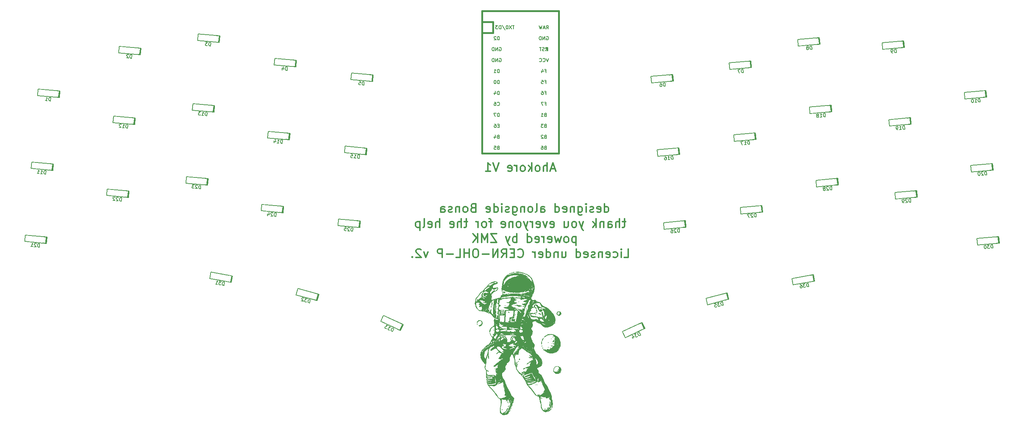
<source format=gbo>
G04 #@! TF.GenerationSoftware,KiCad,Pcbnew,(5.1.4-0)*
G04 #@! TF.CreationDate,2020-10-31T16:51:10+08:00*
G04 #@! TF.ProjectId,ahokore,61686f6b-6f72-4652-9e6b-696361645f70,rev?*
G04 #@! TF.SameCoordinates,Original*
G04 #@! TF.FileFunction,Legend,Bot*
G04 #@! TF.FilePolarity,Positive*
%FSLAX46Y46*%
G04 Gerber Fmt 4.6, Leading zero omitted, Abs format (unit mm)*
G04 Created by KiCad (PCBNEW (5.1.4-0)) date 2020-10-31 16:51:10*
%MOMM*%
%LPD*%
G04 APERTURE LIST*
%ADD10C,0.300000*%
%ADD11C,0.010000*%
%ADD12C,0.150000*%
%ADD13C,0.381000*%
%ADD14C,4.502000*%
%ADD15C,1.802000*%
%ADD16C,2.102000*%
%ADD17C,3.502000*%
%ADD18C,1.302000*%
%ADD19C,1.702000*%
%ADD20C,0.100000*%
%ADD21C,1.854600*%
%ADD22R,1.854600X1.854600*%
%ADD23C,2.352000*%
%ADD24C,1.352000*%
%ADD25C,2.402000*%
G04 APERTURE END LIST*
D10*
X8372619Y56716666D02*
X7420238Y56716666D01*
X8563095Y56145238D02*
X7896428Y58145238D01*
X7229761Y56145238D01*
X6563095Y56145238D02*
X6563095Y58145238D01*
X5705952Y56145238D02*
X5705952Y57192857D01*
X5801190Y57383333D01*
X5991666Y57478571D01*
X6277380Y57478571D01*
X6467857Y57383333D01*
X6563095Y57288095D01*
X4467857Y56145238D02*
X4658333Y56240476D01*
X4753571Y56335714D01*
X4848809Y56526190D01*
X4848809Y57097619D01*
X4753571Y57288095D01*
X4658333Y57383333D01*
X4467857Y57478571D01*
X4182142Y57478571D01*
X3991666Y57383333D01*
X3896428Y57288095D01*
X3801190Y57097619D01*
X3801190Y56526190D01*
X3896428Y56335714D01*
X3991666Y56240476D01*
X4182142Y56145238D01*
X4467857Y56145238D01*
X2944047Y56145238D02*
X2944047Y58145238D01*
X2753571Y56907142D02*
X2182142Y56145238D01*
X2182142Y57478571D02*
X2944047Y56716666D01*
X1039285Y56145238D02*
X1229761Y56240476D01*
X1324999Y56335714D01*
X1420238Y56526190D01*
X1420238Y57097619D01*
X1324999Y57288095D01*
X1229761Y57383333D01*
X1039285Y57478571D01*
X753571Y57478571D01*
X563095Y57383333D01*
X467857Y57288095D01*
X372619Y57097619D01*
X372619Y56526190D01*
X467857Y56335714D01*
X563095Y56240476D01*
X753571Y56145238D01*
X1039285Y56145238D01*
X-484523Y56145238D02*
X-484523Y57478571D01*
X-484523Y57097619D02*
X-579761Y57288095D01*
X-675000Y57383333D01*
X-865476Y57478571D01*
X-1055952Y57478571D01*
X-2484523Y56240476D02*
X-2294047Y56145238D01*
X-1913095Y56145238D01*
X-1722619Y56240476D01*
X-1627380Y56430952D01*
X-1627380Y57192857D01*
X-1722619Y57383333D01*
X-1913095Y57478571D01*
X-2294047Y57478571D01*
X-2484523Y57383333D01*
X-2579761Y57192857D01*
X-2579761Y57002380D01*
X-1627380Y56811904D01*
X-4675000Y58145238D02*
X-5341666Y56145238D01*
X-6008333Y58145238D01*
X-7722619Y56145238D02*
X-6579761Y56145238D01*
X-7151190Y56145238D02*
X-7151190Y58145238D01*
X-6960714Y57859523D01*
X-6770238Y57669047D01*
X-6579761Y57573809D01*
X24372619Y36145238D02*
X25324999Y36145238D01*
X25324999Y38145238D01*
X23705952Y36145238D02*
X23705952Y37478571D01*
X23705952Y38145238D02*
X23801190Y38050000D01*
X23705952Y37954761D01*
X23610714Y38050000D01*
X23705952Y38145238D01*
X23705952Y37954761D01*
X21896428Y36240476D02*
X22086904Y36145238D01*
X22467857Y36145238D01*
X22658333Y36240476D01*
X22753571Y36335714D01*
X22848809Y36526190D01*
X22848809Y37097619D01*
X22753571Y37288095D01*
X22658333Y37383333D01*
X22467857Y37478571D01*
X22086904Y37478571D01*
X21896428Y37383333D01*
X20277380Y36240476D02*
X20467857Y36145238D01*
X20848809Y36145238D01*
X21039285Y36240476D01*
X21134523Y36430952D01*
X21134523Y37192857D01*
X21039285Y37383333D01*
X20848809Y37478571D01*
X20467857Y37478571D01*
X20277380Y37383333D01*
X20182142Y37192857D01*
X20182142Y37002380D01*
X21134523Y36811904D01*
X19324999Y37478571D02*
X19324999Y36145238D01*
X19324999Y37288095D02*
X19229761Y37383333D01*
X19039285Y37478571D01*
X18753571Y37478571D01*
X18563095Y37383333D01*
X18467857Y37192857D01*
X18467857Y36145238D01*
X17610714Y36240476D02*
X17420238Y36145238D01*
X17039285Y36145238D01*
X16848809Y36240476D01*
X16753571Y36430952D01*
X16753571Y36526190D01*
X16848809Y36716666D01*
X17039285Y36811904D01*
X17324999Y36811904D01*
X17515476Y36907142D01*
X17610714Y37097619D01*
X17610714Y37192857D01*
X17515476Y37383333D01*
X17324999Y37478571D01*
X17039285Y37478571D01*
X16848809Y37383333D01*
X15134523Y36240476D02*
X15324999Y36145238D01*
X15705952Y36145238D01*
X15896428Y36240476D01*
X15991666Y36430952D01*
X15991666Y37192857D01*
X15896428Y37383333D01*
X15705952Y37478571D01*
X15324999Y37478571D01*
X15134523Y37383333D01*
X15039285Y37192857D01*
X15039285Y37002380D01*
X15991666Y36811904D01*
X13324999Y36145238D02*
X13324999Y38145238D01*
X13324999Y36240476D02*
X13515476Y36145238D01*
X13896428Y36145238D01*
X14086904Y36240476D01*
X14182142Y36335714D01*
X14277380Y36526190D01*
X14277380Y37097619D01*
X14182142Y37288095D01*
X14086904Y37383333D01*
X13896428Y37478571D01*
X13515476Y37478571D01*
X13324999Y37383333D01*
X9991666Y37478571D02*
X9991666Y36145238D01*
X10848809Y37478571D02*
X10848809Y36430952D01*
X10753571Y36240476D01*
X10563095Y36145238D01*
X10277380Y36145238D01*
X10086904Y36240476D01*
X9991666Y36335714D01*
X9039285Y37478571D02*
X9039285Y36145238D01*
X9039285Y37288095D02*
X8944047Y37383333D01*
X8753571Y37478571D01*
X8467857Y37478571D01*
X8277380Y37383333D01*
X8182142Y37192857D01*
X8182142Y36145238D01*
X6372619Y36145238D02*
X6372619Y38145238D01*
X6372619Y36240476D02*
X6563095Y36145238D01*
X6944047Y36145238D01*
X7134523Y36240476D01*
X7229761Y36335714D01*
X7325000Y36526190D01*
X7325000Y37097619D01*
X7229761Y37288095D01*
X7134523Y37383333D01*
X6944047Y37478571D01*
X6563095Y37478571D01*
X6372619Y37383333D01*
X4658333Y36240476D02*
X4848809Y36145238D01*
X5229761Y36145238D01*
X5420238Y36240476D01*
X5515476Y36430952D01*
X5515476Y37192857D01*
X5420238Y37383333D01*
X5229761Y37478571D01*
X4848809Y37478571D01*
X4658333Y37383333D01*
X4563095Y37192857D01*
X4563095Y37002380D01*
X5515476Y36811904D01*
X3705952Y36145238D02*
X3705952Y37478571D01*
X3705952Y37097619D02*
X3610714Y37288095D01*
X3515476Y37383333D01*
X3325000Y37478571D01*
X3134523Y37478571D01*
X-198809Y36335714D02*
X-103571Y36240476D01*
X182142Y36145238D01*
X372619Y36145238D01*
X658333Y36240476D01*
X848809Y36430952D01*
X944047Y36621428D01*
X1039285Y37002380D01*
X1039285Y37288095D01*
X944047Y37669047D01*
X848809Y37859523D01*
X658333Y38050000D01*
X372619Y38145238D01*
X182142Y38145238D01*
X-103571Y38050000D01*
X-198809Y37954761D01*
X-1055952Y37192857D02*
X-1722619Y37192857D01*
X-2008333Y36145238D02*
X-1055952Y36145238D01*
X-1055952Y38145238D01*
X-2008333Y38145238D01*
X-4008333Y36145238D02*
X-3341666Y37097619D01*
X-2865476Y36145238D02*
X-2865476Y38145238D01*
X-3627380Y38145238D01*
X-3817857Y38050000D01*
X-3913095Y37954761D01*
X-4008333Y37764285D01*
X-4008333Y37478571D01*
X-3913095Y37288095D01*
X-3817857Y37192857D01*
X-3627380Y37097619D01*
X-2865476Y37097619D01*
X-4865476Y36145238D02*
X-4865476Y38145238D01*
X-6008333Y36145238D01*
X-6008333Y38145238D01*
X-6960714Y36907142D02*
X-8484523Y36907142D01*
X-9817857Y38145238D02*
X-10198809Y38145238D01*
X-10389285Y38050000D01*
X-10579761Y37859523D01*
X-10674999Y37478571D01*
X-10674999Y36811904D01*
X-10579761Y36430952D01*
X-10389285Y36240476D01*
X-10198809Y36145238D01*
X-9817857Y36145238D01*
X-9627380Y36240476D01*
X-9436904Y36430952D01*
X-9341666Y36811904D01*
X-9341666Y37478571D01*
X-9436904Y37859523D01*
X-9627380Y38050000D01*
X-9817857Y38145238D01*
X-11532142Y36145238D02*
X-11532142Y38145238D01*
X-11532142Y37192857D02*
X-12674999Y37192857D01*
X-12674999Y36145238D02*
X-12674999Y38145238D01*
X-14579761Y36145238D02*
X-13627380Y36145238D01*
X-13627380Y38145238D01*
X-15246428Y36907142D02*
X-16770238Y36907142D01*
X-17722619Y36145238D02*
X-17722619Y38145238D01*
X-18484523Y38145238D01*
X-18674999Y38050000D01*
X-18770238Y37954761D01*
X-18865476Y37764285D01*
X-18865476Y37478571D01*
X-18770238Y37288095D01*
X-18674999Y37192857D01*
X-18484523Y37097619D01*
X-17722619Y37097619D01*
X-21055952Y37478571D02*
X-21532142Y36145238D01*
X-22008333Y37478571D01*
X-22674999Y37954761D02*
X-22770238Y38050000D01*
X-22960714Y38145238D01*
X-23436904Y38145238D01*
X-23627380Y38050000D01*
X-23722619Y37954761D01*
X-23817857Y37764285D01*
X-23817857Y37573809D01*
X-23722619Y37288095D01*
X-22579761Y36145238D01*
X-23817857Y36145238D01*
X-24674999Y36335714D02*
X-24770238Y36240476D01*
X-24674999Y36145238D01*
X-24579761Y36240476D01*
X-24674999Y36335714D01*
X-24674999Y36145238D01*
X24753571Y44478571D02*
X23991666Y44478571D01*
X24467857Y45145238D02*
X24467857Y43430952D01*
X24372619Y43240476D01*
X24182142Y43145238D01*
X23991666Y43145238D01*
X23325000Y43145238D02*
X23325000Y45145238D01*
X22467857Y43145238D02*
X22467857Y44192857D01*
X22563095Y44383333D01*
X22753571Y44478571D01*
X23039285Y44478571D01*
X23229761Y44383333D01*
X23325000Y44288095D01*
X20658333Y43145238D02*
X20658333Y44192857D01*
X20753571Y44383333D01*
X20944047Y44478571D01*
X21325000Y44478571D01*
X21515476Y44383333D01*
X20658333Y43240476D02*
X20848809Y43145238D01*
X21325000Y43145238D01*
X21515476Y43240476D01*
X21610714Y43430952D01*
X21610714Y43621428D01*
X21515476Y43811904D01*
X21325000Y43907142D01*
X20848809Y43907142D01*
X20658333Y44002380D01*
X19705952Y44478571D02*
X19705952Y43145238D01*
X19705952Y44288095D02*
X19610714Y44383333D01*
X19420238Y44478571D01*
X19134523Y44478571D01*
X18944047Y44383333D01*
X18848809Y44192857D01*
X18848809Y43145238D01*
X17896428Y43145238D02*
X17896428Y45145238D01*
X17705952Y43907142D02*
X17134523Y43145238D01*
X17134523Y44478571D02*
X17896428Y43716666D01*
X14944047Y44478571D02*
X14467857Y43145238D01*
X13991666Y44478571D02*
X14467857Y43145238D01*
X14658333Y42669047D01*
X14753571Y42573809D01*
X14944047Y42478571D01*
X12944047Y43145238D02*
X13134523Y43240476D01*
X13229761Y43335714D01*
X13325000Y43526190D01*
X13325000Y44097619D01*
X13229761Y44288095D01*
X13134523Y44383333D01*
X12944047Y44478571D01*
X12658333Y44478571D01*
X12467857Y44383333D01*
X12372619Y44288095D01*
X12277380Y44097619D01*
X12277380Y43526190D01*
X12372619Y43335714D01*
X12467857Y43240476D01*
X12658333Y43145238D01*
X12944047Y43145238D01*
X10563095Y44478571D02*
X10563095Y43145238D01*
X11420238Y44478571D02*
X11420238Y43430952D01*
X11325000Y43240476D01*
X11134523Y43145238D01*
X10848809Y43145238D01*
X10658333Y43240476D01*
X10563095Y43335714D01*
X7325000Y43240476D02*
X7515476Y43145238D01*
X7896428Y43145238D01*
X8086904Y43240476D01*
X8182142Y43430952D01*
X8182142Y44192857D01*
X8086904Y44383333D01*
X7896428Y44478571D01*
X7515476Y44478571D01*
X7325000Y44383333D01*
X7229761Y44192857D01*
X7229761Y44002380D01*
X8182142Y43811904D01*
X6563095Y44478571D02*
X6086904Y43145238D01*
X5610714Y44478571D01*
X4086904Y43240476D02*
X4277380Y43145238D01*
X4658333Y43145238D01*
X4848809Y43240476D01*
X4944047Y43430952D01*
X4944047Y44192857D01*
X4848809Y44383333D01*
X4658333Y44478571D01*
X4277380Y44478571D01*
X4086904Y44383333D01*
X3991666Y44192857D01*
X3991666Y44002380D01*
X4944047Y43811904D01*
X3134523Y43145238D02*
X3134523Y44478571D01*
X3134523Y44097619D02*
X3039285Y44288095D01*
X2944047Y44383333D01*
X2753571Y44478571D01*
X2563095Y44478571D01*
X2086904Y44478571D02*
X1610714Y43145238D01*
X1134523Y44478571D02*
X1610714Y43145238D01*
X1801190Y42669047D01*
X1896428Y42573809D01*
X2086904Y42478571D01*
X86904Y43145238D02*
X277380Y43240476D01*
X372619Y43335714D01*
X467857Y43526190D01*
X467857Y44097619D01*
X372619Y44288095D01*
X277380Y44383333D01*
X86904Y44478571D01*
X-198809Y44478571D01*
X-389285Y44383333D01*
X-484523Y44288095D01*
X-579761Y44097619D01*
X-579761Y43526190D01*
X-484523Y43335714D01*
X-389285Y43240476D01*
X-198809Y43145238D01*
X86904Y43145238D01*
X-1436904Y44478571D02*
X-1436904Y43145238D01*
X-1436904Y44288095D02*
X-1532142Y44383333D01*
X-1722619Y44478571D01*
X-2008333Y44478571D01*
X-2198809Y44383333D01*
X-2294047Y44192857D01*
X-2294047Y43145238D01*
X-4008333Y43240476D02*
X-3817857Y43145238D01*
X-3436904Y43145238D01*
X-3246428Y43240476D01*
X-3151190Y43430952D01*
X-3151190Y44192857D01*
X-3246428Y44383333D01*
X-3436904Y44478571D01*
X-3817857Y44478571D01*
X-4008333Y44383333D01*
X-4103571Y44192857D01*
X-4103571Y44002380D01*
X-3151190Y43811904D01*
X-6198809Y44478571D02*
X-6960714Y44478571D01*
X-6484523Y43145238D02*
X-6484523Y44859523D01*
X-6579761Y45050000D01*
X-6770238Y45145238D01*
X-6960714Y45145238D01*
X-7913095Y43145238D02*
X-7722619Y43240476D01*
X-7627380Y43335714D01*
X-7532142Y43526190D01*
X-7532142Y44097619D01*
X-7627380Y44288095D01*
X-7722619Y44383333D01*
X-7913095Y44478571D01*
X-8198809Y44478571D01*
X-8389285Y44383333D01*
X-8484523Y44288095D01*
X-8579761Y44097619D01*
X-8579761Y43526190D01*
X-8484523Y43335714D01*
X-8389285Y43240476D01*
X-8198809Y43145238D01*
X-7913095Y43145238D01*
X-9436904Y43145238D02*
X-9436904Y44478571D01*
X-9436904Y44097619D02*
X-9532142Y44288095D01*
X-9627380Y44383333D01*
X-9817857Y44478571D01*
X-10008333Y44478571D01*
X-11913095Y44478571D02*
X-12674999Y44478571D01*
X-12198809Y45145238D02*
X-12198809Y43430952D01*
X-12294047Y43240476D01*
X-12484523Y43145238D01*
X-12674999Y43145238D01*
X-13341666Y43145238D02*
X-13341666Y45145238D01*
X-14198809Y43145238D02*
X-14198809Y44192857D01*
X-14103571Y44383333D01*
X-13913095Y44478571D01*
X-13627380Y44478571D01*
X-13436904Y44383333D01*
X-13341666Y44288095D01*
X-15913095Y43240476D02*
X-15722619Y43145238D01*
X-15341666Y43145238D01*
X-15151190Y43240476D01*
X-15055952Y43430952D01*
X-15055952Y44192857D01*
X-15151190Y44383333D01*
X-15341666Y44478571D01*
X-15722619Y44478571D01*
X-15913095Y44383333D01*
X-16008333Y44192857D01*
X-16008333Y44002380D01*
X-15055952Y43811904D01*
X-18389285Y43145238D02*
X-18389285Y45145238D01*
X-19246428Y43145238D02*
X-19246428Y44192857D01*
X-19151190Y44383333D01*
X-18960714Y44478571D01*
X-18674999Y44478571D01*
X-18484523Y44383333D01*
X-18389285Y44288095D01*
X-20960714Y43240476D02*
X-20770238Y43145238D01*
X-20389285Y43145238D01*
X-20198809Y43240476D01*
X-20103571Y43430952D01*
X-20103571Y44192857D01*
X-20198809Y44383333D01*
X-20389285Y44478571D01*
X-20770238Y44478571D01*
X-20960714Y44383333D01*
X-21055952Y44192857D01*
X-21055952Y44002380D01*
X-20103571Y43811904D01*
X-22198809Y43145238D02*
X-22008333Y43240476D01*
X-21913095Y43430952D01*
X-21913095Y45145238D01*
X-22960714Y44478571D02*
X-22960714Y42478571D01*
X-22960714Y44383333D02*
X-23151190Y44478571D01*
X-23532142Y44478571D01*
X-23722619Y44383333D01*
X-23817857Y44288095D01*
X-23913095Y44097619D01*
X-23913095Y43526190D01*
X-23817857Y43335714D01*
X-23722619Y43240476D01*
X-23532142Y43145238D01*
X-23151190Y43145238D01*
X-22960714Y43240476D01*
X19848809Y46645238D02*
X19848809Y48645238D01*
X19848809Y46740476D02*
X20039285Y46645238D01*
X20420238Y46645238D01*
X20610714Y46740476D01*
X20705952Y46835714D01*
X20801190Y47026190D01*
X20801190Y47597619D01*
X20705952Y47788095D01*
X20610714Y47883333D01*
X20420238Y47978571D01*
X20039285Y47978571D01*
X19848809Y47883333D01*
X18134523Y46740476D02*
X18325000Y46645238D01*
X18705952Y46645238D01*
X18896428Y46740476D01*
X18991666Y46930952D01*
X18991666Y47692857D01*
X18896428Y47883333D01*
X18705952Y47978571D01*
X18325000Y47978571D01*
X18134523Y47883333D01*
X18039285Y47692857D01*
X18039285Y47502380D01*
X18991666Y47311904D01*
X17277380Y46740476D02*
X17086904Y46645238D01*
X16705952Y46645238D01*
X16515476Y46740476D01*
X16420238Y46930952D01*
X16420238Y47026190D01*
X16515476Y47216666D01*
X16705952Y47311904D01*
X16991666Y47311904D01*
X17182142Y47407142D01*
X17277380Y47597619D01*
X17277380Y47692857D01*
X17182142Y47883333D01*
X16991666Y47978571D01*
X16705952Y47978571D01*
X16515476Y47883333D01*
X15563095Y46645238D02*
X15563095Y47978571D01*
X15563095Y48645238D02*
X15658333Y48550000D01*
X15563095Y48454761D01*
X15467857Y48550000D01*
X15563095Y48645238D01*
X15563095Y48454761D01*
X13753571Y47978571D02*
X13753571Y46359523D01*
X13848809Y46169047D01*
X13944047Y46073809D01*
X14134523Y45978571D01*
X14420238Y45978571D01*
X14610714Y46073809D01*
X13753571Y46740476D02*
X13944047Y46645238D01*
X14325000Y46645238D01*
X14515476Y46740476D01*
X14610714Y46835714D01*
X14705952Y47026190D01*
X14705952Y47597619D01*
X14610714Y47788095D01*
X14515476Y47883333D01*
X14325000Y47978571D01*
X13944047Y47978571D01*
X13753571Y47883333D01*
X12801190Y47978571D02*
X12801190Y46645238D01*
X12801190Y47788095D02*
X12705952Y47883333D01*
X12515476Y47978571D01*
X12229761Y47978571D01*
X12039285Y47883333D01*
X11944047Y47692857D01*
X11944047Y46645238D01*
X10229761Y46740476D02*
X10420238Y46645238D01*
X10801190Y46645238D01*
X10991666Y46740476D01*
X11086904Y46930952D01*
X11086904Y47692857D01*
X10991666Y47883333D01*
X10801190Y47978571D01*
X10420238Y47978571D01*
X10229761Y47883333D01*
X10134523Y47692857D01*
X10134523Y47502380D01*
X11086904Y47311904D01*
X8420238Y46645238D02*
X8420238Y48645238D01*
X8420238Y46740476D02*
X8610714Y46645238D01*
X8991666Y46645238D01*
X9182142Y46740476D01*
X9277380Y46835714D01*
X9372619Y47026190D01*
X9372619Y47597619D01*
X9277380Y47788095D01*
X9182142Y47883333D01*
X8991666Y47978571D01*
X8610714Y47978571D01*
X8420238Y47883333D01*
X5086904Y46645238D02*
X5086904Y47692857D01*
X5182142Y47883333D01*
X5372619Y47978571D01*
X5753571Y47978571D01*
X5944047Y47883333D01*
X5086904Y46740476D02*
X5277380Y46645238D01*
X5753571Y46645238D01*
X5944047Y46740476D01*
X6039285Y46930952D01*
X6039285Y47121428D01*
X5944047Y47311904D01*
X5753571Y47407142D01*
X5277380Y47407142D01*
X5086904Y47502380D01*
X3848809Y46645238D02*
X4039285Y46740476D01*
X4134523Y46930952D01*
X4134523Y48645238D01*
X2801190Y46645238D02*
X2991666Y46740476D01*
X3086904Y46835714D01*
X3182142Y47026190D01*
X3182142Y47597619D01*
X3086904Y47788095D01*
X2991666Y47883333D01*
X2801190Y47978571D01*
X2515476Y47978571D01*
X2325000Y47883333D01*
X2229761Y47788095D01*
X2134523Y47597619D01*
X2134523Y47026190D01*
X2229761Y46835714D01*
X2325000Y46740476D01*
X2515476Y46645238D01*
X2801190Y46645238D01*
X1277380Y47978571D02*
X1277380Y46645238D01*
X1277380Y47788095D02*
X1182142Y47883333D01*
X991666Y47978571D01*
X705952Y47978571D01*
X515476Y47883333D01*
X420238Y47692857D01*
X420238Y46645238D01*
X-1389285Y47978571D02*
X-1389285Y46359523D01*
X-1294047Y46169047D01*
X-1198809Y46073809D01*
X-1008333Y45978571D01*
X-722619Y45978571D01*
X-532142Y46073809D01*
X-1389285Y46740476D02*
X-1198809Y46645238D01*
X-817857Y46645238D01*
X-627380Y46740476D01*
X-532142Y46835714D01*
X-436904Y47026190D01*
X-436904Y47597619D01*
X-532142Y47788095D01*
X-627380Y47883333D01*
X-817857Y47978571D01*
X-1198809Y47978571D01*
X-1389285Y47883333D01*
X-2246428Y46740476D02*
X-2436904Y46645238D01*
X-2817857Y46645238D01*
X-3008333Y46740476D01*
X-3103571Y46930952D01*
X-3103571Y47026190D01*
X-3008333Y47216666D01*
X-2817857Y47311904D01*
X-2532142Y47311904D01*
X-2341666Y47407142D01*
X-2246428Y47597619D01*
X-2246428Y47692857D01*
X-2341666Y47883333D01*
X-2532142Y47978571D01*
X-2817857Y47978571D01*
X-3008333Y47883333D01*
X-3960714Y46645238D02*
X-3960714Y47978571D01*
X-3960714Y48645238D02*
X-3865476Y48550000D01*
X-3960714Y48454761D01*
X-4055952Y48550000D01*
X-3960714Y48645238D01*
X-3960714Y48454761D01*
X-5770238Y46645238D02*
X-5770238Y48645238D01*
X-5770238Y46740476D02*
X-5579761Y46645238D01*
X-5198809Y46645238D01*
X-5008333Y46740476D01*
X-4913095Y46835714D01*
X-4817857Y47026190D01*
X-4817857Y47597619D01*
X-4913095Y47788095D01*
X-5008333Y47883333D01*
X-5198809Y47978571D01*
X-5579761Y47978571D01*
X-5770238Y47883333D01*
X-7484523Y46740476D02*
X-7294047Y46645238D01*
X-6913095Y46645238D01*
X-6722619Y46740476D01*
X-6627380Y46930952D01*
X-6627380Y47692857D01*
X-6722619Y47883333D01*
X-6913095Y47978571D01*
X-7294047Y47978571D01*
X-7484523Y47883333D01*
X-7579761Y47692857D01*
X-7579761Y47502380D01*
X-6627380Y47311904D01*
X-10627380Y47692857D02*
X-10913095Y47597619D01*
X-11008333Y47502380D01*
X-11103571Y47311904D01*
X-11103571Y47026190D01*
X-11008333Y46835714D01*
X-10913095Y46740476D01*
X-10722619Y46645238D01*
X-9960714Y46645238D01*
X-9960714Y48645238D01*
X-10627380Y48645238D01*
X-10817857Y48550000D01*
X-10913095Y48454761D01*
X-11008333Y48264285D01*
X-11008333Y48073809D01*
X-10913095Y47883333D01*
X-10817857Y47788095D01*
X-10627380Y47692857D01*
X-9960714Y47692857D01*
X-12246428Y46645238D02*
X-12055952Y46740476D01*
X-11960714Y46835714D01*
X-11865476Y47026190D01*
X-11865476Y47597619D01*
X-11960714Y47788095D01*
X-12055952Y47883333D01*
X-12246428Y47978571D01*
X-12532142Y47978571D01*
X-12722619Y47883333D01*
X-12817857Y47788095D01*
X-12913095Y47597619D01*
X-12913095Y47026190D01*
X-12817857Y46835714D01*
X-12722619Y46740476D01*
X-12532142Y46645238D01*
X-12246428Y46645238D01*
X-13770238Y47978571D02*
X-13770238Y46645238D01*
X-13770238Y47788095D02*
X-13865476Y47883333D01*
X-14055952Y47978571D01*
X-14341666Y47978571D01*
X-14532142Y47883333D01*
X-14627380Y47692857D01*
X-14627380Y46645238D01*
X-15484523Y46740476D02*
X-15674999Y46645238D01*
X-16055952Y46645238D01*
X-16246428Y46740476D01*
X-16341666Y46930952D01*
X-16341666Y47026190D01*
X-16246428Y47216666D01*
X-16055952Y47311904D01*
X-15770238Y47311904D01*
X-15579761Y47407142D01*
X-15484523Y47597619D01*
X-15484523Y47692857D01*
X-15579761Y47883333D01*
X-15770238Y47978571D01*
X-16055952Y47978571D01*
X-16246428Y47883333D01*
X-18055952Y46645238D02*
X-18055952Y47692857D01*
X-17960714Y47883333D01*
X-17770238Y47978571D01*
X-17389285Y47978571D01*
X-17198809Y47883333D01*
X-18055952Y46740476D02*
X-17865476Y46645238D01*
X-17389285Y46645238D01*
X-17198809Y46740476D01*
X-17103571Y46930952D01*
X-17103571Y47121428D01*
X-17198809Y47311904D01*
X-17389285Y47407142D01*
X-17865476Y47407142D01*
X-18055952Y47502380D01*
X13229761Y40978571D02*
X13229761Y38978571D01*
X13229761Y40883333D02*
X13039285Y40978571D01*
X12658333Y40978571D01*
X12467857Y40883333D01*
X12372619Y40788095D01*
X12277380Y40597619D01*
X12277380Y40026190D01*
X12372619Y39835714D01*
X12467857Y39740476D01*
X12658333Y39645238D01*
X13039285Y39645238D01*
X13229761Y39740476D01*
X11134523Y39645238D02*
X11324999Y39740476D01*
X11420238Y39835714D01*
X11515476Y40026190D01*
X11515476Y40597619D01*
X11420238Y40788095D01*
X11324999Y40883333D01*
X11134523Y40978571D01*
X10848809Y40978571D01*
X10658333Y40883333D01*
X10563095Y40788095D01*
X10467857Y40597619D01*
X10467857Y40026190D01*
X10563095Y39835714D01*
X10658333Y39740476D01*
X10848809Y39645238D01*
X11134523Y39645238D01*
X9801190Y40978571D02*
X9420238Y39645238D01*
X9039285Y40597619D01*
X8658333Y39645238D01*
X8277380Y40978571D01*
X6753571Y39740476D02*
X6944047Y39645238D01*
X7324999Y39645238D01*
X7515476Y39740476D01*
X7610714Y39930952D01*
X7610714Y40692857D01*
X7515476Y40883333D01*
X7324999Y40978571D01*
X6944047Y40978571D01*
X6753571Y40883333D01*
X6658333Y40692857D01*
X6658333Y40502380D01*
X7610714Y40311904D01*
X5801190Y39645238D02*
X5801190Y40978571D01*
X5801190Y40597619D02*
X5705952Y40788095D01*
X5610714Y40883333D01*
X5420238Y40978571D01*
X5229761Y40978571D01*
X3801190Y39740476D02*
X3991666Y39645238D01*
X4372619Y39645238D01*
X4563095Y39740476D01*
X4658333Y39930952D01*
X4658333Y40692857D01*
X4563095Y40883333D01*
X4372619Y40978571D01*
X3991666Y40978571D01*
X3801190Y40883333D01*
X3705952Y40692857D01*
X3705952Y40502380D01*
X4658333Y40311904D01*
X1991666Y39645238D02*
X1991666Y41645238D01*
X1991666Y39740476D02*
X2182142Y39645238D01*
X2563095Y39645238D01*
X2753571Y39740476D01*
X2848809Y39835714D01*
X2944047Y40026190D01*
X2944047Y40597619D01*
X2848809Y40788095D01*
X2753571Y40883333D01*
X2563095Y40978571D01*
X2182142Y40978571D01*
X1991666Y40883333D01*
X-484523Y39645238D02*
X-484523Y41645238D01*
X-484523Y40883333D02*
X-675000Y40978571D01*
X-1055952Y40978571D01*
X-1246428Y40883333D01*
X-1341666Y40788095D01*
X-1436904Y40597619D01*
X-1436904Y40026190D01*
X-1341666Y39835714D01*
X-1246428Y39740476D01*
X-1055952Y39645238D01*
X-675000Y39645238D01*
X-484523Y39740476D01*
X-2103571Y40978571D02*
X-2579761Y39645238D01*
X-3055952Y40978571D02*
X-2579761Y39645238D01*
X-2389285Y39169047D01*
X-2294047Y39073809D01*
X-2103571Y38978571D01*
X-5151190Y41645238D02*
X-6484523Y41645238D01*
X-5151190Y39645238D01*
X-6484523Y39645238D01*
X-7246428Y39645238D02*
X-7246428Y41645238D01*
X-7913095Y40216666D01*
X-8579761Y41645238D01*
X-8579761Y39645238D01*
X-9532142Y39645238D02*
X-9532142Y41645238D01*
X-10675000Y39645238D02*
X-9817857Y40788095D01*
X-10675000Y41645238D02*
X-9532142Y40502380D01*
D11*
G36*
X-8382499Y25771993D02*
G01*
X-8335990Y25750306D01*
X-8314304Y25796814D01*
X-8360811Y25818500D01*
X-8382499Y25771993D01*
X-8382499Y25771993D01*
G37*
X-8382499Y25771993D02*
X-8335990Y25750306D01*
X-8314304Y25796814D01*
X-8360811Y25818500D01*
X-8382499Y25771993D01*
G36*
X-7557350Y24000013D02*
G01*
X-7533233Y23962879D01*
X-7495340Y23971097D01*
X-7448289Y24016479D01*
X-7466424Y24033107D01*
X-7550325Y24011813D01*
X-7557350Y24000013D01*
X-7557350Y24000013D01*
G37*
X-7557350Y24000013D02*
X-7533233Y23962879D01*
X-7495340Y23971097D01*
X-7448289Y24016479D01*
X-7466424Y24033107D01*
X-7550325Y24011813D01*
X-7557350Y24000013D01*
G36*
X384701Y26935734D02*
G01*
X463803Y26884359D01*
X629063Y26829231D01*
X822632Y26784696D01*
X986657Y26765098D01*
X1047275Y26771439D01*
X1107063Y26844126D01*
X1103478Y26869124D01*
X1026386Y26911555D01*
X986799Y26903886D01*
X857456Y26904099D01*
X688041Y26949604D01*
X492491Y27004295D01*
X389774Y26989095D01*
X384701Y26935734D01*
X384701Y26935734D01*
G37*
X384701Y26935734D02*
X463803Y26884359D01*
X629063Y26829231D01*
X822632Y26784696D01*
X986657Y26765098D01*
X1047275Y26771439D01*
X1107063Y26844126D01*
X1103478Y26869124D01*
X1026386Y26911555D01*
X986799Y26903886D01*
X857456Y26904099D01*
X688041Y26949604D01*
X492491Y27004295D01*
X389774Y26989095D01*
X384701Y26935734D01*
G36*
X-6503979Y24886743D02*
G01*
X-6504989Y24797992D01*
X-6476295Y24673143D01*
X-6442597Y24681256D01*
X-6428951Y24787321D01*
X-6450963Y24903280D01*
X-6473056Y24928788D01*
X-6503979Y24886743D01*
X-6503979Y24886743D01*
G37*
X-6503979Y24886743D02*
X-6504989Y24797992D01*
X-6476295Y24673143D01*
X-6442597Y24681256D01*
X-6428951Y24787321D01*
X-6450963Y24903280D01*
X-6473056Y24928788D01*
X-6503979Y24886743D01*
G36*
X-6987012Y24271957D02*
G01*
X-6940505Y24250270D01*
X-6918818Y24296778D01*
X-6965326Y24318464D01*
X-6987012Y24271957D01*
X-6987012Y24271957D01*
G37*
X-6987012Y24271957D02*
X-6940505Y24250270D01*
X-6918818Y24296778D01*
X-6965326Y24318464D01*
X-6987012Y24271957D01*
G36*
X-2827127Y25786031D02*
G01*
X-2780620Y25764344D01*
X-2758933Y25810852D01*
X-2805441Y25832538D01*
X-2827127Y25786031D01*
X-2827127Y25786031D01*
G37*
X-2827127Y25786031D02*
X-2780620Y25764344D01*
X-2758933Y25810852D01*
X-2805441Y25832538D01*
X-2827127Y25786031D01*
G36*
X-3242314Y25017084D02*
G01*
X-3195806Y24995397D01*
X-3174119Y25041905D01*
X-3220627Y25063592D01*
X-3242314Y25017084D01*
X-3242314Y25017084D01*
G37*
X-3242314Y25017084D02*
X-3195806Y24995397D01*
X-3174119Y25041905D01*
X-3220627Y25063592D01*
X-3242314Y25017084D01*
G36*
X-2895072Y24911783D02*
G01*
X-2848564Y24890096D01*
X-2826877Y24936604D01*
X-2873385Y24958291D01*
X-2895072Y24911783D01*
X-2895072Y24911783D01*
G37*
X-2895072Y24911783D02*
X-2848564Y24890096D01*
X-2826877Y24936604D01*
X-2873385Y24958291D01*
X-2895072Y24911783D01*
G36*
X-2684220Y24756841D02*
G01*
X-2637712Y24735154D01*
X-2616025Y24781662D01*
X-2662532Y24803348D01*
X-2684220Y24756841D01*
X-2684220Y24756841D01*
G37*
X-2684220Y24756841D02*
X-2637712Y24735154D01*
X-2616025Y24781662D01*
X-2662532Y24803348D01*
X-2684220Y24756841D01*
G36*
X-3905417Y23939088D02*
G01*
X-3881300Y23901953D01*
X-3843407Y23910172D01*
X-3796355Y23955554D01*
X-3814491Y23972183D01*
X-3898392Y23950888D01*
X-3905417Y23939088D01*
X-3905417Y23939088D01*
G37*
X-3905417Y23939088D02*
X-3881300Y23901953D01*
X-3843407Y23910172D01*
X-3796355Y23955554D01*
X-3814491Y23972183D01*
X-3898392Y23950888D01*
X-3905417Y23939088D01*
G36*
X-4240165Y23727149D02*
G01*
X-4193657Y23705462D01*
X-4171970Y23751970D01*
X-4218478Y23773657D01*
X-4240165Y23727149D01*
X-4240165Y23727149D01*
G37*
X-4240165Y23727149D02*
X-4193657Y23705462D01*
X-4171970Y23751970D01*
X-4218478Y23773657D01*
X-4240165Y23727149D01*
G36*
X-3674116Y23937556D02*
G01*
X-3614001Y23916439D01*
X-3468677Y23903983D01*
X-3419453Y23912385D01*
X-3417497Y23944966D01*
X-3477612Y23966081D01*
X-3622935Y23978538D01*
X-3672159Y23970136D01*
X-3674116Y23937556D01*
X-3674116Y23937556D01*
G37*
X-3674116Y23937556D02*
X-3614001Y23916439D01*
X-3468677Y23903983D01*
X-3419453Y23912385D01*
X-3417497Y23944966D01*
X-3477612Y23966081D01*
X-3622935Y23978538D01*
X-3672159Y23970136D01*
X-3674116Y23937556D01*
G36*
X-663446Y26419089D02*
G01*
X-616937Y26397402D01*
X-595251Y26443910D01*
X-641758Y26465596D01*
X-663446Y26419089D01*
X-663446Y26419089D01*
G37*
X-663446Y26419089D02*
X-616937Y26397402D01*
X-595251Y26443910D01*
X-641758Y26465596D01*
X-663446Y26419089D01*
G36*
X-681998Y26257879D02*
G01*
X-635491Y26236191D01*
X-613804Y26282699D01*
X-660312Y26304387D01*
X-681998Y26257879D01*
X-681998Y26257879D01*
G37*
X-681998Y26257879D02*
X-635491Y26236191D01*
X-613804Y26282699D01*
X-660312Y26304387D01*
X-681998Y26257879D01*
G36*
X-151395Y25918444D02*
G01*
X-119775Y25894852D01*
X-48852Y25915204D01*
X17853Y25958345D01*
X-22647Y25971402D01*
X-132187Y25940739D01*
X-151395Y25918444D01*
X-151395Y25918444D01*
G37*
X-151395Y25918444D02*
X-119775Y25894852D01*
X-48852Y25915204D01*
X17853Y25958345D01*
X-22647Y25971402D01*
X-132187Y25940739D01*
X-151395Y25918444D01*
G36*
X-1456713Y25203617D02*
G01*
X-1410204Y25181930D01*
X-1388518Y25228438D01*
X-1435025Y25250124D01*
X-1456713Y25203617D01*
X-1456713Y25203617D01*
G37*
X-1456713Y25203617D02*
X-1410204Y25181930D01*
X-1388518Y25228438D01*
X-1435025Y25250124D01*
X-1456713Y25203617D01*
G36*
X1221690Y25483416D02*
G01*
X1268197Y25461728D01*
X1289885Y25508236D01*
X1243377Y25529923D01*
X1221690Y25483416D01*
X1221690Y25483416D01*
G37*
X1221690Y25483416D02*
X1268197Y25461728D01*
X1289885Y25508236D01*
X1243377Y25529923D01*
X1221690Y25483416D01*
G36*
X1643509Y26287183D02*
G01*
X1497231Y26229242D01*
X1297139Y26153238D01*
X1275894Y26145331D01*
X1114428Y26069516D01*
X1078374Y26001414D01*
X1097234Y25970001D01*
X1219764Y25912057D01*
X1341216Y25905452D01*
X1507869Y25891886D01*
X1675272Y25835204D01*
X1793863Y25757940D01*
X1817631Y25688841D01*
X1736933Y25661834D01*
X1634477Y25680574D01*
X1531737Y25710371D01*
X1553705Y25682726D01*
X1628611Y25631523D01*
X1747055Y25550645D01*
X1791039Y25518033D01*
X1824913Y25569518D01*
X1897159Y25715816D01*
X1947631Y25826021D01*
X2016164Y26010423D01*
X2022055Y26106809D01*
X1996267Y26112868D01*
X1930676Y26111030D01*
X1953105Y26189833D01*
X1988450Y26323323D01*
X1922951Y26368653D01*
X1748842Y26328266D01*
X1643509Y26287183D01*
X1643509Y26287183D01*
G37*
X1643509Y26287183D02*
X1497231Y26229242D01*
X1297139Y26153238D01*
X1275894Y26145331D01*
X1114428Y26069516D01*
X1078374Y26001414D01*
X1097234Y25970001D01*
X1219764Y25912057D01*
X1341216Y25905452D01*
X1507869Y25891886D01*
X1675272Y25835204D01*
X1793863Y25757940D01*
X1817631Y25688841D01*
X1736933Y25661834D01*
X1634477Y25680574D01*
X1531737Y25710371D01*
X1553705Y25682726D01*
X1628611Y25631523D01*
X1747055Y25550645D01*
X1791039Y25518033D01*
X1824913Y25569518D01*
X1897159Y25715816D01*
X1947631Y25826021D01*
X2016164Y26010423D01*
X2022055Y26106809D01*
X1996267Y26112868D01*
X1930676Y26111030D01*
X1953105Y26189833D01*
X1988450Y26323323D01*
X1922951Y26368653D01*
X1748842Y26328266D01*
X1643509Y26287183D01*
G36*
X-1001610Y25066538D02*
G01*
X-949962Y25046675D01*
X-797016Y25045646D01*
X-714003Y25051281D01*
X-518691Y25049843D01*
X-394274Y25014680D01*
X-376626Y24994505D01*
X-281277Y24913842D01*
X-101272Y24863072D01*
X103839Y24855606D01*
X182831Y24868532D01*
X384461Y24902464D01*
X508352Y24913024D01*
X589932Y24926155D01*
X557659Y24961463D01*
X400115Y25029698D01*
X373201Y25040239D01*
X194220Y25084418D01*
X-55858Y25115000D01*
X-337557Y25131232D01*
X-611397Y25132359D01*
X-837902Y25117623D01*
X-977591Y25086270D01*
X-1001610Y25066538D01*
X-1001610Y25066538D01*
G37*
X-1001610Y25066538D02*
X-949962Y25046675D01*
X-797016Y25045646D01*
X-714003Y25051281D01*
X-518691Y25049843D01*
X-394274Y25014680D01*
X-376626Y24994505D01*
X-281277Y24913842D01*
X-101272Y24863072D01*
X103839Y24855606D01*
X182831Y24868532D01*
X384461Y24902464D01*
X508352Y24913024D01*
X589932Y24926155D01*
X557659Y24961463D01*
X400115Y25029698D01*
X373201Y25040239D01*
X194220Y25084418D01*
X-55858Y25115000D01*
X-337557Y25131232D01*
X-611397Y25132359D01*
X-837902Y25117623D01*
X-977591Y25086270D01*
X-1001610Y25066538D01*
G36*
X-470645Y24404082D02*
G01*
X-424137Y24382395D01*
X-402451Y24428903D01*
X-448958Y24450590D01*
X-470645Y24404082D01*
X-470645Y24404082D01*
G37*
X-470645Y24404082D02*
X-424137Y24382395D01*
X-402451Y24428903D01*
X-448958Y24450590D01*
X-470645Y24404082D01*
G36*
X-4213285Y21321699D02*
G01*
X-4208450Y21305982D01*
X-4132158Y21259489D01*
X-4111410Y21264073D01*
X-4085887Y21320675D01*
X-4106158Y21343213D01*
X-4191117Y21385966D01*
X-4203198Y21385122D01*
X-4213285Y21321699D01*
X-4213285Y21321699D01*
G37*
X-4213285Y21321699D02*
X-4208450Y21305982D01*
X-4132158Y21259489D01*
X-4111410Y21264073D01*
X-4085887Y21320675D01*
X-4106158Y21343213D01*
X-4191117Y21385966D01*
X-4203198Y21385122D01*
X-4213285Y21321699D01*
G36*
X-2519348Y23522259D02*
G01*
X-2453761Y23461827D01*
X-2442028Y23454871D01*
X-2329466Y23399859D01*
X-2294155Y23392849D01*
X-2291523Y23456878D01*
X-2305638Y23504513D01*
X-2393046Y23572855D01*
X-2453512Y23566534D01*
X-2519348Y23522259D01*
X-2519348Y23522259D01*
G37*
X-2519348Y23522259D02*
X-2453761Y23461827D01*
X-2442028Y23454871D01*
X-2329466Y23399859D01*
X-2294155Y23392849D01*
X-2291523Y23456878D01*
X-2305638Y23504513D01*
X-2393046Y23572855D01*
X-2453512Y23566534D01*
X-2519348Y23522259D01*
G36*
X-1567530Y22537500D02*
G01*
X-1521022Y22515813D01*
X-1499335Y22562320D01*
X-1545843Y22584008D01*
X-1567530Y22537500D01*
X-1567530Y22537500D01*
G37*
X-1567530Y22537500D02*
X-1521022Y22515813D01*
X-1499335Y22562320D01*
X-1545843Y22584008D01*
X-1567530Y22537500D01*
G36*
X-1586082Y22376289D02*
G01*
X-1539575Y22354602D01*
X-1517888Y22401110D01*
X-1564396Y22422797D01*
X-1586082Y22376289D01*
X-1586082Y22376289D01*
G37*
X-1586082Y22376289D02*
X-1539575Y22354602D01*
X-1517888Y22401110D01*
X-1564396Y22422797D01*
X-1586082Y22376289D01*
G36*
X-2495769Y21341431D02*
G01*
X-2475499Y21318893D01*
X-2390540Y21276141D01*
X-2378459Y21276984D01*
X-2368372Y21340407D01*
X-2373207Y21356124D01*
X-2449499Y21402618D01*
X-2470247Y21398034D01*
X-2495769Y21341431D01*
X-2495769Y21341431D01*
G37*
X-2495769Y21341431D02*
X-2475499Y21318893D01*
X-2390540Y21276141D01*
X-2378459Y21276984D01*
X-2368372Y21340407D01*
X-2373207Y21356124D01*
X-2449499Y21402618D01*
X-2470247Y21398034D01*
X-2495769Y21341431D01*
G36*
X-867028Y22946919D02*
G01*
X-820521Y22925232D01*
X-798834Y22971740D01*
X-845342Y22993427D01*
X-867028Y22946919D01*
X-867028Y22946919D01*
G37*
X-867028Y22946919D02*
X-820521Y22925232D01*
X-798834Y22971740D01*
X-845342Y22993427D01*
X-867028Y22946919D01*
G36*
X-1764044Y21828313D02*
G01*
X-1753311Y21774821D01*
X-1681340Y21698280D01*
X-1643860Y21698814D01*
X-1618065Y21755394D01*
X-1637841Y21777349D01*
X-1639769Y21819019D01*
X-1567926Y21827237D01*
X-1481635Y21805301D01*
X-1506857Y21765321D01*
X-1524626Y21704197D01*
X-1422856Y21651350D01*
X-1322578Y21613613D01*
X-1355386Y21607451D01*
X-1450675Y21616357D01*
X-1630698Y21600103D01*
X-1735565Y21550347D01*
X-1797158Y21480969D01*
X-1736918Y21449727D01*
X-1689086Y21441228D01*
X-1518640Y21421748D01*
X-1296907Y21406014D01*
X-1275545Y21404964D01*
X-1097980Y21404240D01*
X-1017275Y21449854D01*
X-985399Y21579548D01*
X-978410Y21638454D01*
X-958202Y21815460D01*
X-1095598Y21765452D01*
X-1096058Y21666512D01*
X-1124023Y21535203D01*
X-1144723Y21494341D01*
X-1170685Y21547397D01*
X-1184012Y21634499D01*
X-1169262Y21765091D01*
X-1135347Y21806668D01*
X-1095598Y21765452D01*
X-958202Y21815460D01*
X-950317Y21884519D01*
X-1014024Y21889441D01*
X-1294500Y21787356D01*
X-1316187Y21740848D01*
X-1362694Y21762535D01*
X-1341008Y21809043D01*
X-1294500Y21787356D01*
X-1014024Y21889441D01*
X-1284641Y21910345D01*
X-1562004Y21920766D01*
X-1715733Y21895177D01*
X-1764044Y21828313D01*
X-1764044Y21828313D01*
G37*
X-1764044Y21828313D02*
X-1753311Y21774821D01*
X-1681340Y21698280D01*
X-1643860Y21698814D01*
X-1618065Y21755394D01*
X-1637841Y21777349D01*
X-1639769Y21819019D01*
X-1567926Y21827237D01*
X-1481635Y21805301D01*
X-1506857Y21765321D01*
X-1524626Y21704197D01*
X-1422856Y21651350D01*
X-1322578Y21613613D01*
X-1355386Y21607451D01*
X-1450675Y21616357D01*
X-1630698Y21600103D01*
X-1735565Y21550347D01*
X-1797158Y21480969D01*
X-1736918Y21449727D01*
X-1689086Y21441228D01*
X-1518640Y21421748D01*
X-1296907Y21406014D01*
X-1275545Y21404964D01*
X-1097980Y21404240D01*
X-1017275Y21449854D01*
X-985399Y21579548D01*
X-978410Y21638454D01*
X-958202Y21815460D01*
X-1095598Y21765452D01*
X-1096058Y21666512D01*
X-1124023Y21535203D01*
X-1144723Y21494341D01*
X-1170685Y21547397D01*
X-1184012Y21634499D01*
X-1169262Y21765091D01*
X-1135347Y21806668D01*
X-1095598Y21765452D01*
X-958202Y21815460D01*
X-950317Y21884519D01*
X-1014024Y21889441D01*
X-1294500Y21787356D01*
X-1316187Y21740848D01*
X-1362694Y21762535D01*
X-1341008Y21809043D01*
X-1294500Y21787356D01*
X-1014024Y21889441D01*
X-1284641Y21910345D01*
X-1562004Y21920766D01*
X-1715733Y21895177D01*
X-1764044Y21828313D01*
G36*
X2221211Y25182907D02*
G01*
X2151692Y25049315D01*
X2104616Y24905868D01*
X2114095Y24844954D01*
X2123247Y24846194D01*
X2200017Y24926231D01*
X2266776Y25053366D01*
X2311383Y25208627D01*
X2288426Y25251533D01*
X2221211Y25182907D01*
X2221211Y25182907D01*
G37*
X2221211Y25182907D02*
X2151692Y25049315D01*
X2104616Y24905868D01*
X2114095Y24844954D01*
X2123247Y24846194D01*
X2200017Y24926231D01*
X2266776Y25053366D01*
X2311383Y25208627D01*
X2288426Y25251533D01*
X2221211Y25182907D01*
G36*
X2046546Y24702434D02*
G01*
X2093054Y24680747D01*
X2114741Y24727255D01*
X2068233Y24748941D01*
X2046546Y24702434D01*
X2046546Y24702434D01*
G37*
X2046546Y24702434D02*
X2093054Y24680747D01*
X2114741Y24727255D01*
X2068233Y24748941D01*
X2046546Y24702434D01*
G36*
X1694703Y24256759D02*
G01*
X1714974Y24234221D01*
X1799932Y24191468D01*
X1812014Y24192312D01*
X1822101Y24255735D01*
X1817266Y24271452D01*
X1740974Y24317946D01*
X1720225Y24313362D01*
X1694703Y24256759D01*
X1694703Y24256759D01*
G37*
X1694703Y24256759D02*
X1714974Y24234221D01*
X1799932Y24191468D01*
X1812014Y24192312D01*
X1822101Y24255735D01*
X1817266Y24271452D01*
X1740974Y24317946D01*
X1720225Y24313362D01*
X1694703Y24256759D01*
G36*
X1757363Y23832265D02*
G01*
X1709144Y23736954D01*
X1738530Y23702945D01*
X1748305Y23705750D01*
X1788357Y23775182D01*
X1798381Y23813139D01*
X1789434Y23862729D01*
X1757363Y23832265D01*
X1757363Y23832265D01*
G37*
X1757363Y23832265D02*
X1709144Y23736954D01*
X1738530Y23702945D01*
X1748305Y23705750D01*
X1788357Y23775182D01*
X1798381Y23813139D01*
X1789434Y23862729D01*
X1757363Y23832265D01*
G36*
X1652062Y23485024D02*
G01*
X1603844Y23389712D01*
X1633230Y23355703D01*
X1643004Y23358509D01*
X1683055Y23427939D01*
X1693080Y23465896D01*
X1684133Y23515487D01*
X1652062Y23485024D01*
X1652062Y23485024D01*
G37*
X1652062Y23485024D02*
X1603844Y23389712D01*
X1633230Y23355703D01*
X1643004Y23358509D01*
X1683055Y23427939D01*
X1693080Y23465896D01*
X1684133Y23515487D01*
X1652062Y23485024D01*
G36*
X1607765Y23247761D02*
G01*
X1560873Y23156689D01*
X1519839Y23025450D01*
X1537159Y22967678D01*
X1586311Y23009020D01*
X1617562Y23130255D01*
X1629932Y23257521D01*
X1607765Y23247761D01*
X1607765Y23247761D01*
G37*
X1607765Y23247761D02*
X1560873Y23156689D01*
X1519839Y23025450D01*
X1537159Y22967678D01*
X1586311Y23009020D01*
X1617562Y23130255D01*
X1629932Y23257521D01*
X1607765Y23247761D01*
G36*
X3447799Y24671846D02*
G01*
X3494307Y24650159D01*
X3515994Y24696667D01*
X3469487Y24718353D01*
X3447799Y24671846D01*
X3447799Y24671846D01*
G37*
X3447799Y24671846D02*
X3494307Y24650159D01*
X3515994Y24696667D01*
X3469487Y24718353D01*
X3447799Y24671846D01*
G36*
X3566524Y25176346D02*
G01*
X3502320Y25046918D01*
X3525821Y24863513D01*
X3614007Y24665996D01*
X3743855Y24494231D01*
X3892344Y24388081D01*
X4025033Y24382409D01*
X4063403Y24421520D01*
X3967002Y24466144D01*
X3807237Y24566762D01*
X3688307Y24731832D01*
X3624002Y24919283D01*
X3628110Y25087044D01*
X3714422Y25193040D01*
X3727052Y25198245D01*
X3834817Y25167331D01*
X3980357Y25036572D01*
X4137801Y24836563D01*
X4281279Y24597902D01*
X4339690Y24473654D01*
X4439316Y24254564D01*
X4526073Y24092564D01*
X4568187Y24035815D01*
X4658612Y23933456D01*
X4708837Y23858466D01*
X4799454Y23735910D01*
X4898026Y23638519D01*
X4970350Y23594578D01*
X4982221Y23632372D01*
X4982217Y23632386D01*
X4997926Y23704396D01*
X5028200Y23706563D01*
X5111786Y23716452D01*
X5101309Y23782169D01*
X5018491Y23872019D01*
X4885051Y23954305D01*
X4848153Y23969317D01*
X4667000Y24061244D01*
X4561139Y24164072D01*
X4553359Y24249977D01*
X4594952Y24278472D01*
X4628982Y24348493D01*
X4616545Y24378281D01*
X4606153Y24477276D01*
X4702811Y24530431D01*
X4874230Y24532527D01*
X5088117Y24478344D01*
X5130626Y24461370D01*
X5311127Y24388415D01*
X5372781Y24376383D01*
X5328237Y24424749D01*
X5291340Y24454707D01*
X5103119Y24562040D01*
X4873855Y24642147D01*
X4860140Y24645294D01*
X4653889Y24725244D01*
X4500664Y24843293D01*
X4489600Y24857958D01*
X4357037Y25008334D01*
X4265487Y24975012D01*
X4289606Y24879028D01*
X4277221Y24857888D01*
X4225415Y24904562D01*
X4157577Y25005075D01*
X4111996Y25115405D01*
X4135547Y25146957D01*
X4203192Y25086649D01*
X4265487Y24975012D01*
X4357037Y25008334D01*
X4248514Y25131437D01*
X3998964Y25270555D01*
X3750899Y25271878D01*
X3566524Y25176346D01*
X3566524Y25176346D01*
G37*
X3566524Y25176346D02*
X3502320Y25046918D01*
X3525821Y24863513D01*
X3614007Y24665996D01*
X3743855Y24494231D01*
X3892344Y24388081D01*
X4025033Y24382409D01*
X4063403Y24421520D01*
X3967002Y24466144D01*
X3807237Y24566762D01*
X3688307Y24731832D01*
X3624002Y24919283D01*
X3628110Y25087044D01*
X3714422Y25193040D01*
X3727052Y25198245D01*
X3834817Y25167331D01*
X3980357Y25036572D01*
X4137801Y24836563D01*
X4281279Y24597902D01*
X4339690Y24473654D01*
X4439316Y24254564D01*
X4526073Y24092564D01*
X4568187Y24035815D01*
X4658612Y23933456D01*
X4708837Y23858466D01*
X4799454Y23735910D01*
X4898026Y23638519D01*
X4970350Y23594578D01*
X4982221Y23632372D01*
X4982217Y23632386D01*
X4997926Y23704396D01*
X5028200Y23706563D01*
X5111786Y23716452D01*
X5101309Y23782169D01*
X5018491Y23872019D01*
X4885051Y23954305D01*
X4848153Y23969317D01*
X4667000Y24061244D01*
X4561139Y24164072D01*
X4553359Y24249977D01*
X4594952Y24278472D01*
X4628982Y24348493D01*
X4616545Y24378281D01*
X4606153Y24477276D01*
X4702811Y24530431D01*
X4874230Y24532527D01*
X5088117Y24478344D01*
X5130626Y24461370D01*
X5311127Y24388415D01*
X5372781Y24376383D01*
X5328237Y24424749D01*
X5291340Y24454707D01*
X5103119Y24562040D01*
X4873855Y24642147D01*
X4860140Y24645294D01*
X4653889Y24725244D01*
X4500664Y24843293D01*
X4489600Y24857958D01*
X4357037Y25008334D01*
X4265487Y24975012D01*
X4289606Y24879028D01*
X4277221Y24857888D01*
X4225415Y24904562D01*
X4157577Y25005075D01*
X4111996Y25115405D01*
X4135547Y25146957D01*
X4203192Y25086649D01*
X4265487Y24975012D01*
X4357037Y25008334D01*
X4248514Y25131437D01*
X3998964Y25270555D01*
X3750899Y25271878D01*
X3566524Y25176346D01*
G36*
X4833007Y24119698D02*
G01*
X4858423Y24082056D01*
X5005523Y24024129D01*
X5011720Y24021934D01*
X5176610Y23943078D01*
X5229554Y23847565D01*
X5226063Y23793810D01*
X5231266Y23687708D01*
X5262815Y23672036D01*
X5311062Y23752275D01*
X5340388Y23909510D01*
X5336843Y24069490D01*
X5271593Y24144873D01*
X5204919Y24169119D01*
X5014201Y24181804D01*
X4913004Y24159768D01*
X4833007Y24119698D01*
X4833007Y24119698D01*
G37*
X4833007Y24119698D02*
X4858423Y24082056D01*
X5005523Y24024129D01*
X5011720Y24021934D01*
X5176610Y23943078D01*
X5229554Y23847565D01*
X5226063Y23793810D01*
X5231266Y23687708D01*
X5262815Y23672036D01*
X5311062Y23752275D01*
X5340388Y23909510D01*
X5336843Y24069490D01*
X5271593Y24144873D01*
X5204919Y24169119D01*
X5014201Y24181804D01*
X4913004Y24159768D01*
X4833007Y24119698D01*
G36*
X3828406Y23065226D02*
G01*
X3829299Y23052273D01*
X3873383Y22900089D01*
X3906288Y22848608D01*
X3929501Y22854490D01*
X3899788Y22964573D01*
X3893817Y22980689D01*
X3845487Y23082877D01*
X3828406Y23065226D01*
X3828406Y23065226D01*
G37*
X3828406Y23065226D02*
X3829299Y23052273D01*
X3873383Y22900089D01*
X3906288Y22848608D01*
X3929501Y22854490D01*
X3899788Y22964573D01*
X3893817Y22980689D01*
X3845487Y23082877D01*
X3828406Y23065226D01*
G36*
X4546744Y23207746D02*
G01*
X4622592Y23158946D01*
X4806809Y23057001D01*
X4977013Y22975011D01*
X5098784Y22927713D01*
X5137703Y22929842D01*
X5127690Y22942714D01*
X5015013Y23065344D01*
X4973894Y23113397D01*
X4845740Y23190528D01*
X4688160Y23226044D01*
X4552443Y23231984D01*
X4546744Y23207746D01*
X4546744Y23207746D01*
G37*
X4546744Y23207746D02*
X4622592Y23158946D01*
X4806809Y23057001D01*
X4977013Y22975011D01*
X5098784Y22927713D01*
X5137703Y22929842D01*
X5127690Y22942714D01*
X5015013Y23065344D01*
X4973894Y23113397D01*
X4845740Y23190528D01*
X4688160Y23226044D01*
X4552443Y23231984D01*
X4546744Y23207746D01*
G36*
X4657504Y22409131D02*
G01*
X4704012Y22387444D01*
X4725700Y22433952D01*
X4679192Y22455638D01*
X4657504Y22409131D01*
X4657504Y22409131D01*
G37*
X4657504Y22409131D02*
X4704012Y22387444D01*
X4725700Y22433952D01*
X4679192Y22455638D01*
X4657504Y22409131D01*
G36*
X-5069651Y18016006D02*
G01*
X-5159983Y17891814D01*
X-5250734Y17748772D01*
X-5314505Y17630420D01*
X-5323898Y17580296D01*
X-5319710Y17581057D01*
X-5259582Y17644482D01*
X-5154602Y17787231D01*
X-5112659Y17849106D01*
X-5023651Y17997382D01*
X-4996105Y18074723D01*
X-5007132Y18077810D01*
X-5069651Y18016006D01*
X-5069651Y18016006D01*
G37*
X-5069651Y18016006D02*
X-5159983Y17891814D01*
X-5250734Y17748772D01*
X-5314505Y17630420D01*
X-5323898Y17580296D01*
X-5319710Y17581057D01*
X-5259582Y17644482D01*
X-5154602Y17787231D01*
X-5112659Y17849106D01*
X-5023651Y17997382D01*
X-4996105Y18074723D01*
X-5007132Y18077810D01*
X-5069651Y18016006D01*
G36*
X-5627129Y17352939D02*
G01*
X-5580621Y17331252D01*
X-5558934Y17377760D01*
X-5605442Y17399447D01*
X-5627129Y17352939D01*
X-5627129Y17352939D01*
G37*
X-5627129Y17352939D02*
X-5580621Y17331252D01*
X-5558934Y17377760D01*
X-5605442Y17399447D01*
X-5627129Y17352939D01*
G36*
X-3222008Y19232307D02*
G01*
X-3175500Y19210620D01*
X-3153812Y19257129D01*
X-3200321Y19278816D01*
X-3222008Y19232307D01*
X-3222008Y19232307D01*
G37*
X-3222008Y19232307D02*
X-3175500Y19210620D01*
X-3153812Y19257129D01*
X-3200321Y19278816D01*
X-3222008Y19232307D01*
G36*
X-3052415Y19199359D02*
G01*
X-3048387Y19179657D01*
X-3000944Y19121703D01*
X-2993493Y19122407D01*
X-2952663Y19191386D01*
X-2946095Y19216888D01*
X-2974373Y19277761D01*
X-3000988Y19274137D01*
X-3052415Y19199359D01*
X-3052415Y19199359D01*
G37*
X-3052415Y19199359D02*
X-3048387Y19179657D01*
X-3000944Y19121703D01*
X-2993493Y19122407D01*
X-2952663Y19191386D01*
X-2946095Y19216888D01*
X-2974373Y19277761D01*
X-3000988Y19274137D01*
X-3052415Y19199359D01*
G36*
X-2775493Y19436664D02*
G01*
X-2634331Y19421249D01*
X-2377213Y19411073D01*
X-2139833Y19420186D01*
X-2095235Y19425386D01*
X-1995914Y19445900D01*
X-2026205Y19463392D01*
X-2193410Y19481193D01*
X-2222675Y19483482D01*
X-2475906Y19493285D01*
X-2700152Y19486404D01*
X-2761772Y19479346D01*
X-2838368Y19457266D01*
X-2775493Y19436664D01*
X-2775493Y19436664D01*
G37*
X-2775493Y19436664D02*
X-2634331Y19421249D01*
X-2377213Y19411073D01*
X-2139833Y19420186D01*
X-2095235Y19425386D01*
X-1995914Y19445900D01*
X-2026205Y19463392D01*
X-2193410Y19481193D01*
X-2222675Y19483482D01*
X-2475906Y19493285D01*
X-2700152Y19486404D01*
X-2761772Y19479346D01*
X-2838368Y19457266D01*
X-2775493Y19436664D01*
G36*
X-1827022Y19431125D02*
G01*
X-1780514Y19409438D01*
X-1758827Y19455946D01*
X-1805335Y19477633D01*
X-1827022Y19431125D01*
X-1827022Y19431125D01*
G37*
X-1827022Y19431125D02*
X-1780514Y19409438D01*
X-1758827Y19455946D01*
X-1805335Y19477633D01*
X-1827022Y19431125D01*
G36*
X-1105779Y19002957D02*
G01*
X-1045665Y18981842D01*
X-900341Y18969385D01*
X-851118Y18977787D01*
X-849161Y19010367D01*
X-909275Y19031483D01*
X-1054599Y19043940D01*
X-1103823Y19035538D01*
X-1105779Y19002957D01*
X-1105779Y19002957D01*
G37*
X-1105779Y19002957D02*
X-1045665Y18981842D01*
X-900341Y18969385D01*
X-851118Y18977787D01*
X-849161Y19010367D01*
X-909275Y19031483D01*
X-1054599Y19043940D01*
X-1103823Y19035538D01*
X-1105779Y19002957D01*
G36*
X-3327058Y18035638D02*
G01*
X-3280550Y18013952D01*
X-3258863Y18060459D01*
X-3305371Y18082146D01*
X-3327058Y18035638D01*
X-3327058Y18035638D01*
G37*
X-3327058Y18035638D02*
X-3280550Y18013952D01*
X-3258863Y18060459D01*
X-3305371Y18082146D01*
X-3327058Y18035638D01*
G36*
X-3165848Y18017086D02*
G01*
X-3119339Y17995398D01*
X-3097653Y18041906D01*
X-3144160Y18063594D01*
X-3165848Y18017086D01*
X-3165848Y18017086D01*
G37*
X-3165848Y18017086D02*
X-3119339Y17995398D01*
X-3097653Y18041906D01*
X-3144160Y18063594D01*
X-3165848Y18017086D01*
G36*
X-1937840Y16765008D02*
G01*
X-1891332Y16743321D01*
X-1869645Y16789829D01*
X-1916153Y16811516D01*
X-1937840Y16765008D01*
X-1937840Y16765008D01*
G37*
X-1937840Y16765008D02*
X-1891332Y16743321D01*
X-1869645Y16789829D01*
X-1916153Y16811516D01*
X-1937840Y16765008D01*
G36*
X-932969Y15277257D02*
G01*
X-886461Y15255571D01*
X-864775Y15302078D01*
X-911282Y15323765D01*
X-932969Y15277257D01*
X-932969Y15277257D01*
G37*
X-932969Y15277257D02*
X-886461Y15255571D01*
X-864775Y15302078D01*
X-911282Y15323765D01*
X-932969Y15277257D01*
G36*
X-3775590Y14402520D02*
G01*
X-3780488Y14390713D01*
X-3801521Y14291781D01*
X-3787840Y14276784D01*
X-3738571Y14349126D01*
X-3732848Y14370655D01*
X-3657656Y14440096D01*
X-3602188Y14448563D01*
X-3509142Y14464241D01*
X-3500509Y14480682D01*
X-3574707Y14522367D01*
X-3689052Y14489035D01*
X-3775590Y14402520D01*
X-3775590Y14402520D01*
G37*
X-3775590Y14402520D02*
X-3780488Y14390713D01*
X-3801521Y14291781D01*
X-3787840Y14276784D01*
X-3738571Y14349126D01*
X-3732848Y14370655D01*
X-3657656Y14440096D01*
X-3602188Y14448563D01*
X-3509142Y14464241D01*
X-3500509Y14480682D01*
X-3574707Y14522367D01*
X-3689052Y14489035D01*
X-3775590Y14402520D01*
G36*
X-3790884Y14005375D02*
G01*
X-3744377Y13983687D01*
X-3722689Y14030195D01*
X-3769198Y14051883D01*
X-3790884Y14005375D01*
X-3790884Y14005375D01*
G37*
X-3790884Y14005375D02*
X-3744377Y13983687D01*
X-3722689Y14030195D01*
X-3769198Y14051883D01*
X-3790884Y14005375D01*
G36*
X-5550663Y10352940D02*
G01*
X-5504155Y10331254D01*
X-5482468Y10377761D01*
X-5528976Y10399448D01*
X-5550663Y10352940D01*
X-5550663Y10352940D01*
G37*
X-5550663Y10352940D02*
X-5504155Y10331254D01*
X-5482468Y10377761D01*
X-5528976Y10399448D01*
X-5550663Y10352940D01*
G36*
X-244753Y15296061D02*
G01*
X-198245Y15274373D01*
X-176558Y15320882D01*
X-223067Y15342569D01*
X-244753Y15296061D01*
X-244753Y15296061D01*
G37*
X-244753Y15296061D02*
X-198245Y15274373D01*
X-176558Y15320882D01*
X-223067Y15342569D01*
X-244753Y15296061D01*
G36*
X-210234Y15096657D02*
G01*
X-260990Y15022396D01*
X-345465Y14896782D01*
X-382358Y14843072D01*
X-353257Y14832858D01*
X-332539Y14839350D01*
X-255102Y14922248D01*
X-211171Y15018675D01*
X-182091Y15119585D01*
X-210234Y15096657D01*
X-210234Y15096657D01*
G37*
X-210234Y15096657D02*
X-260990Y15022396D01*
X-345465Y14896782D01*
X-382358Y14843072D01*
X-353257Y14832858D01*
X-332539Y14839350D01*
X-255102Y14922248D01*
X-211171Y15018675D01*
X-182091Y15119585D01*
X-210234Y15096657D01*
G36*
X-496830Y14748313D02*
G01*
X-546392Y14658483D01*
X-546905Y14640926D01*
X-504341Y14624676D01*
X-459820Y14712007D01*
X-455812Y14729187D01*
X-464759Y14778777D01*
X-496830Y14748313D01*
X-496830Y14748313D01*
G37*
X-496830Y14748313D02*
X-546392Y14658483D01*
X-546905Y14640926D01*
X-504341Y14624676D01*
X-459820Y14712007D01*
X-455812Y14729187D01*
X-464759Y14778777D01*
X-496830Y14748313D01*
G36*
X-697046Y14204693D02*
G01*
X-650537Y14183006D01*
X-628851Y14229514D01*
X-675358Y14251201D01*
X-697046Y14204693D01*
X-697046Y14204693D01*
G37*
X-697046Y14204693D02*
X-650537Y14183006D01*
X-628851Y14229514D01*
X-675358Y14251201D01*
X-697046Y14204693D01*
G36*
X2397044Y13554585D02*
G01*
X2443552Y13532898D01*
X2465238Y13579406D01*
X2418731Y13601093D01*
X2397044Y13554585D01*
X2397044Y13554585D01*
G37*
X2397044Y13554585D02*
X2443552Y13532898D01*
X2465238Y13579406D01*
X2418731Y13601093D01*
X2397044Y13554585D01*
G36*
X38642Y12627709D02*
G01*
X33159Y12510120D01*
X81221Y12481988D01*
X156627Y12524599D01*
X171568Y12588555D01*
X146693Y12715483D01*
X86676Y12714796D01*
X38642Y12627709D01*
X38642Y12627709D01*
G37*
X38642Y12627709D02*
X33159Y12510120D01*
X81221Y12481988D01*
X156627Y12524599D01*
X171568Y12588555D01*
X146693Y12715483D01*
X86676Y12714796D01*
X38642Y12627709D01*
G36*
X2523047Y13453363D02*
G01*
X2474829Y13358052D01*
X2504215Y13324042D01*
X2513990Y13326849D01*
X2554041Y13396280D01*
X2564066Y13434236D01*
X2555119Y13483827D01*
X2523047Y13453363D01*
X2523047Y13453363D01*
G37*
X2523047Y13453363D02*
X2474829Y13358052D01*
X2504215Y13324042D01*
X2513990Y13326849D01*
X2554041Y13396280D01*
X2564066Y13434236D01*
X2555119Y13483827D01*
X2523047Y13453363D01*
G36*
X-206603Y12079204D02*
G01*
X-182486Y12042070D01*
X-144592Y12050288D01*
X-97543Y12095670D01*
X-115677Y12112298D01*
X-199579Y12091004D01*
X-206603Y12079204D01*
X-206603Y12079204D01*
G37*
X-206603Y12079204D02*
X-182486Y12042070D01*
X-144592Y12050288D01*
X-97543Y12095670D01*
X-115677Y12112298D01*
X-199579Y12091004D01*
X-206603Y12079204D01*
G36*
X2298011Y12977937D02*
G01*
X2344519Y12956250D01*
X2366206Y13002758D01*
X2319698Y13024445D01*
X2298011Y12977937D01*
X2298011Y12977937D01*
G37*
X2298011Y12977937D02*
X2344519Y12956250D01*
X2366206Y13002758D01*
X2319698Y13024445D01*
X2298011Y12977937D01*
G36*
X2837343Y13264339D02*
G01*
X2858639Y13180437D01*
X2870438Y13173412D01*
X2907573Y13197530D01*
X2899354Y13235423D01*
X2853972Y13282473D01*
X2837343Y13264339D01*
X2837343Y13264339D01*
G37*
X2837343Y13264339D02*
X2858639Y13180437D01*
X2870438Y13173412D01*
X2907573Y13197530D01*
X2899354Y13235423D01*
X2853972Y13282473D01*
X2837343Y13264339D01*
G36*
X2497126Y13028528D02*
G01*
X2476616Y12922760D01*
X2493858Y12896050D01*
X2564339Y12924093D01*
X2570832Y12935649D01*
X2577582Y13056999D01*
X2574100Y13068128D01*
X2530271Y13080891D01*
X2497126Y13028528D01*
X2497126Y13028528D01*
G37*
X2497126Y13028528D02*
X2476616Y12922760D01*
X2493858Y12896050D01*
X2564339Y12924093D01*
X2570832Y12935649D01*
X2577582Y13056999D01*
X2574100Y13068128D01*
X2530271Y13080891D01*
X2497126Y13028528D01*
G36*
X2636251Y13335283D02*
G01*
X2663782Y13246098D01*
X2706997Y13058181D01*
X2713177Y12968235D01*
X2731181Y12882385D01*
X2768146Y12905178D01*
X2858693Y12929859D01*
X2894345Y12905858D01*
X2907224Y12915331D01*
X2859000Y13023485D01*
X2823019Y13091796D01*
X2713252Y13279942D01*
X2647959Y13364047D01*
X2636251Y13335283D01*
X2636251Y13335283D01*
G37*
X2636251Y13335283D02*
X2663782Y13246098D01*
X2706997Y13058181D01*
X2713177Y12968235D01*
X2731181Y12882385D01*
X2768146Y12905178D01*
X2858693Y12929859D01*
X2894345Y12905858D01*
X2907224Y12915331D01*
X2859000Y13023485D01*
X2823019Y13091796D01*
X2713252Y13279942D01*
X2647959Y13364047D01*
X2636251Y13335283D01*
G36*
X-389322Y11451184D02*
G01*
X-395097Y11439104D01*
X-416420Y11330087D01*
X-397152Y11299875D01*
X-353873Y11338803D01*
X-343027Y11414824D01*
X-351262Y11502052D01*
X-389322Y11451184D01*
X-389322Y11451184D01*
G37*
X-389322Y11451184D02*
X-395097Y11439104D01*
X-416420Y11330087D01*
X-397152Y11299875D01*
X-353873Y11338803D01*
X-343027Y11414824D01*
X-351262Y11502052D01*
X-389322Y11451184D01*
G36*
X-426428Y11128763D02*
G01*
X-432203Y11116683D01*
X-453526Y11007665D01*
X-434258Y10977454D01*
X-390979Y11016382D01*
X-380133Y11092402D01*
X-388369Y11179630D01*
X-426428Y11128763D01*
X-426428Y11128763D01*
G37*
X-426428Y11128763D02*
X-432203Y11116683D01*
X-453526Y11007665D01*
X-434258Y10977454D01*
X-390979Y11016382D01*
X-380133Y11092402D01*
X-388369Y11179630D01*
X-426428Y11128763D01*
G36*
X1833433Y11495954D02*
G01*
X1879941Y11474266D01*
X1901628Y11520775D01*
X1855120Y11542462D01*
X1833433Y11495954D01*
X1833433Y11495954D01*
G37*
X1833433Y11495954D02*
X1879941Y11474266D01*
X1901628Y11520775D01*
X1855120Y11542462D01*
X1833433Y11495954D01*
G36*
X1171119Y10510245D02*
G01*
X1070434Y10409422D01*
X1058879Y10364521D01*
X1079220Y10278207D01*
X1102144Y10275996D01*
X1193936Y10328520D01*
X1325743Y10401250D01*
X1433988Y10485188D01*
X1441644Y10547707D01*
X1318242Y10567533D01*
X1171119Y10510245D01*
X1171119Y10510245D01*
G37*
X1171119Y10510245D02*
X1070434Y10409422D01*
X1058879Y10364521D01*
X1079220Y10278207D01*
X1102144Y10275996D01*
X1193936Y10328520D01*
X1325743Y10401250D01*
X1433988Y10485188D01*
X1441644Y10547707D01*
X1318242Y10567533D01*
X1171119Y10510245D01*
G36*
X600159Y9579730D02*
G01*
X646667Y9558043D01*
X668353Y9604551D01*
X621847Y9626237D01*
X600159Y9579730D01*
X600159Y9579730D01*
G37*
X600159Y9579730D02*
X646667Y9558043D01*
X668353Y9604551D01*
X621847Y9626237D01*
X600159Y9579730D01*
G36*
X4436903Y8017358D02*
G01*
X4467565Y7907818D01*
X4489859Y7888611D01*
X4513453Y7920230D01*
X4493099Y7991153D01*
X4449961Y8057857D01*
X4436903Y8017358D01*
X4436903Y8017358D01*
G37*
X4436903Y8017358D02*
X4467565Y7907818D01*
X4489859Y7888611D01*
X4513453Y7920230D01*
X4493099Y7991153D01*
X4449961Y8057857D01*
X4436903Y8017358D01*
G36*
X-3602599Y6273786D02*
G01*
X-3556091Y6252099D01*
X-3534404Y6298607D01*
X-3580912Y6320294D01*
X-3602599Y6273786D01*
X-3602599Y6273786D01*
G37*
X-3602599Y6273786D02*
X-3556091Y6252099D01*
X-3534404Y6298607D01*
X-3580912Y6320294D01*
X-3602599Y6273786D01*
G36*
X-3621152Y6112576D02*
G01*
X-3574644Y6090888D01*
X-3552957Y6137396D01*
X-3599465Y6159083D01*
X-3621152Y6112576D01*
X-3621152Y6112576D01*
G37*
X-3621152Y6112576D02*
X-3574644Y6090888D01*
X-3552957Y6137396D01*
X-3599465Y6159083D01*
X-3621152Y6112576D01*
G36*
X-3478495Y5932812D02*
G01*
X-3431986Y5911125D01*
X-3410300Y5957633D01*
X-3456807Y5979319D01*
X-3478495Y5932812D01*
X-3478495Y5932812D01*
G37*
X-3478495Y5932812D02*
X-3431986Y5911125D01*
X-3410300Y5957633D01*
X-3456807Y5979319D01*
X-3478495Y5932812D01*
G36*
X-3478453Y5791241D02*
G01*
X-3454335Y5754106D01*
X-3416442Y5762325D01*
X-3369392Y5807707D01*
X-3387526Y5824335D01*
X-3471428Y5803040D01*
X-3478453Y5791241D01*
X-3478453Y5791241D01*
G37*
X-3478453Y5791241D02*
X-3454335Y5754106D01*
X-3416442Y5762325D01*
X-3369392Y5807707D01*
X-3387526Y5824335D01*
X-3471428Y5803040D01*
X-3478453Y5791241D01*
G36*
X5114555Y7361390D02*
G01*
X5161063Y7339704D01*
X5182751Y7386211D01*
X5136243Y7407898D01*
X5114555Y7361390D01*
X5114555Y7361390D01*
G37*
X5114555Y7361390D02*
X5161063Y7339704D01*
X5182751Y7386211D01*
X5136243Y7407898D01*
X5114555Y7361390D01*
G36*
X3893316Y6685209D02*
G01*
X3939824Y6663522D01*
X3961512Y6710030D01*
X3915003Y6731717D01*
X3893316Y6685209D01*
X3893316Y6685209D01*
G37*
X3893316Y6685209D02*
X3939824Y6663522D01*
X3961512Y6710030D01*
X3915003Y6731717D01*
X3893316Y6685209D01*
G36*
X4215738Y6648103D02*
G01*
X4262246Y6626416D01*
X4283932Y6672924D01*
X4237425Y6694611D01*
X4215738Y6648103D01*
X4215738Y6648103D01*
G37*
X4215738Y6648103D02*
X4262246Y6626416D01*
X4283932Y6672924D01*
X4237425Y6694611D01*
X4215738Y6648103D01*
G36*
X-3142786Y2888615D02*
G01*
X-3096279Y2866927D01*
X-3074592Y2913435D01*
X-3121100Y2935123D01*
X-3142786Y2888615D01*
X-3142786Y2888615D01*
G37*
X-3142786Y2888615D02*
X-3096279Y2866927D01*
X-3074592Y2913435D01*
X-3121100Y2935123D01*
X-3142786Y2888615D01*
G36*
X-2817286Y2932147D02*
G01*
X-2798678Y2898016D01*
X-2716695Y2854262D01*
X-2705662Y2854642D01*
X-2668756Y2921939D01*
X-2662289Y2947658D01*
X-2699510Y2999538D01*
X-2755304Y2991032D01*
X-2817286Y2932147D01*
X-2817286Y2932147D01*
G37*
X-2817286Y2932147D02*
X-2798678Y2898016D01*
X-2716695Y2854262D01*
X-2705662Y2854642D01*
X-2668756Y2921939D01*
X-2662289Y2947658D01*
X-2699510Y2999538D01*
X-2755304Y2991032D01*
X-2817286Y2932147D01*
G36*
X-2361554Y2864044D02*
G01*
X-2315046Y2842358D01*
X-2293360Y2888865D01*
X-2339867Y2910552D01*
X-2361554Y2864044D01*
X-2361554Y2864044D01*
G37*
X-2361554Y2864044D02*
X-2315046Y2842358D01*
X-2293360Y2888865D01*
X-2339867Y2910552D01*
X-2361554Y2864044D01*
G36*
X-2652886Y2603550D02*
G01*
X-2606379Y2581863D01*
X-2584692Y2628370D01*
X-2631199Y2650058D01*
X-2652886Y2603550D01*
X-2652886Y2603550D01*
G37*
X-2652886Y2603550D02*
X-2606379Y2581863D01*
X-2584692Y2628370D01*
X-2631199Y2650058D01*
X-2652886Y2603550D01*
G36*
X-2535050Y2491981D02*
G01*
X-2488542Y2470294D01*
X-2466855Y2516803D01*
X-2513363Y2538489D01*
X-2535050Y2491981D01*
X-2535050Y2491981D01*
G37*
X-2535050Y2491981D02*
X-2488542Y2470294D01*
X-2466855Y2516803D01*
X-2513363Y2538489D01*
X-2535050Y2491981D01*
G36*
X-2212018Y2669059D02*
G01*
X-2185803Y2593354D01*
X-2112611Y2451844D01*
X-2041695Y2401624D01*
X-2037709Y2402698D01*
X-2020175Y2473775D01*
X-2081462Y2599152D01*
X-2191124Y2751156D01*
X-2234376Y2774474D01*
X-2212018Y2669059D01*
X-2212018Y2669059D01*
G37*
X-2212018Y2669059D02*
X-2185803Y2593354D01*
X-2112611Y2451844D01*
X-2041695Y2401624D01*
X-2037709Y2402698D01*
X-2020175Y2473775D01*
X-2081462Y2599152D01*
X-2191124Y2751156D01*
X-2234376Y2774474D01*
X-2212018Y2669059D01*
G36*
X-2395489Y1784866D02*
G01*
X-2431035Y1728788D01*
X-2500828Y1590661D01*
X-2484195Y1546397D01*
X-2471821Y1549634D01*
X-2431858Y1616955D01*
X-2395917Y1712411D01*
X-2366339Y1814653D01*
X-2395489Y1784866D01*
X-2395489Y1784866D01*
G37*
X-2395489Y1784866D02*
X-2431035Y1728788D01*
X-2500828Y1590661D01*
X-2484195Y1546397D01*
X-2471821Y1549634D01*
X-2431858Y1616955D01*
X-2395917Y1712411D01*
X-2366339Y1814653D01*
X-2395489Y1784866D01*
G36*
X-3960624Y891911D02*
G01*
X-3914115Y870224D01*
X-3892428Y916732D01*
X-3938936Y938418D01*
X-3960624Y891911D01*
X-3960624Y891911D01*
G37*
X-3960624Y891911D02*
X-3914115Y870224D01*
X-3892428Y916732D01*
X-3938936Y938418D01*
X-3960624Y891911D01*
G36*
X-2230931Y1444238D02*
G01*
X-2184423Y1422551D01*
X-2162737Y1469058D01*
X-2209244Y1490746D01*
X-2230931Y1444238D01*
X-2230931Y1444238D01*
G37*
X-2230931Y1444238D02*
X-2184423Y1422551D01*
X-2162737Y1469058D01*
X-2209244Y1490746D01*
X-2230931Y1444238D01*
G36*
X-2655318Y1202057D02*
G01*
X-2736083Y1071106D01*
X-2833309Y880875D01*
X-2958914Y641183D01*
X-3081049Y489016D01*
X-3247103Y375959D01*
X-3401657Y300227D01*
X-3602782Y189530D01*
X-3669212Y115571D01*
X-3609306Y90555D01*
X-3431425Y126686D01*
X-3310895Y167719D01*
X-3158336Y250300D01*
X-3024418Y392280D01*
X-2879435Y627613D01*
X-2833681Y713199D01*
X-2718387Y946518D01*
X-2640416Y1130368D01*
X-2615577Y1227196D01*
X-2616214Y1229684D01*
X-2655318Y1202057D01*
X-2655318Y1202057D01*
G37*
X-2655318Y1202057D02*
X-2736083Y1071106D01*
X-2833309Y880875D01*
X-2958914Y641183D01*
X-3081049Y489016D01*
X-3247103Y375959D01*
X-3401657Y300227D01*
X-3602782Y189530D01*
X-3669212Y115571D01*
X-3609306Y90555D01*
X-3431425Y126686D01*
X-3310895Y167719D01*
X-3158336Y250300D01*
X-3024418Y392280D01*
X-2879435Y627613D01*
X-2833681Y713199D01*
X-2718387Y946518D01*
X-2640416Y1130368D01*
X-2615577Y1227196D01*
X-2616214Y1229684D01*
X-2655318Y1202057D01*
G36*
X4858662Y3878226D02*
G01*
X4890282Y3854633D01*
X4961205Y3874986D01*
X5027909Y3918125D01*
X4987410Y3931183D01*
X4877870Y3900521D01*
X4858662Y3878226D01*
X4858662Y3878226D01*
G37*
X4858662Y3878226D02*
X4890282Y3854633D01*
X4961205Y3874986D01*
X5027909Y3918125D01*
X4987410Y3931183D01*
X4877870Y3900521D01*
X4858662Y3878226D01*
G36*
X5078452Y3641263D02*
G01*
X5124959Y3619575D01*
X5146646Y3666083D01*
X5100138Y3687770D01*
X5078452Y3641263D01*
X5078452Y3641263D01*
G37*
X5078452Y3641263D02*
X5124959Y3619575D01*
X5146646Y3666083D01*
X5100138Y3687770D01*
X5078452Y3641263D01*
G36*
X5059898Y3480052D02*
G01*
X5106406Y3458365D01*
X5128093Y3504873D01*
X5081585Y3526559D01*
X5059898Y3480052D01*
X5059898Y3480052D01*
G37*
X5059898Y3480052D02*
X5106406Y3458365D01*
X5128093Y3504873D01*
X5081585Y3526559D01*
X5059898Y3480052D01*
G36*
X5264483Y3554515D02*
G01*
X5310990Y3532827D01*
X5332678Y3579335D01*
X5286170Y3601022D01*
X5264483Y3554515D01*
X5264483Y3554515D01*
G37*
X5264483Y3554515D02*
X5310990Y3532827D01*
X5332678Y3579335D01*
X5286170Y3601022D01*
X5264483Y3554515D01*
G36*
X6177464Y3756522D02*
G01*
X6176086Y3737017D01*
X6232495Y3631952D01*
X6409118Y3597329D01*
X6703894Y3631274D01*
X6956762Y3679172D01*
X6657444Y3706298D01*
X6438885Y3732524D01*
X6310543Y3759936D01*
X6288373Y3781877D01*
X6388327Y3791694D01*
X6454291Y3791053D01*
X6718661Y3790654D01*
X6935641Y3801456D01*
X7068547Y3820813D01*
X7092363Y3837072D01*
X7015152Y3869942D01*
X6844887Y3892511D01*
X6633514Y3900905D01*
X6432979Y3891248D01*
X6407825Y3888112D01*
X6236976Y3842377D01*
X6177464Y3756522D01*
X6177464Y3756522D01*
G37*
X6177464Y3756522D02*
X6176086Y3737017D01*
X6232495Y3631952D01*
X6409118Y3597329D01*
X6703894Y3631274D01*
X6956762Y3679172D01*
X6657444Y3706298D01*
X6438885Y3732524D01*
X6310543Y3759936D01*
X6288373Y3781877D01*
X6388327Y3791694D01*
X6454291Y3791053D01*
X6718661Y3790654D01*
X6935641Y3801456D01*
X7068547Y3820813D01*
X7092363Y3837072D01*
X7015152Y3869942D01*
X6844887Y3892511D01*
X6633514Y3900905D01*
X6432979Y3891248D01*
X6407825Y3888112D01*
X6236976Y3842377D01*
X6177464Y3756522D01*
G36*
X7101438Y2769825D02*
G01*
X7103824Y2542735D01*
X7105230Y2265768D01*
X7090415Y2016291D01*
X7072010Y1894016D01*
X7061321Y1744599D01*
X7105563Y1713841D01*
X7174732Y1813668D01*
X7188043Y1847897D01*
X7220604Y2039726D01*
X7225277Y2305867D01*
X7204384Y2578666D01*
X7160252Y2790471D01*
X7155178Y2804339D01*
X7118382Y2856627D01*
X7101438Y2769825D01*
X7101438Y2769825D01*
G37*
X7101438Y2769825D02*
X7103824Y2542735D01*
X7105230Y2265768D01*
X7090415Y2016291D01*
X7072010Y1894016D01*
X7061321Y1744599D01*
X7105563Y1713841D01*
X7174732Y1813668D01*
X7188043Y1847897D01*
X7220604Y2039726D01*
X7225277Y2305867D01*
X7204384Y2578666D01*
X7160252Y2790471D01*
X7155178Y2804339D01*
X7118382Y2856627D01*
X7101438Y2769825D01*
G36*
X5961910Y1007962D02*
G01*
X5965860Y990940D01*
X6041855Y943615D01*
X6058877Y947566D01*
X6106201Y1023560D01*
X6102250Y1040582D01*
X6026256Y1087907D01*
X6009235Y1083956D01*
X5961910Y1007962D01*
X5961910Y1007962D01*
G37*
X5961910Y1007962D02*
X5965860Y990940D01*
X6041855Y943615D01*
X6058877Y947566D01*
X6106201Y1023560D01*
X6102250Y1040582D01*
X6026256Y1087907D01*
X6009235Y1083956D01*
X5961910Y1007962D01*
G36*
X6666861Y1326969D02*
G01*
X6560370Y1226509D01*
X6523216Y1157098D01*
X6574097Y1141704D01*
X6694469Y1222590D01*
X6774945Y1291977D01*
X6862458Y1391126D01*
X6867391Y1438733D01*
X6787620Y1412782D01*
X6666861Y1326969D01*
X6666861Y1326969D01*
G37*
X6666861Y1326969D02*
X6560370Y1226509D01*
X6523216Y1157098D01*
X6574097Y1141704D01*
X6694469Y1222590D01*
X6774945Y1291977D01*
X6862458Y1391126D01*
X6867391Y1438733D01*
X6787620Y1412782D01*
X6666861Y1326969D01*
G36*
X-2273295Y32420966D02*
G01*
X-2343518Y32383458D01*
X-2329991Y32377083D01*
X-2230988Y32398429D01*
X-2028616Y32454404D01*
X-1757660Y32535142D01*
X-1594978Y32585592D01*
X-1336954Y32671120D01*
X-1165153Y32737074D01*
X-1099233Y32775264D01*
X-1125556Y32781157D01*
X-1243535Y32758643D01*
X-1433450Y32706827D01*
X-1663340Y32636430D01*
X-1901250Y32558173D01*
X-2115220Y32482778D01*
X-2273295Y32420966D01*
X-2273295Y32420966D01*
G37*
X-2273295Y32420966D02*
X-2343518Y32383458D01*
X-2329991Y32377083D01*
X-2230988Y32398429D01*
X-2028616Y32454404D01*
X-1757660Y32535142D01*
X-1594978Y32585592D01*
X-1336954Y32671120D01*
X-1165153Y32737074D01*
X-1099233Y32775264D01*
X-1125556Y32781157D01*
X-1243535Y32758643D01*
X-1433450Y32706827D01*
X-1663340Y32636430D01*
X-1901250Y32558173D01*
X-2115220Y32482778D01*
X-2273295Y32420966D01*
G36*
X1498734Y32148707D02*
G01*
X1545241Y32127020D01*
X1566928Y32173528D01*
X1520420Y32195215D01*
X1498734Y32148707D01*
X1498734Y32148707D01*
G37*
X1498734Y32148707D02*
X1545241Y32127020D01*
X1566928Y32173528D01*
X1520420Y32195215D01*
X1498734Y32148707D01*
G36*
X-3548117Y28204150D02*
G01*
X-3541898Y28170966D01*
X-3552799Y28125813D01*
X-3619262Y28162115D01*
X-3685303Y28194162D01*
X-3667811Y28123815D01*
X-3644543Y28075684D01*
X-3562622Y27970005D01*
X-3437421Y27953867D01*
X-3317195Y27981218D01*
X-3169681Y28029180D01*
X-3151876Y28059862D01*
X-3217703Y28079190D01*
X-3354272Y28146993D01*
X-3399492Y28207327D01*
X-3469640Y28282082D01*
X-3503684Y28281410D01*
X-3548117Y28204150D01*
X-3548117Y28204150D01*
G37*
X-3548117Y28204150D02*
X-3541898Y28170966D01*
X-3552799Y28125813D01*
X-3619262Y28162115D01*
X-3685303Y28194162D01*
X-3667811Y28123815D01*
X-3644543Y28075684D01*
X-3562622Y27970005D01*
X-3437421Y27953867D01*
X-3317195Y27981218D01*
X-3169681Y28029180D01*
X-3151876Y28059862D01*
X-3217703Y28079190D01*
X-3354272Y28146993D01*
X-3399492Y28207327D01*
X-3469640Y28282082D01*
X-3503684Y28281410D01*
X-3548117Y28204150D01*
G36*
X855144Y27975786D02*
G01*
X901651Y27954099D01*
X923338Y28000606D01*
X876830Y28022294D01*
X855144Y27975786D01*
X855144Y27975786D01*
G37*
X855144Y27975786D02*
X901651Y27954099D01*
X923338Y28000606D01*
X876830Y28022294D01*
X855144Y27975786D01*
G36*
X-5198364Y25911851D02*
G01*
X-5226608Y25800824D01*
X-5229465Y25658422D01*
X-5205451Y25602223D01*
X-5161836Y25646424D01*
X-5133592Y25757450D01*
X-5130735Y25899853D01*
X-5154748Y25956051D01*
X-5198364Y25911851D01*
X-5198364Y25911851D01*
G37*
X-5198364Y25911851D02*
X-5226608Y25800824D01*
X-5229465Y25658422D01*
X-5205451Y25602223D01*
X-5161836Y25646424D01*
X-5133592Y25757450D01*
X-5130735Y25899853D01*
X-5154748Y25956051D01*
X-5198364Y25911851D01*
G36*
X-4955683Y25602926D02*
G01*
X-4936887Y25520129D01*
X-4892025Y25407322D01*
X-4864379Y25407039D01*
X-4842093Y25451660D01*
X-4835018Y25562112D01*
X-4880605Y25658253D01*
X-4932947Y25676021D01*
X-4955683Y25602926D01*
X-4955683Y25602926D01*
G37*
X-4955683Y25602926D02*
X-4936887Y25520129D01*
X-4892025Y25407322D01*
X-4864379Y25407039D01*
X-4842093Y25451660D01*
X-4835018Y25562112D01*
X-4880605Y25658253D01*
X-4932947Y25676021D01*
X-4955683Y25602926D01*
G36*
X-5126948Y24253905D02*
G01*
X-5080441Y24232217D01*
X-5058754Y24278726D01*
X-5105262Y24300412D01*
X-5126948Y24253905D01*
X-5126948Y24253905D01*
G37*
X-5126948Y24253905D02*
X-5080441Y24232217D01*
X-5058754Y24278726D01*
X-5105262Y24300412D01*
X-5126948Y24253905D01*
G36*
X-4971756Y23615330D02*
G01*
X-4925247Y23593643D01*
X-4903560Y23640151D01*
X-4950068Y23661838D01*
X-4971756Y23615330D01*
X-4971756Y23615330D01*
G37*
X-4971756Y23615330D02*
X-4925247Y23593643D01*
X-4903560Y23640151D01*
X-4950068Y23661838D01*
X-4971756Y23615330D01*
G36*
X-9709509Y20785590D02*
G01*
X-9678846Y20676051D01*
X-9656552Y20656843D01*
X-9632959Y20688463D01*
X-9653312Y20759385D01*
X-9696451Y20826089D01*
X-9709509Y20785590D01*
X-9709509Y20785590D01*
G37*
X-9709509Y20785590D02*
X-9678846Y20676051D01*
X-9656552Y20656843D01*
X-9632959Y20688463D01*
X-9653312Y20759385D01*
X-9696451Y20826089D01*
X-9709509Y20785590D01*
G36*
X-9540672Y21430930D02*
G01*
X-9611711Y21351440D01*
X-9714921Y21189267D01*
X-9753682Y21064406D01*
X-9750669Y21046872D01*
X-9713936Y21008086D01*
X-9695443Y21054276D01*
X-9585355Y21245678D01*
X-9386027Y21406499D01*
X-9149641Y21506831D01*
X-8928383Y21516769D01*
X-8901573Y21509240D01*
X-8704826Y21383252D01*
X-8612422Y21194882D01*
X-8619014Y20976798D01*
X-8719257Y20761668D01*
X-8907803Y20582161D01*
X-9066212Y20503263D01*
X-9270399Y20416828D01*
X-9333355Y20355510D01*
X-9256147Y20315838D01*
X-9128780Y20299814D01*
X-8853390Y20318025D01*
X-8659530Y20439009D01*
X-8522641Y20656551D01*
X-8450680Y20943725D01*
X-8494603Y21199755D01*
X-8628361Y21408017D01*
X-8825899Y21551889D01*
X-9061166Y21614748D01*
X-9308108Y21579969D01*
X-9540672Y21430930D01*
X-9540672Y21430930D01*
G37*
X-9540672Y21430930D02*
X-9611711Y21351440D01*
X-9714921Y21189267D01*
X-9753682Y21064406D01*
X-9750669Y21046872D01*
X-9713936Y21008086D01*
X-9695443Y21054276D01*
X-9585355Y21245678D01*
X-9386027Y21406499D01*
X-9149641Y21506831D01*
X-8928383Y21516769D01*
X-8901573Y21509240D01*
X-8704826Y21383252D01*
X-8612422Y21194882D01*
X-8619014Y20976798D01*
X-8719257Y20761668D01*
X-8907803Y20582161D01*
X-9066212Y20503263D01*
X-9270399Y20416828D01*
X-9333355Y20355510D01*
X-9256147Y20315838D01*
X-9128780Y20299814D01*
X-8853390Y20318025D01*
X-8659530Y20439009D01*
X-8522641Y20656551D01*
X-8450680Y20943725D01*
X-8494603Y21199755D01*
X-8628361Y21408017D01*
X-8825899Y21551889D01*
X-9061166Y21614748D01*
X-9308108Y21579969D01*
X-9540672Y21430930D01*
G36*
X-5888124Y19343125D02*
G01*
X-5841617Y19321438D01*
X-5819930Y19367946D01*
X-5866438Y19389633D01*
X-5888124Y19343125D01*
X-5888124Y19343125D01*
G37*
X-5888124Y19343125D02*
X-5841617Y19321438D01*
X-5819930Y19367946D01*
X-5866438Y19389633D01*
X-5888124Y19343125D01*
G36*
X-6049043Y18370680D02*
G01*
X-6024926Y18333545D01*
X-5987032Y18341764D01*
X-5939981Y18387146D01*
X-5958116Y18403775D01*
X-6042018Y18382479D01*
X-6049043Y18370680D01*
X-6049043Y18370680D01*
G37*
X-6049043Y18370680D02*
X-6024926Y18333545D01*
X-5987032Y18341764D01*
X-5939981Y18387146D01*
X-5958116Y18403775D01*
X-6042018Y18382479D01*
X-6049043Y18370680D01*
G36*
X8925080Y23551941D02*
G01*
X8806334Y23354726D01*
X8749025Y23141001D01*
X8761855Y23014860D01*
X8871566Y22877250D01*
X9058491Y22761498D01*
X9260415Y22698097D01*
X9392063Y22705983D01*
X9538298Y22798732D01*
X9621988Y22879605D01*
X9740879Y23071398D01*
X9743484Y23267910D01*
X9713660Y23367134D01*
X9586361Y23536879D01*
X9576794Y23542276D01*
X9437820Y23491694D01*
X9451860Y23302585D01*
X9389493Y23104712D01*
X9276126Y22951845D01*
X9156998Y22897359D01*
X9026642Y22892792D01*
X8986951Y22894003D01*
X8939790Y22960902D01*
X8876547Y23096749D01*
X8835192Y23212601D01*
X8849463Y23364225D01*
X8954575Y23493404D01*
X9108986Y23580899D01*
X9271152Y23607469D01*
X9399531Y23553877D01*
X9437820Y23491694D01*
X9576794Y23542276D01*
X9379742Y23653441D01*
X9156982Y23686913D01*
X9075027Y23669447D01*
X8925080Y23551941D01*
X8925080Y23551941D01*
G37*
X8925080Y23551941D02*
X8806334Y23354726D01*
X8749025Y23141001D01*
X8761855Y23014860D01*
X8871566Y22877250D01*
X9058491Y22761498D01*
X9260415Y22698097D01*
X9392063Y22705983D01*
X9538298Y22798732D01*
X9621988Y22879605D01*
X9740879Y23071398D01*
X9743484Y23267910D01*
X9713660Y23367134D01*
X9586361Y23536879D01*
X9576794Y23542276D01*
X9437820Y23491694D01*
X9451860Y23302585D01*
X9389493Y23104712D01*
X9276126Y22951845D01*
X9156998Y22897359D01*
X9026642Y22892792D01*
X8986951Y22894003D01*
X8939790Y22960902D01*
X8876547Y23096749D01*
X8835192Y23212601D01*
X8849463Y23364225D01*
X8954575Y23493404D01*
X9108986Y23580899D01*
X9271152Y23607469D01*
X9399531Y23553877D01*
X9437820Y23491694D01*
X9576794Y23542276D01*
X9379742Y23653441D01*
X9156982Y23686913D01*
X9075027Y23669447D01*
X8925080Y23551941D01*
G36*
X7095468Y18044912D02*
G01*
X7141976Y18023225D01*
X7163664Y18069733D01*
X7117156Y18091420D01*
X7095468Y18044912D01*
X7095468Y18044912D01*
G37*
X7095468Y18044912D02*
X7141976Y18023225D01*
X7163664Y18069733D01*
X7117156Y18091420D01*
X7095468Y18044912D01*
G36*
X5563264Y17387808D02*
G01*
X5473106Y17227005D01*
X5385598Y17051604D01*
X5320815Y16902817D01*
X5298832Y16821848D01*
X5307247Y16818003D01*
X5353427Y16884386D01*
X5444456Y17043195D01*
X5541090Y17223101D01*
X5629703Y17404555D01*
X5663434Y17501131D01*
X5635996Y17492809D01*
X5563264Y17387808D01*
X5563264Y17387808D01*
G37*
X5563264Y17387808D02*
X5473106Y17227005D01*
X5385598Y17051604D01*
X5320815Y16902817D01*
X5298832Y16821848D01*
X5307247Y16818003D01*
X5353427Y16884386D01*
X5444456Y17043195D01*
X5541090Y17223101D01*
X5629703Y17404555D01*
X5663434Y17501131D01*
X5635996Y17492809D01*
X5563264Y17387808D01*
G36*
X7823232Y17749039D02*
G01*
X7827184Y17732018D01*
X7903178Y17684693D01*
X7920200Y17688644D01*
X7967525Y17764638D01*
X7963573Y17781660D01*
X7887579Y17828984D01*
X7870558Y17825033D01*
X7823232Y17749039D01*
X7823232Y17749039D01*
G37*
X7823232Y17749039D02*
X7827184Y17732018D01*
X7903178Y17684693D01*
X7920200Y17688644D01*
X7967525Y17764638D01*
X7963573Y17781660D01*
X7887579Y17828984D01*
X7870558Y17825033D01*
X7823232Y17749039D01*
G36*
X7436693Y17319590D02*
G01*
X7483201Y17297903D01*
X7504888Y17344411D01*
X7458380Y17366098D01*
X7436693Y17319590D01*
X7436693Y17319590D01*
G37*
X7436693Y17319590D02*
X7483201Y17297903D01*
X7504888Y17344411D01*
X7458380Y17366098D01*
X7436693Y17319590D01*
G36*
X5222894Y16561457D02*
G01*
X5189069Y16372217D01*
X5179973Y16187017D01*
X5203239Y16073037D01*
X5203923Y16072151D01*
X5236729Y16102183D01*
X5270706Y16242910D01*
X5289716Y16384540D01*
X5301877Y16578646D01*
X5292341Y16683923D01*
X5273820Y16687555D01*
X5222894Y16561457D01*
X5222894Y16561457D01*
G37*
X5222894Y16561457D02*
X5189069Y16372217D01*
X5179973Y16187017D01*
X5203239Y16073037D01*
X5203923Y16072151D01*
X5236729Y16102183D01*
X5270706Y16242910D01*
X5289716Y16384540D01*
X5301877Y16578646D01*
X5292341Y16683923D01*
X5273820Y16687555D01*
X5222894Y16561457D01*
G36*
X6748728Y16451359D02*
G01*
X6795235Y16429673D01*
X6816922Y16476180D01*
X6770415Y16497867D01*
X6748728Y16451359D01*
X6748728Y16451359D01*
G37*
X6748728Y16451359D02*
X6795235Y16429673D01*
X6816922Y16476180D01*
X6770415Y16497867D01*
X6748728Y16451359D01*
G36*
X7897390Y16839988D02*
G01*
X7863319Y16776535D01*
X7853242Y16646797D01*
X7918936Y16590792D01*
X8005746Y16586144D01*
X8025810Y16671579D01*
X8074066Y16799595D01*
X8123054Y16835730D01*
X8194731Y16906280D01*
X8193229Y16938501D01*
X8120676Y16979630D01*
X8004477Y16938159D01*
X7897390Y16839988D01*
X7897390Y16839988D01*
G37*
X7897390Y16839988D02*
X7863319Y16776535D01*
X7853242Y16646797D01*
X7918936Y16590792D01*
X8005746Y16586144D01*
X8025810Y16671579D01*
X8074066Y16799595D01*
X8123054Y16835730D01*
X8194731Y16906280D01*
X8193229Y16938501D01*
X8120676Y16979630D01*
X8004477Y16938159D01*
X7897390Y16839988D01*
G36*
X5259124Y15735423D02*
G01*
X5300934Y15592527D01*
X5321176Y15564936D01*
X5349185Y15565428D01*
X5324547Y15662698D01*
X5278593Y15755610D01*
X5259124Y15735423D01*
X5259124Y15735423D01*
G37*
X5259124Y15735423D02*
X5300934Y15592527D01*
X5321176Y15564936D01*
X5349185Y15565428D01*
X5324547Y15662698D01*
X5278593Y15755610D01*
X5259124Y15735423D01*
G36*
X7604422Y16222204D02*
G01*
X7650930Y16200518D01*
X7672617Y16247025D01*
X7626109Y16268712D01*
X7604422Y16222204D01*
X7604422Y16222204D01*
G37*
X7604422Y16222204D02*
X7650930Y16200518D01*
X7672617Y16247025D01*
X7626109Y16268712D01*
X7604422Y16222204D01*
G36*
X7920617Y16272932D02*
G01*
X7944734Y16235798D01*
X7982627Y16244016D01*
X8029678Y16289399D01*
X8011543Y16306027D01*
X7927641Y16284733D01*
X7920617Y16272932D01*
X7920617Y16272932D01*
G37*
X7920617Y16272932D02*
X7944734Y16235798D01*
X7982627Y16244016D01*
X8029678Y16289399D01*
X8011543Y16306027D01*
X7927641Y16284733D01*
X7920617Y16272932D01*
G36*
X5433001Y15253280D02*
G01*
X5463662Y15143741D01*
X5485957Y15124533D01*
X5509551Y15156152D01*
X5489197Y15227075D01*
X5446059Y15293779D01*
X5433001Y15253280D01*
X5433001Y15253280D01*
G37*
X5433001Y15253280D02*
X5463662Y15143741D01*
X5485957Y15124533D01*
X5509551Y15156152D01*
X5489197Y15227075D01*
X5446059Y15293779D01*
X5433001Y15253280D01*
G36*
X8038454Y16161364D02*
G01*
X8059748Y16077462D01*
X8071548Y16070437D01*
X8108682Y16094554D01*
X8100464Y16132448D01*
X8055082Y16179498D01*
X8038454Y16161364D01*
X8038454Y16161364D01*
G37*
X8038454Y16161364D02*
X8059748Y16077462D01*
X8071548Y16070437D01*
X8108682Y16094554D01*
X8100464Y16132448D01*
X8055082Y16179498D01*
X8038454Y16161364D01*
G36*
X7387552Y15757126D02*
G01*
X7434060Y15735439D01*
X7455748Y15781947D01*
X7409239Y15803634D01*
X7387552Y15757126D01*
X7387552Y15757126D01*
G37*
X7387552Y15757126D02*
X7434060Y15735439D01*
X7455748Y15781947D01*
X7409239Y15803634D01*
X7387552Y15757126D01*
G36*
X6705646Y15367346D02*
G01*
X6729763Y15330211D01*
X6767656Y15338430D01*
X6814706Y15383811D01*
X6796572Y15400441D01*
X6712670Y15379145D01*
X6705646Y15367346D01*
X6705646Y15367346D01*
G37*
X6705646Y15367346D02*
X6729763Y15330211D01*
X6767656Y15338430D01*
X6814706Y15383811D01*
X6796572Y15400441D01*
X6712670Y15379145D01*
X6705646Y15367346D01*
G36*
X7610765Y15737971D02*
G01*
X7590820Y15627746D01*
X7651232Y15619890D01*
X7722384Y15685923D01*
X7754650Y15782930D01*
X7729986Y15814492D01*
X7645644Y15788234D01*
X7610765Y15737971D01*
X7610765Y15737971D01*
G37*
X7610765Y15737971D02*
X7590820Y15627746D01*
X7651232Y15619890D01*
X7722384Y15685923D01*
X7754650Y15782930D01*
X7729986Y15814492D01*
X7645644Y15788234D01*
X7610765Y15737971D01*
G36*
X7195503Y15223853D02*
G01*
X7242012Y15202166D01*
X7263698Y15248673D01*
X7217191Y15270360D01*
X7195503Y15223853D01*
X7195503Y15223853D01*
G37*
X7195503Y15223853D02*
X7242012Y15202166D01*
X7263698Y15248673D01*
X7217191Y15270360D01*
X7195503Y15223853D01*
G36*
X6368491Y18145404D02*
G01*
X6097412Y17977565D01*
X5896291Y17808866D01*
X5844259Y17744208D01*
X5809350Y17676205D01*
X5851523Y17685761D01*
X5985866Y17779043D01*
X6053896Y17829931D01*
X6401089Y18033747D01*
X6818902Y18192196D01*
X7250820Y18289009D01*
X7640323Y18307919D01*
X7695864Y18302514D01*
X7908311Y18263227D01*
X7994897Y18208507D01*
X7990948Y18156065D01*
X7960172Y18017563D01*
X8020562Y17964877D01*
X8069545Y17974688D01*
X8160236Y17941074D01*
X8237661Y17831306D01*
X8339814Y17673011D01*
X8428364Y17591801D01*
X8484206Y17534562D01*
X8411510Y17482180D01*
X8371743Y17466847D01*
X8268515Y17411870D01*
X8251368Y17323843D01*
X8310940Y17155136D01*
X8370108Y16929134D01*
X8325459Y16773635D01*
X8240475Y16567594D01*
X8200119Y16299815D01*
X8213772Y16049360D01*
X8231762Y15983894D01*
X8241730Y15859743D01*
X8148278Y15753562D01*
X8066680Y15700905D01*
X7902558Y15564729D01*
X7803843Y15411592D01*
X7801025Y15402129D01*
X7730745Y15272254D01*
X7580121Y15208453D01*
X7523340Y15198372D01*
X7305785Y15121207D01*
X7211188Y15012266D01*
X7148187Y14921230D01*
X7055778Y14881958D01*
X6885905Y14880107D01*
X6789319Y14886357D01*
X6574626Y14894059D01*
X6458314Y14868799D01*
X6395104Y14798299D01*
X6384303Y14776522D01*
X6276546Y14666488D01*
X6193515Y14644258D01*
X6106941Y14657216D01*
X6146829Y14712624D01*
X6176116Y14737165D01*
X6237521Y14815655D01*
X6184260Y14849117D01*
X6064643Y14813132D01*
X6016657Y14759072D01*
X5931596Y14683804D01*
X5881366Y14703181D01*
X5862215Y14769923D01*
X5887391Y14786353D01*
X5916342Y14844107D01*
X5895575Y14867821D01*
X5802343Y14881083D01*
X5782827Y14864916D01*
X5704495Y14855792D01*
X5672420Y14881394D01*
X5629201Y14904646D01*
X5639895Y14846542D01*
X5731799Y14716416D01*
X5919045Y14551985D01*
X6165072Y14379509D01*
X6433321Y14225251D01*
X6627513Y14137148D01*
X7127737Y14008353D01*
X7643550Y13992189D01*
X8138634Y14084479D01*
X8576671Y14281042D01*
X8714281Y14377215D01*
X9136926Y14790697D01*
X9173076Y14848903D01*
X8609552Y14643797D01*
X8581936Y14549861D01*
X8530930Y14512860D01*
X8471618Y14529886D01*
X7704207Y14250571D01*
X7682519Y14204064D01*
X7636011Y14225750D01*
X7657698Y14272259D01*
X7704207Y14250571D01*
X8471618Y14529886D01*
X8451338Y14535707D01*
X8446076Y14546333D01*
X8454591Y14661353D01*
X8541941Y14708688D01*
X8554111Y14706934D01*
X8609552Y14643797D01*
X9173076Y14848903D01*
X9427864Y15259147D01*
X9429551Y15264690D01*
X7511907Y14566724D01*
X7490220Y14520217D01*
X7443712Y14541904D01*
X7465400Y14588412D01*
X7511907Y14566724D01*
X9429551Y15264690D01*
X9495664Y15481826D01*
X8609167Y15159167D01*
X8604646Y15093953D01*
X8580251Y15097157D01*
X8542633Y15175117D01*
X8547157Y15188083D01*
X8591105Y15193478D01*
X8609167Y15159167D01*
X9495664Y15481826D01*
X9561778Y15698962D01*
X9297258Y15602684D01*
X9275571Y15556176D01*
X9229063Y15577864D01*
X9250751Y15624371D01*
X9297258Y15602684D01*
X9561778Y15698962D01*
X9583893Y15771592D01*
X9589450Y15940720D01*
X8472652Y15534239D01*
X8450965Y15487731D01*
X8404457Y15509418D01*
X8426144Y15555926D01*
X8472652Y15534239D01*
X9589450Y15940720D01*
X9597155Y16175211D01*
X8534580Y15788465D01*
X8512893Y15741957D01*
X8466384Y15763644D01*
X8488071Y15810152D01*
X8534580Y15788465D01*
X9597155Y16175211D01*
X9601817Y16317058D01*
X9584151Y16398311D01*
X8973623Y16176097D01*
X8954639Y16076910D01*
X8908276Y15981077D01*
X8859331Y16015040D01*
X8838854Y16047688D01*
X8793093Y16166158D01*
X8795374Y16206080D01*
X8874649Y16238985D01*
X8911158Y16235302D01*
X8973623Y16176097D01*
X9584151Y16398311D01*
X9478435Y16884571D01*
X9460307Y16936306D01*
X9433340Y17003720D01*
X9067477Y16870557D01*
X9033752Y16790504D01*
X8985981Y16763665D01*
X8903362Y16771034D01*
X8896990Y16808504D01*
X8929899Y16859096D01*
X8441313Y16681266D01*
X8419626Y16634758D01*
X8373118Y16656444D01*
X8394805Y16702953D01*
X8441313Y16681266D01*
X8929899Y16859096D01*
X8960300Y16905830D01*
X8978486Y16915395D01*
X9059751Y16886068D01*
X9067477Y16870557D01*
X9433340Y17003720D01*
X9337567Y17243127D01*
X9210645Y17467398D01*
X9188531Y17493833D01*
X8676736Y17307555D01*
X8655049Y17261048D01*
X8608541Y17282734D01*
X8630228Y17329242D01*
X8676736Y17307555D01*
X9188531Y17493833D01*
X9042802Y17668015D01*
X8940101Y17770143D01*
X8504942Y18091545D01*
X7997997Y18304336D01*
X7454299Y18398165D01*
X6924308Y18365614D01*
X6660474Y18284161D01*
X6368491Y18145404D01*
X6368491Y18145404D01*
G37*
X6368491Y18145404D02*
X6097412Y17977565D01*
X5896291Y17808866D01*
X5844259Y17744208D01*
X5809350Y17676205D01*
X5851523Y17685761D01*
X5985866Y17779043D01*
X6053896Y17829931D01*
X6401089Y18033747D01*
X6818902Y18192196D01*
X7250820Y18289009D01*
X7640323Y18307919D01*
X7695864Y18302514D01*
X7908311Y18263227D01*
X7994897Y18208507D01*
X7990948Y18156065D01*
X7960172Y18017563D01*
X8020562Y17964877D01*
X8069545Y17974688D01*
X8160236Y17941074D01*
X8237661Y17831306D01*
X8339814Y17673011D01*
X8428364Y17591801D01*
X8484206Y17534562D01*
X8411510Y17482180D01*
X8371743Y17466847D01*
X8268515Y17411870D01*
X8251368Y17323843D01*
X8310940Y17155136D01*
X8370108Y16929134D01*
X8325459Y16773635D01*
X8240475Y16567594D01*
X8200119Y16299815D01*
X8213772Y16049360D01*
X8231762Y15983894D01*
X8241730Y15859743D01*
X8148278Y15753562D01*
X8066680Y15700905D01*
X7902558Y15564729D01*
X7803843Y15411592D01*
X7801025Y15402129D01*
X7730745Y15272254D01*
X7580121Y15208453D01*
X7523340Y15198372D01*
X7305785Y15121207D01*
X7211188Y15012266D01*
X7148187Y14921230D01*
X7055778Y14881958D01*
X6885905Y14880107D01*
X6789319Y14886357D01*
X6574626Y14894059D01*
X6458314Y14868799D01*
X6395104Y14798299D01*
X6384303Y14776522D01*
X6276546Y14666488D01*
X6193515Y14644258D01*
X6106941Y14657216D01*
X6146829Y14712624D01*
X6176116Y14737165D01*
X6237521Y14815655D01*
X6184260Y14849117D01*
X6064643Y14813132D01*
X6016657Y14759072D01*
X5931596Y14683804D01*
X5881366Y14703181D01*
X5862215Y14769923D01*
X5887391Y14786353D01*
X5916342Y14844107D01*
X5895575Y14867821D01*
X5802343Y14881083D01*
X5782827Y14864916D01*
X5704495Y14855792D01*
X5672420Y14881394D01*
X5629201Y14904646D01*
X5639895Y14846542D01*
X5731799Y14716416D01*
X5919045Y14551985D01*
X6165072Y14379509D01*
X6433321Y14225251D01*
X6627513Y14137148D01*
X7127737Y14008353D01*
X7643550Y13992189D01*
X8138634Y14084479D01*
X8576671Y14281042D01*
X8714281Y14377215D01*
X9136926Y14790697D01*
X9173076Y14848903D01*
X8609552Y14643797D01*
X8581936Y14549861D01*
X8530930Y14512860D01*
X8471618Y14529886D01*
X7704207Y14250571D01*
X7682519Y14204064D01*
X7636011Y14225750D01*
X7657698Y14272259D01*
X7704207Y14250571D01*
X8471618Y14529886D01*
X8451338Y14535707D01*
X8446076Y14546333D01*
X8454591Y14661353D01*
X8541941Y14708688D01*
X8554111Y14706934D01*
X8609552Y14643797D01*
X9173076Y14848903D01*
X9427864Y15259147D01*
X9429551Y15264690D01*
X7511907Y14566724D01*
X7490220Y14520217D01*
X7443712Y14541904D01*
X7465400Y14588412D01*
X7511907Y14566724D01*
X9429551Y15264690D01*
X9495664Y15481826D01*
X8609167Y15159167D01*
X8604646Y15093953D01*
X8580251Y15097157D01*
X8542633Y15175117D01*
X8547157Y15188083D01*
X8591105Y15193478D01*
X8609167Y15159167D01*
X9495664Y15481826D01*
X9561778Y15698962D01*
X9297258Y15602684D01*
X9275571Y15556176D01*
X9229063Y15577864D01*
X9250751Y15624371D01*
X9297258Y15602684D01*
X9561778Y15698962D01*
X9583893Y15771592D01*
X9589450Y15940720D01*
X8472652Y15534239D01*
X8450965Y15487731D01*
X8404457Y15509418D01*
X8426144Y15555926D01*
X8472652Y15534239D01*
X9589450Y15940720D01*
X9597155Y16175211D01*
X8534580Y15788465D01*
X8512893Y15741957D01*
X8466384Y15763644D01*
X8488071Y15810152D01*
X8534580Y15788465D01*
X9597155Y16175211D01*
X9601817Y16317058D01*
X9584151Y16398311D01*
X8973623Y16176097D01*
X8954639Y16076910D01*
X8908276Y15981077D01*
X8859331Y16015040D01*
X8838854Y16047688D01*
X8793093Y16166158D01*
X8795374Y16206080D01*
X8874649Y16238985D01*
X8911158Y16235302D01*
X8973623Y16176097D01*
X9584151Y16398311D01*
X9478435Y16884571D01*
X9460307Y16936306D01*
X9433340Y17003720D01*
X9067477Y16870557D01*
X9033752Y16790504D01*
X8985981Y16763665D01*
X8903362Y16771034D01*
X8896990Y16808504D01*
X8929899Y16859096D01*
X8441313Y16681266D01*
X8419626Y16634758D01*
X8373118Y16656444D01*
X8394805Y16702953D01*
X8441313Y16681266D01*
X8929899Y16859096D01*
X8960300Y16905830D01*
X8978486Y16915395D01*
X9059751Y16886068D01*
X9067477Y16870557D01*
X9433340Y17003720D01*
X9337567Y17243127D01*
X9210645Y17467398D01*
X9188531Y17493833D01*
X8676736Y17307555D01*
X8655049Y17261048D01*
X8608541Y17282734D01*
X8630228Y17329242D01*
X8676736Y17307555D01*
X9188531Y17493833D01*
X9042802Y17668015D01*
X8940101Y17770143D01*
X8504942Y18091545D01*
X7997997Y18304336D01*
X7454299Y18398165D01*
X6924308Y18365614D01*
X6660474Y18284161D01*
X6368491Y18145404D01*
G36*
X8300450Y10773471D02*
G01*
X8324567Y10736336D01*
X8362461Y10744555D01*
X8409511Y10789937D01*
X8391377Y10806565D01*
X8307475Y10785270D01*
X8300450Y10773471D01*
X8300450Y10773471D01*
G37*
X8300450Y10773471D02*
X8324567Y10736336D01*
X8362461Y10744555D01*
X8409511Y10789937D01*
X8391377Y10806565D01*
X8307475Y10785270D01*
X8300450Y10773471D01*
G36*
X8463621Y10923509D02*
G01*
X8505083Y10905452D01*
X8674407Y10916784D01*
X8722384Y10922689D01*
X8855346Y10947595D01*
X8851272Y10972808D01*
X8816137Y10983380D01*
X8637135Y10987351D01*
X8557564Y10968842D01*
X8463621Y10923509D01*
X8463621Y10923509D01*
G37*
X8463621Y10923509D02*
X8505083Y10905452D01*
X8674407Y10916784D01*
X8722384Y10922689D01*
X8855346Y10947595D01*
X8851272Y10972808D01*
X8816137Y10983380D01*
X8637135Y10987351D01*
X8557564Y10968842D01*
X8463621Y10923509D01*
G36*
X8120396Y10507838D02*
G01*
X8026401Y10322689D01*
X8005710Y10241868D01*
X8031412Y10237919D01*
X8069587Y10303619D01*
X8135484Y10455487D01*
X8150690Y10493711D01*
X8247758Y10741421D01*
X8120396Y10507838D01*
X8120396Y10507838D01*
G37*
X8120396Y10507838D02*
X8026401Y10322689D01*
X8005710Y10241868D01*
X8031412Y10237919D01*
X8069587Y10303619D01*
X8135484Y10455487D01*
X8150690Y10493711D01*
X8247758Y10741421D01*
X8120396Y10507838D01*
G36*
X7996832Y10122361D02*
G01*
X8018128Y10038459D01*
X8029927Y10031434D01*
X8067062Y10055552D01*
X8058843Y10093445D01*
X8013462Y10140495D01*
X7996832Y10122361D01*
X7996832Y10122361D01*
G37*
X7996832Y10122361D02*
X8018128Y10038459D01*
X8029927Y10031434D01*
X8067062Y10055552D01*
X8058843Y10093445D01*
X8013462Y10140495D01*
X7996832Y10122361D01*
G36*
X9100444Y10202255D02*
G01*
X9146952Y10180568D01*
X9168639Y10227076D01*
X9122131Y10248764D01*
X9100444Y10202255D01*
X9100444Y10202255D01*
G37*
X9100444Y10202255D02*
X9146952Y10180568D01*
X9168639Y10227076D01*
X9122131Y10248764D01*
X9100444Y10202255D01*
G36*
X8852528Y9893206D02*
G01*
X8876645Y9856071D01*
X8914538Y9864290D01*
X8961588Y9909672D01*
X8943454Y9926301D01*
X8859552Y9905005D01*
X8852528Y9893206D01*
X8852528Y9893206D01*
G37*
X8852528Y9893206D02*
X8876645Y9856071D01*
X8914538Y9864290D01*
X8961588Y9909672D01*
X8943454Y9926301D01*
X8859552Y9905005D01*
X8852528Y9893206D01*
G36*
X9126414Y10873550D02*
G01*
X9256700Y10774480D01*
X9250408Y10703938D01*
X9223448Y10607859D01*
X9243780Y10571670D01*
X9303977Y10404989D01*
X9281416Y10185497D01*
X9185681Y9972364D01*
X9136661Y9910220D01*
X8876554Y9704661D01*
X8606433Y9642872D01*
X8548125Y9648060D01*
X8354417Y9662327D01*
X8273916Y9661675D01*
X8144882Y9716278D01*
X8079122Y9808793D01*
X8031689Y9890809D01*
X8013723Y9865316D01*
X8065708Y9713127D01*
X8204020Y9531960D01*
X8389305Y9365432D01*
X8551671Y9269106D01*
X8822701Y9221134D01*
X9129277Y9266728D01*
X9411702Y9389930D01*
X9590566Y9546844D01*
X9683441Y9743043D01*
X9735793Y9999740D01*
X9740063Y10076009D01*
X9732634Y10304429D01*
X9684817Y10462980D01*
X9571928Y10626087D01*
X9547860Y10655542D01*
X9372246Y10819532D01*
X9183155Y10927468D01*
X9140849Y10939983D01*
X8931396Y10984988D01*
X9126414Y10873550D01*
X9126414Y10873550D01*
G37*
X9126414Y10873550D02*
X9256700Y10774480D01*
X9250408Y10703938D01*
X9223448Y10607859D01*
X9243780Y10571670D01*
X9303977Y10404989D01*
X9281416Y10185497D01*
X9185681Y9972364D01*
X9136661Y9910220D01*
X8876554Y9704661D01*
X8606433Y9642872D01*
X8548125Y9648060D01*
X8354417Y9662327D01*
X8273916Y9661675D01*
X8144882Y9716278D01*
X8079122Y9808793D01*
X8031689Y9890809D01*
X8013723Y9865316D01*
X8065708Y9713127D01*
X8204020Y9531960D01*
X8389305Y9365432D01*
X8551671Y9269106D01*
X8822701Y9221134D01*
X9129277Y9266728D01*
X9411702Y9389930D01*
X9590566Y9546844D01*
X9683441Y9743043D01*
X9735793Y9999740D01*
X9740063Y10076009D01*
X9732634Y10304429D01*
X9684817Y10462980D01*
X9571928Y10626087D01*
X9547860Y10655542D01*
X9372246Y10819532D01*
X9183155Y10927468D01*
X9140849Y10939983D01*
X8931396Y10984988D01*
X9126414Y10873550D01*
G36*
X-1910277Y1391033D02*
G01*
X-1938475Y1286997D01*
X-1945200Y1149754D01*
X-1912893Y1150917D01*
X-1858101Y1272888D01*
X-1840759Y1393975D01*
X-1861896Y1432579D01*
X-1910277Y1391033D01*
X-1910277Y1391033D01*
G37*
X-1910277Y1391033D02*
X-1938475Y1286997D01*
X-1945200Y1149754D01*
X-1912893Y1150917D01*
X-1858101Y1272888D01*
X-1840759Y1393975D01*
X-1861896Y1432579D01*
X-1910277Y1391033D01*
G36*
X-2689899Y32146903D02*
G01*
X-2873196Y31999225D01*
X-2917629Y31961977D01*
X-3311317Y31541249D01*
X-3604855Y31022724D01*
X-3800539Y30401583D01*
X-3875272Y29949759D01*
X-3914425Y29640999D01*
X-3952175Y29387598D01*
X-3983167Y29223456D01*
X-3996715Y29181267D01*
X-4011561Y29077296D01*
X-4001812Y28884551D01*
X-3973597Y28656113D01*
X-3933046Y28445061D01*
X-3898498Y28330782D01*
X-3874745Y28317959D01*
X-3870200Y28425102D01*
X-3880436Y28569043D01*
X-3892696Y28756349D01*
X-3886019Y28847763D01*
X-3870002Y28838284D01*
X-3777652Y28747902D01*
X-3602694Y28646087D01*
X-3531177Y28614075D01*
X-3390145Y28562302D01*
X-3354106Y28563938D01*
X-3387190Y28589794D01*
X-3401613Y28618699D01*
X-3300328Y28604125D01*
X-3105022Y28549386D01*
X-3088323Y28544115D01*
X-2828382Y28464447D01*
X-2604574Y28400941D01*
X-2484949Y28371649D01*
X-2372836Y28324264D01*
X-2355515Y28278848D01*
X-2432826Y28263703D01*
X-2596254Y28298124D01*
X-2681839Y28326678D01*
X-2976025Y28432292D01*
X-3157017Y28489098D01*
X-3246320Y28502347D01*
X-3265440Y28477291D01*
X-3262890Y28468574D01*
X-3181475Y28417565D01*
X-2983956Y28348805D01*
X-2697159Y28269809D01*
X-2347908Y28188092D01*
X-2035225Y28124609D01*
X-1823366Y28104719D01*
X-1665112Y28125505D01*
X-1632515Y28143162D01*
X-1563956Y28176231D01*
X-1557546Y28150637D01*
X-1505943Y28095467D01*
X-1366975Y28064144D01*
X-1194312Y28075308D01*
X-1094017Y28161690D01*
X-1086141Y28174373D01*
X-1081247Y28181007D01*
X-1217309Y28131485D01*
X-1290849Y28120923D01*
X-1305554Y28121068D01*
X-1408724Y28144698D01*
X-1420503Y28175193D01*
X-1345578Y28193802D01*
X-1281273Y28173138D01*
X-1217309Y28131485D01*
X-1081247Y28181007D01*
X-1028027Y28253137D01*
X-1011791Y28200229D01*
X-1011676Y28170052D01*
X-987452Y28105623D01*
X-896260Y28068296D01*
X-712521Y28053334D01*
X-410653Y28055995D01*
X-397935Y28056340D01*
X10890Y28083472D01*
X302143Y28141510D01*
X451473Y28203946D01*
X595711Y28275758D01*
X632616Y28267216D01*
X609621Y28225986D01*
X592605Y28173787D01*
X676345Y28199113D01*
X790893Y28258403D01*
X946753Y28335121D01*
X992703Y28332059D01*
X971554Y28292505D01*
X944808Y28227974D01*
X1021859Y28233387D01*
X1102998Y28260252D01*
X1269549Y28348725D01*
X1363420Y28446531D01*
X1439215Y28527027D01*
X1527088Y28506101D01*
X1585335Y28456385D01*
X1509061Y28407062D01*
X1490819Y28400225D01*
X1393902Y28334152D01*
X1423691Y28253474D01*
X1499579Y28211222D01*
X1523135Y28238822D01*
X1595593Y28302137D01*
X1768260Y28394263D01*
X2004465Y28495747D01*
X2015799Y28500145D01*
X2255610Y28588434D01*
X2376276Y28620135D01*
X2391295Y28597580D01*
X2354871Y28558656D01*
X2270225Y28427503D01*
X2315444Y28334220D01*
X2476050Y28301458D01*
X2517717Y28303881D01*
X2699091Y28320290D01*
X2554503Y28187080D01*
X2420457Y28097787D01*
X2304640Y28119397D01*
X2295185Y28125067D01*
X2192299Y28148376D01*
X2021307Y28118288D01*
X1755962Y28029221D01*
X1645690Y27986902D01*
X1368918Y27889570D01*
X1125167Y27823297D01*
X960528Y27800244D01*
X943294Y27801559D01*
X802882Y27798677D01*
X748717Y27767791D01*
X719560Y27744224D01*
X645701Y27731101D01*
X507482Y27728828D01*
X285242Y27737815D01*
X-40679Y27758471D01*
X-489941Y27791202D01*
X-532557Y27794411D01*
X-880638Y27813902D01*
X-1243626Y27823009D01*
X-1585935Y27822087D01*
X-1871983Y27811494D01*
X-2066184Y27791586D01*
X-2117051Y27778531D01*
X-2079688Y27765561D01*
X-1923035Y27753187D01*
X-1672941Y27742906D01*
X-1393090Y27736727D01*
X-976006Y27722675D01*
X-486403Y27694105D01*
X4370Y27655668D01*
X303241Y27626171D01*
X646131Y27591299D01*
X931544Y27567604D01*
X1131499Y27557022D01*
X1218016Y27561490D01*
X1219331Y27562793D01*
X1172202Y27588086D01*
X1077996Y27591677D01*
X955379Y27613748D01*
X882137Y27668285D01*
X900339Y27721084D01*
X912403Y27726325D01*
X1051653Y27731815D01*
X1195173Y27682321D01*
X1274734Y27603778D01*
X1276990Y27587735D01*
X1345944Y27510625D01*
X1546681Y27442095D01*
X1706061Y27410448D01*
X2024540Y27345905D01*
X2319451Y27265836D01*
X2556513Y27181565D01*
X2701442Y27104416D01*
X2728398Y27072753D01*
X2671604Y27066111D01*
X2501557Y27091604D01*
X2245345Y27144339D01*
X1963720Y27210982D01*
X1819516Y27242064D01*
X1327833Y27063106D01*
X1338924Y26995243D01*
X1314183Y26862659D01*
X1271025Y26735653D01*
X1234171Y26685006D01*
X1133310Y26673266D01*
X983422Y26670670D01*
X799865Y26694062D01*
X547353Y26750992D01*
X377221Y26799522D01*
X120158Y26865904D01*
X-109757Y26901818D01*
X-216159Y26903136D01*
X-422336Y26907235D01*
X-554821Y26937402D01*
X-686871Y26952820D01*
X-721297Y26905335D01*
X-794382Y26858218D01*
X-944263Y26844737D01*
X-1107252Y26862057D01*
X-1218819Y26907008D01*
X-1386692Y26845907D01*
X-1390689Y26813296D01*
X-1510215Y26810680D01*
X-1630925Y26836788D01*
X-1732318Y26884570D01*
X-1728322Y26917182D01*
X-1608797Y26919798D01*
X-1488086Y26893690D01*
X-1386692Y26845907D01*
X-1218819Y26907008D01*
X-1219659Y26907345D01*
X-1234885Y26928183D01*
X-1331238Y26995495D01*
X-1532435Y27014979D01*
X-1806055Y26985964D01*
X-1995727Y26943885D01*
X-2282321Y26887564D01*
X-2634126Y26845131D01*
X-2948594Y26826763D01*
X-3241026Y26813373D01*
X-3495898Y26788170D01*
X-3661607Y26756390D01*
X-3669905Y26753562D01*
X-3874429Y26705636D01*
X-4077027Y26697806D01*
X-4224710Y26728909D01*
X-4236905Y26740263D01*
X-4458037Y26659778D01*
X-4479723Y26613270D01*
X-4526231Y26634957D01*
X-4504544Y26681464D01*
X-4458037Y26659778D01*
X-4236905Y26740263D01*
X-4265248Y26766650D01*
X-4223159Y26843524D01*
X-4057803Y26924708D01*
X-3790843Y27006662D01*
X-3443939Y27085846D01*
X-3038757Y27158719D01*
X-2596959Y27221743D01*
X-2140206Y27271375D01*
X-1690164Y27304076D01*
X-1268492Y27316308D01*
X-951643Y27308148D01*
X-709621Y27290400D01*
X-392892Y27262264D01*
X-32692Y27227099D01*
X339740Y27188263D01*
X693169Y27149114D01*
X996357Y27113010D01*
X1218066Y27083308D01*
X1327060Y27063367D01*
X1327833Y27063106D01*
X1819516Y27242064D01*
X1366889Y27339625D01*
X696896Y27450360D01*
X-3884Y27538640D01*
X-693074Y27599915D01*
X-1328297Y27629639D01*
X-1867179Y27623261D01*
X-1873883Y27622892D01*
X-2094473Y27602523D01*
X-2413288Y27563287D01*
X-2785650Y27511747D01*
X-3166887Y27454462D01*
X-3512324Y27397995D01*
X-3777284Y27348905D01*
X-3853260Y27332200D01*
X-3899439Y27325429D01*
X-3823240Y27355224D01*
X-3641073Y27415676D01*
X-3477690Y27467344D01*
X-3157548Y27559945D01*
X-2853277Y27635561D01*
X-2617397Y27681499D01*
X-2565469Y27687810D01*
X-2378737Y27714018D01*
X-2267656Y27747605D01*
X-2257084Y27757270D01*
X-2309937Y27771448D01*
X-2467370Y27764880D01*
X-2691090Y27742404D01*
X-2942807Y27708857D01*
X-3184229Y27669078D01*
X-3377065Y27627904D01*
X-3447197Y27606910D01*
X-3557480Y27580621D01*
X-3632994Y27621637D01*
X-3707223Y27758190D01*
X-3751084Y27863142D01*
X-3880898Y28182730D01*
X-3802740Y27887364D01*
X-3761349Y27697415D01*
X-3784514Y27591469D01*
X-3894584Y27514658D01*
X-3968960Y27479335D01*
X-4132665Y27383758D01*
X-4186028Y27281055D01*
X-4178426Y27201452D01*
X-4203820Y27013606D01*
X-4356455Y26866569D01*
X-4621424Y26771819D01*
X-4764598Y26750172D01*
X-4983411Y26713737D01*
X-5145735Y26661956D01*
X-5180823Y26640574D01*
X-5291036Y26600408D01*
X-5293663Y26601359D01*
X-5522090Y26518218D01*
X-5516113Y26402890D01*
X-5548167Y26229962D01*
X-5558375Y26195345D01*
X-5615835Y25944437D01*
X-5669376Y25589515D01*
X-5716882Y25162946D01*
X-5756233Y24697100D01*
X-5785312Y24224344D01*
X-5802001Y23777047D01*
X-5804182Y23387578D01*
X-5789738Y23088303D01*
X-5770277Y22956812D01*
X-5728188Y22721085D01*
X-5731529Y22586543D01*
X-5760123Y22563901D01*
X-5830477Y22643641D01*
X-5884692Y22822837D01*
X-5887791Y22840648D01*
X-5906033Y23063582D01*
X-5908862Y23391294D01*
X-5898317Y23796069D01*
X-5876446Y24250193D01*
X-5845287Y24725948D01*
X-5806884Y25195621D01*
X-5763283Y25631496D01*
X-5716523Y26005856D01*
X-5668649Y26290986D01*
X-5621702Y26459172D01*
X-5620958Y26460788D01*
X-5602622Y26486466D01*
X-5785338Y26419962D01*
X-5781756Y26346407D01*
X-5793272Y26152788D01*
X-5817898Y25863178D01*
X-5853646Y25501646D01*
X-5885734Y25205145D01*
X-5930891Y24749318D01*
X-5965834Y24292723D01*
X-5988074Y23876930D01*
X-5995119Y23543511D01*
X-5992371Y23424878D01*
X-5985551Y23157074D01*
X-5991742Y22957374D01*
X-6009510Y22859149D01*
X-6016849Y22854452D01*
X-6088312Y22916901D01*
X-6192333Y23054426D01*
X-6202193Y23069344D01*
X-6370718Y23341506D01*
X-6463844Y23541502D01*
X-6494733Y23712164D01*
X-6476545Y23896321D01*
X-6468609Y23936454D01*
X-6442889Y24111853D01*
X-6461337Y24166209D01*
X-6483286Y24148566D01*
X-6609635Y23964387D01*
X-6702987Y23767457D01*
X-6739417Y23612113D01*
X-6734476Y23578121D01*
X-6750528Y23478550D01*
X-6778689Y23459647D01*
X-6842218Y23504236D01*
X-6899562Y23665088D01*
X-6941753Y23913348D01*
X-6951215Y24014685D01*
X-6963204Y24081072D01*
X-6969699Y24065397D01*
X-7032849Y24015728D01*
X-7046643Y24017254D01*
X-7087739Y23980578D01*
X-7079809Y23947742D01*
X-6999742Y23721012D01*
X-6952090Y23528513D01*
X-6946063Y23411878D01*
X-6957682Y23395682D01*
X-7066703Y23394006D01*
X-7127701Y23404021D01*
X-7208229Y23445080D01*
X-7192258Y23543677D01*
X-7174097Y23584540D01*
X-7123540Y23752178D01*
X-7155607Y23920038D01*
X-7197792Y24015982D01*
X-7193454Y24130510D01*
X-7154537Y24263442D01*
X-7337508Y24196846D01*
X-7345409Y24091889D01*
X-7363940Y23998068D01*
X-7418181Y23805027D01*
X-7473342Y23683818D01*
X-7490700Y23667139D01*
X-7519384Y23700547D01*
X-7504311Y23767884D01*
X-7499632Y23846274D01*
X-7625471Y23800473D01*
X-7640479Y23763814D01*
X-7722576Y23799041D01*
X-7751943Y23824536D01*
X-7904709Y23768933D01*
X-7941389Y23775767D01*
X-8081015Y23822360D01*
X-8158200Y23829581D01*
X-8289101Y23893309D01*
X-8344808Y23987715D01*
X-8360960Y24080704D01*
X-8330332Y24072155D01*
X-8243466Y24040797D01*
X-8216879Y24059539D01*
X-8178291Y24055000D01*
X-8171290Y23996226D01*
X-8140688Y23912342D01*
X-8091098Y23924865D01*
X-7994364Y23915006D01*
X-7934352Y23849924D01*
X-7904709Y23768933D01*
X-7751943Y23824536D01*
X-7855851Y23914741D01*
X-7918601Y23981141D01*
X-8043740Y24135893D01*
X-8108785Y24246029D01*
X-8111244Y24269265D01*
X-8055191Y24256334D01*
X-7951701Y24158145D01*
X-7951629Y24158063D01*
X-7804840Y23999141D01*
X-7695797Y23892938D01*
X-7625471Y23800473D01*
X-7499632Y23846274D01*
X-7497502Y23881942D01*
X-7550465Y23912042D01*
X-7626069Y23989995D01*
X-7647939Y24086184D01*
X-7669431Y24188901D01*
X-7728755Y24160998D01*
X-7729613Y24160074D01*
X-7757646Y24146536D01*
X-7721065Y24219950D01*
X-7665418Y24345497D01*
X-7663404Y24373300D01*
X-7848849Y24305804D01*
X-7853370Y24240589D01*
X-7877765Y24243793D01*
X-7915384Y24321753D01*
X-7910860Y24334720D01*
X-7866912Y24340114D01*
X-7848849Y24305804D01*
X-7663404Y24373300D01*
X-7659796Y24423094D01*
X-7703325Y24413839D01*
X-7724870Y24389543D01*
X-7779913Y24339008D01*
X-7771232Y24394533D01*
X-7709946Y24518288D01*
X-7648498Y24607809D01*
X-7602663Y24586183D01*
X-7543433Y24442727D01*
X-7507292Y24304413D01*
X-7534370Y24274767D01*
X-7545591Y24282157D01*
X-7610081Y24313332D01*
X-7589212Y24254592D01*
X-7516727Y24160730D01*
X-7436248Y24109173D01*
X-7365198Y24185441D01*
X-7337508Y24196846D01*
X-7154537Y24263442D01*
X-7133963Y24333715D01*
X-7031540Y24585718D01*
X-7006885Y24638663D01*
X-6888505Y24917475D01*
X-6802770Y25177063D01*
X-6784608Y25271352D01*
X-7117256Y25150278D01*
X-7099540Y25053781D01*
X-7098793Y24988667D01*
X-7119203Y24833634D01*
X-7166398Y24640660D01*
X-7223952Y24465475D01*
X-7275439Y24363813D01*
X-7285121Y24356526D01*
X-7316589Y24410658D01*
X-7359847Y24502120D01*
X-7365575Y24520316D01*
X-7452091Y24488827D01*
X-7473778Y24442319D01*
X-7520286Y24464006D01*
X-7498598Y24510513D01*
X-7452091Y24488827D01*
X-7365575Y24520316D01*
X-7390185Y24598504D01*
X-7338732Y24580921D01*
X-7335179Y24578143D01*
X-7271085Y24568763D01*
X-7231280Y24677317D01*
X-7215978Y24797514D01*
X-7213515Y24814629D01*
X-7753708Y24618015D01*
X-7786922Y24560030D01*
X-7873412Y24459090D01*
X-7896317Y24476914D01*
X-7889214Y24522798D01*
X-7813221Y24623885D01*
X-7790290Y24634850D01*
X-7753708Y24618015D01*
X-7213515Y24814629D01*
X-7186157Y25004721D01*
X-7184284Y25011060D01*
X-7724995Y24814257D01*
X-7729516Y24749043D01*
X-7753911Y24752246D01*
X-7791530Y24830206D01*
X-7787005Y24843172D01*
X-7743057Y24848567D01*
X-7724995Y24814257D01*
X-7184284Y25011060D01*
X-7149688Y25128116D01*
X-7117256Y25150278D01*
X-6784608Y25271352D01*
X-6766390Y25365922D01*
X-6766127Y25380937D01*
X-6746615Y25459859D01*
X-8322202Y24886392D01*
X-8307592Y24830692D01*
X-8307755Y24806145D01*
X-8338586Y24700024D01*
X-8398292Y24638077D01*
X-8441136Y24659990D01*
X-8417286Y24735226D01*
X-8378025Y24809727D01*
X-8322202Y24886392D01*
X-6746615Y25459859D01*
X-6742620Y25476018D01*
X-8510382Y24832605D01*
X-8527156Y24734852D01*
X-8577915Y24664462D01*
X-8620237Y24586331D01*
X-8584572Y24580973D01*
X-8532824Y24552733D01*
X-8525167Y24407674D01*
X-8537066Y24287000D01*
X-8581793Y24068116D01*
X-8663928Y23947872D01*
X-8764969Y23895135D01*
X-8979046Y23860373D01*
X-9137342Y23876124D01*
X-9327866Y23988295D01*
X-9529561Y24206919D01*
X-9718723Y24497559D01*
X-9871646Y24825777D01*
X-9940304Y25042636D01*
X-10002319Y25358695D01*
X-9995917Y25568198D01*
X-9916804Y25694797D01*
X-9812324Y25747922D01*
X-9661047Y25767703D01*
X-9474385Y25756927D01*
X-9305164Y25723685D01*
X-9206213Y25676066D01*
X-9198282Y25653900D01*
X-9146918Y25588944D01*
X-9007714Y25497282D01*
X-8970273Y25477227D01*
X-8732576Y25354622D01*
X-8991212Y25386155D01*
X-9207656Y25405334D01*
X-9293021Y25388420D01*
X-9258463Y25328236D01*
X-9179946Y25264730D01*
X-9078708Y25173832D01*
X-9074091Y25087238D01*
X-9163582Y24946998D01*
X-9166023Y24943648D01*
X-9246508Y24793399D01*
X-9209209Y24723080D01*
X-9052522Y24732037D01*
X-8821256Y24802577D01*
X-8610956Y24856621D01*
X-8510382Y24832605D01*
X-6742620Y25476018D01*
X-6709868Y25608491D01*
X-8270679Y25040402D01*
X-8292367Y24993895D01*
X-8338874Y25015581D01*
X-8317188Y25062089D01*
X-8270679Y25040402D01*
X-6709868Y25608491D01*
X-6705633Y25625616D01*
X-6601207Y25764897D01*
X-6482977Y25918361D01*
X-6473747Y25948804D01*
X-7329230Y25637433D01*
X-7358586Y25562979D01*
X-7483011Y25480967D01*
X-7692710Y25413773D01*
X-7710463Y25410178D01*
X-7859071Y25369640D01*
X-7881430Y25323083D01*
X-7853467Y25294725D01*
X-7795234Y25232712D01*
X-7838077Y25226570D01*
X-7954453Y25264923D01*
X-8116813Y25336392D01*
X-8297613Y25429600D01*
X-8469306Y25533167D01*
X-8525844Y25572445D01*
X-8736249Y25741853D01*
X-8908706Y25908583D01*
X-8979560Y25997492D01*
X-9081257Y26106337D01*
X-9145431Y26088173D01*
X-9143418Y25960862D01*
X-9126338Y25906012D01*
X-9112130Y25802632D01*
X-9166231Y25803391D01*
X-9223874Y25896219D01*
X-9242006Y26056055D01*
X-9221064Y26213398D01*
X-9163137Y26298164D01*
X-9045100Y26313642D01*
X-8840952Y26316266D01*
X-8593725Y26308384D01*
X-8346452Y26292344D01*
X-8142167Y26270491D01*
X-8023903Y26245174D01*
X-8010525Y26235296D01*
X-8054074Y26183205D01*
X-8156315Y26158435D01*
X-8323968Y26141640D01*
X-8139548Y26118354D01*
X-8001517Y26072600D01*
X-7955015Y26011347D01*
X-7906394Y25896824D01*
X-7846364Y25827294D01*
X-7786168Y25762860D01*
X-7815665Y25741020D01*
X-7959560Y25750485D01*
X-8004306Y25755150D01*
X-8270784Y25783336D01*
X-8051694Y25709131D01*
X-7816055Y25667449D01*
X-7594902Y25674169D01*
X-7404737Y25681955D01*
X-7329230Y25637433D01*
X-6473747Y25948804D01*
X-6439162Y26062856D01*
X-6416490Y26191455D01*
X-6381575Y26229968D01*
X-6315771Y26227483D01*
X-6307103Y26132658D01*
X-6332913Y25993968D01*
X-6351835Y25815447D01*
X-6354775Y25562736D01*
X-6348068Y25403989D01*
X-6330227Y25180566D01*
X-6309709Y25080009D01*
X-6278809Y25080132D01*
X-6250280Y25122362D01*
X-6210751Y25231179D01*
X-6223171Y25265231D01*
X-6232737Y25337286D01*
X-6203030Y25424153D01*
X-6189453Y25596799D01*
X-6228872Y25679636D01*
X-6287032Y25861666D01*
X-6238047Y26070537D01*
X-6098089Y26256547D01*
X-6023245Y26311611D01*
X-5874692Y26392109D01*
X-5788156Y26420756D01*
X-5785338Y26419962D01*
X-5602622Y26486466D01*
X-5559304Y26547125D01*
X-5522090Y26518218D01*
X-5293663Y26601359D01*
X-5331915Y26615202D01*
X-5427726Y26615022D01*
X-5608729Y26562055D01*
X-5773348Y26495080D01*
X-6012233Y26396509D01*
X-6220343Y26326473D01*
X-6311598Y26306133D01*
X-6403845Y26302145D01*
X-6439458Y26340769D01*
X-6424656Y26455739D01*
X-6374601Y26647837D01*
X-6324054Y27029088D01*
X-6350035Y27179454D01*
X-7891476Y26618415D01*
X-7952623Y26582873D01*
X-8118479Y26618193D01*
X-8216831Y26656656D01*
X-8411495Y26799861D01*
X-8499633Y26942556D01*
X-8570633Y27137626D01*
X-8296022Y26983895D01*
X-8067200Y26835558D01*
X-7931009Y26708188D01*
X-7891476Y26618415D01*
X-6350035Y27179454D01*
X-6371641Y27304505D01*
X-6418594Y27490771D01*
X-7204884Y27204585D01*
X-7226570Y27158077D01*
X-7273078Y27179764D01*
X-7251391Y27226272D01*
X-7204884Y27204585D01*
X-6418594Y27490771D01*
X-6421805Y27503511D01*
X-6400606Y27633650D01*
X-6294727Y27759083D01*
X-6273104Y27779262D01*
X-6094333Y27965939D01*
X-5942255Y28157286D01*
X-5811148Y28302520D01*
X-5678044Y28335799D01*
X-5656820Y28333073D01*
X-5453928Y28362165D01*
X-5226958Y28485712D01*
X-5025492Y28673103D01*
X-4960943Y28762622D01*
X-4868134Y28981290D01*
X-4891308Y29092271D01*
X-4947014Y29071995D01*
X-4957870Y28934395D01*
X-5076282Y28753805D01*
X-5138438Y28688304D01*
X-5359341Y28495025D01*
X-5522121Y28400494D01*
X-5614317Y28410172D01*
X-5630545Y28472657D01*
X-5668758Y28549429D01*
X-5789574Y28530619D01*
X-5916258Y28437446D01*
X-5952798Y28346669D01*
X-5985766Y28254289D01*
X-6074560Y28264133D01*
X-6180251Y28260867D01*
X-6288803Y28152835D01*
X-6335804Y28082621D01*
X-6430501Y27918842D01*
X-6479481Y27807294D01*
X-6481122Y27797647D01*
X-6518200Y27715953D01*
X-6592254Y27746200D01*
X-6673469Y27871467D01*
X-6692015Y27917333D01*
X-6726588Y28126624D01*
X-6724716Y28131591D01*
X-7037326Y28017811D01*
X-7055857Y27953719D01*
X-7147374Y27948364D01*
X-7319777Y27931998D01*
X-7469438Y27879310D01*
X-7624890Y27832064D01*
X-7720460Y27846604D01*
X-7727690Y27863817D01*
X-7955278Y27780982D01*
X-7976964Y27734474D01*
X-8023472Y27756161D01*
X-8001785Y27802669D01*
X-7955278Y27780982D01*
X-7727690Y27863817D01*
X-7737029Y27886051D01*
X-7695405Y27882943D01*
X-7622293Y27900907D01*
X-7622594Y27927863D01*
X-7711623Y27985453D01*
X-7879772Y27986900D01*
X-8011383Y27953633D01*
X-8115208Y27840640D01*
X-8161013Y27606237D01*
X-8156974Y27379347D01*
X-8141115Y27272862D01*
X-8094964Y27241653D01*
X-7987918Y27287788D01*
X-7804997Y27403154D01*
X-7608558Y27501977D01*
X-7423537Y27508258D01*
X-7334055Y27488454D01*
X-7091925Y27424696D01*
X-7505318Y27321375D01*
X-7751691Y27242734D01*
X-7862733Y27169863D01*
X-7837149Y27112192D01*
X-7673646Y27079152D01*
X-7539134Y27074816D01*
X-7273721Y27075437D01*
X-7528566Y26976806D01*
X-7739340Y26926671D01*
X-7956549Y26957633D01*
X-8114061Y27015158D01*
X-8319157Y27112441D01*
X-8422913Y27206985D01*
X-8463391Y27336476D01*
X-8466677Y27364284D01*
X-8448693Y27552724D01*
X-8378419Y27797052D01*
X-8323060Y27931516D01*
X-8189038Y28172265D01*
X-8046810Y28311676D01*
X-7927443Y28369147D01*
X-7740861Y28422894D01*
X-7591735Y28415416D01*
X-7419601Y28336348D01*
X-7297153Y28261099D01*
X-7121050Y28127144D01*
X-7037326Y28017811D01*
X-6724716Y28131591D01*
X-6650528Y28328395D01*
X-6626706Y28365862D01*
X-6520068Y28515494D01*
X-6446467Y28598650D01*
X-6439063Y28603140D01*
X-6388890Y28673751D01*
X-6316681Y28829078D01*
X-6302129Y28865359D01*
X-6233438Y29016409D01*
X-6187342Y29042605D01*
X-6160306Y28995988D01*
X-6062689Y28897364D01*
X-5895684Y28827360D01*
X-5737918Y28807107D01*
X-5596852Y28845929D01*
X-5410590Y28961449D01*
X-5400872Y28968231D01*
X-5220577Y29080253D01*
X-5082979Y29140869D01*
X-5048059Y29144651D01*
X-4947014Y29071995D01*
X-4891308Y29092271D01*
X-4898986Y29129044D01*
X-5044123Y29198942D01*
X-5581350Y29003407D01*
X-5716375Y28950016D01*
X-5894420Y28918289D01*
X-5977753Y28925501D01*
X-6064774Y28953385D01*
X-6017911Y28982097D01*
X-6000449Y28987858D01*
X-5843568Y29011717D01*
X-5739071Y29012374D01*
X-5581350Y29003407D01*
X-5044123Y29198942D01*
X-5047744Y29200686D01*
X-5308652Y29191011D01*
X-5412226Y29170501D01*
X-5647317Y29120939D01*
X-5839646Y29087330D01*
X-5898956Y29080330D01*
X-6023580Y29132383D01*
X-6052397Y29185111D01*
X-7513006Y28653493D01*
X-7515727Y28609343D01*
X-7557746Y28511141D01*
X-7602687Y28511791D01*
X-7606821Y28521083D01*
X-7588684Y28570857D01*
X-8134078Y28372349D01*
X-8305790Y28136086D01*
X-8418660Y27971323D01*
X-8528983Y27795574D01*
X-8619239Y27639612D01*
X-8671903Y27534208D01*
X-8669452Y27510133D01*
X-8653737Y27525091D01*
X-8577852Y27551315D01*
X-8557307Y27525381D01*
X-8580349Y27418842D01*
X-8618247Y27374536D01*
X-8665718Y27253497D01*
X-8649511Y27142157D01*
X-8649355Y26971375D01*
X-8767037Y26851527D01*
X-8927114Y26813005D01*
X-9049746Y26757868D01*
X-9070947Y26690052D01*
X-9124992Y26589550D01*
X-9177051Y26574827D01*
X-9304334Y26526264D01*
X-9395239Y26449205D01*
X-9487508Y26369208D01*
X-9539244Y26407094D01*
X-9550495Y26434820D01*
X-9593749Y26503459D01*
X-9651847Y26444208D01*
X-9666859Y26419188D01*
X-9692848Y26251054D01*
X-9655225Y26144944D01*
X-9610090Y26037639D01*
X-9671232Y25991241D01*
X-9761725Y25977197D01*
X-9911465Y25962859D01*
X-9975505Y25961300D01*
X-9982041Y26029909D01*
X-9968109Y26189920D01*
X-9940628Y26390199D01*
X-9906524Y26579613D01*
X-9875564Y26699444D01*
X-9787069Y26827990D01*
X-9729149Y26865044D01*
X-9622851Y26948193D01*
X-9503295Y27099281D01*
X-9498408Y27106890D01*
X-9154260Y27607165D01*
X-8844865Y27969659D01*
X-8567874Y28196915D01*
X-8431396Y28264135D01*
X-8134078Y28372349D01*
X-7588684Y28570857D01*
X-7579377Y28596394D01*
X-7556746Y28628471D01*
X-7513006Y28653493D01*
X-6052397Y29185111D01*
X-6080091Y29235783D01*
X-6294031Y29157915D01*
X-6315718Y29111407D01*
X-6362226Y29133094D01*
X-6340539Y29179602D01*
X-6294031Y29157915D01*
X-6080091Y29235783D01*
X-6099133Y29270622D01*
X-6102319Y29438397D01*
X-6074551Y29507395D01*
X-6046551Y29631593D01*
X-6047654Y29633733D01*
X-6145356Y29598173D01*
X-6167043Y29551665D01*
X-6213551Y29573352D01*
X-6191864Y29619860D01*
X-6145356Y29598173D01*
X-6047654Y29633733D01*
X-6073409Y29683657D01*
X-6073703Y29684482D01*
X-6685395Y29461845D01*
X-6785047Y29343367D01*
X-7003848Y29172817D01*
X-7123943Y29091206D01*
X-7368850Y28921018D01*
X-7570956Y28764664D01*
X-7694736Y28650080D01*
X-7709671Y28630629D01*
X-7825293Y28508394D01*
X-7953243Y28445118D01*
X-8044389Y28461962D01*
X-8055815Y28481574D01*
X-8045832Y28591899D01*
X-7985667Y28758693D01*
X-7984122Y28762018D01*
X-7869557Y28905419D01*
X-7664524Y29079734D01*
X-7411056Y29256635D01*
X-7151187Y29407790D01*
X-6926949Y29504868D01*
X-6856143Y29522292D01*
X-6708044Y29523177D01*
X-6685395Y29461845D01*
X-6073703Y29684482D01*
X-6087171Y29722398D01*
X-6052467Y29719884D01*
X-5958961Y29749199D01*
X-5946167Y29776434D01*
X-5873437Y29834220D01*
X-5699521Y29909723D01*
X-5492659Y29977338D01*
X-5194504Y30074024D01*
X-5026376Y30164057D01*
X-4974962Y30263596D01*
X-5026948Y30388795D01*
X-5088786Y30467502D01*
X-5092634Y30470499D01*
X-5211454Y30427253D01*
X-5204378Y30315400D01*
X-5283558Y30289724D01*
X-5464034Y30267273D01*
X-5520450Y30250981D01*
X-5650075Y30267866D01*
X-5780949Y30357174D01*
X-5869533Y30454467D01*
X-5860649Y30503919D01*
X-5734881Y30535830D01*
X-5658177Y30548704D01*
X-5433895Y30578743D01*
X-5309239Y30566088D01*
X-5242094Y30499288D01*
X-5211454Y30427253D01*
X-5092634Y30470499D01*
X-5285428Y30620626D01*
X-5533098Y30669718D01*
X-5846770Y30614078D01*
X-6241413Y30453002D01*
X-6328849Y30409365D01*
X-6571902Y30281418D01*
X-6758250Y30176349D01*
X-6855397Y30112692D01*
X-6861976Y30105339D01*
X-6809690Y30107669D01*
X-6653915Y30152158D01*
X-6426855Y30229458D01*
X-6396545Y30240422D01*
X-6098520Y30332603D01*
X-5894943Y30361132D01*
X-5797461Y30326734D01*
X-5817723Y30230132D01*
X-5835245Y30205580D01*
X-5955274Y30110627D01*
X-6097115Y30041673D01*
X-6284559Y29928980D01*
X-6416799Y29797337D01*
X-6547212Y29667673D01*
X-6704263Y29636507D01*
X-6746172Y29638840D01*
X-6897245Y29633423D01*
X-7267563Y29498639D01*
X-7289249Y29452131D01*
X-7335757Y29473818D01*
X-7314070Y29520326D01*
X-7267563Y29498639D01*
X-6897245Y29633423D01*
X-6953773Y29631396D01*
X-7091846Y29601209D01*
X-7173019Y29582959D01*
X-7173561Y29631428D01*
X-7090878Y29769735D01*
X-7069246Y29802507D01*
X-6974605Y29954215D01*
X-6934824Y30037206D01*
X-6938972Y30042995D01*
X-7015400Y29977500D01*
X-7143412Y29837423D01*
X-7288147Y29664772D01*
X-7414745Y29501558D01*
X-7488347Y29389791D01*
X-7494753Y29373237D01*
X-7559566Y29286881D01*
X-7701066Y29165785D01*
X-7744611Y29134118D01*
X-7939619Y28954041D01*
X-8097428Y28738276D01*
X-8106291Y28721641D01*
X-8303698Y28474223D01*
X-8570594Y28296571D01*
X-8812308Y28137729D01*
X-9004722Y27954773D01*
X-9048500Y27895028D01*
X-9389760Y27395295D01*
X-9726001Y26997231D01*
X-9809910Y26911893D01*
X-9974846Y26724497D01*
X-10047009Y26556190D01*
X-10054788Y26358977D01*
X-10069110Y26088441D01*
X-10126855Y25821906D01*
X-10134795Y25799027D01*
X-10184393Y25510887D01*
X-10135754Y25312517D01*
X-10065175Y25103340D01*
X-10034130Y24924654D01*
X-9979076Y24746535D01*
X-9843573Y24514130D01*
X-9658485Y24266301D01*
X-9454675Y24041910D01*
X-9263007Y23879817D01*
X-9162569Y23827239D01*
X-8985049Y23784062D01*
X-8865526Y23781336D01*
X-8863982Y23781868D01*
X-8761743Y23785113D01*
X-8553411Y23770172D01*
X-8276472Y23740096D01*
X-8147551Y23723529D01*
X-7797549Y23666349D01*
X-7562156Y23600341D01*
X-7410843Y23515480D01*
X-7358482Y23464374D01*
X-7169496Y23331632D01*
X-7008677Y23321996D01*
X-6810146Y23293215D01*
X-6590211Y23179903D01*
X-6407183Y23018829D01*
X-6331372Y22894968D01*
X-6253412Y22774409D01*
X-6111532Y22617324D01*
X-6067595Y22575331D01*
X-5880515Y22399199D01*
X-5709605Y22232848D01*
X-5688198Y22211357D01*
X-5530783Y22052191D01*
X-5484618Y22517142D01*
X-5459211Y22722059D01*
X-5435750Y22824195D01*
X-5419038Y22803361D01*
X-5418203Y22796391D01*
X-5412134Y22580457D01*
X-5424581Y22392453D01*
X-5426681Y22180092D01*
X-5387981Y22008495D01*
X-5321036Y21919787D01*
X-5283405Y21918706D01*
X-5264245Y21982356D01*
X-5294414Y22031419D01*
X-5323038Y22100898D01*
X-5227203Y22118650D01*
X-5133444Y22127960D01*
X-5177814Y22173592D01*
X-5207084Y22191590D01*
X-5289536Y22272397D01*
X-5319255Y22412155D01*
X-5317601Y22557637D01*
X-5328543Y22771618D01*
X-5372815Y22934031D01*
X-5386941Y22957016D01*
X-5436084Y23060184D01*
X-5597794Y23001326D01*
X-5619481Y22954818D01*
X-5665989Y22976505D01*
X-5644302Y23023013D01*
X-5597794Y23001326D01*
X-5436084Y23060184D01*
X-5455206Y23100328D01*
X-5459137Y23232354D01*
X-5401260Y23300641D01*
X-5370375Y23300518D01*
X-5348549Y23316305D01*
X-5387930Y23345860D01*
X-5564165Y23281716D01*
X-5559879Y23197833D01*
X-5593381Y23127163D01*
X-5641907Y23167666D01*
X-5681165Y23273941D01*
X-5675771Y23299558D01*
X-5615970Y23339319D01*
X-5564165Y23281716D01*
X-5387930Y23345860D01*
X-5424181Y23373066D01*
X-5522450Y23440340D01*
X-5497378Y23461665D01*
X-5437497Y23462697D01*
X-5335306Y23495194D01*
X-5345672Y23555990D01*
X-5443587Y23585523D01*
X-5469543Y23609122D01*
X-5407300Y23644962D01*
X-5331081Y23696570D01*
X-5375049Y23723481D01*
X-5434523Y23778493D01*
X-5451937Y23925607D01*
X-5438789Y24125089D01*
X-5406067Y24330199D01*
X-5362435Y24453970D01*
X-5332320Y24472349D01*
X-5315295Y24489472D01*
X-5359952Y24550958D01*
X-5410879Y24632108D01*
X-5346000Y24638650D01*
X-5344069Y24638252D01*
X-5276030Y24644562D01*
X-5316991Y24712668D01*
X-5362032Y24803482D01*
X-5344669Y24831106D01*
X-5318964Y24904047D01*
X-5335820Y24969478D01*
X-5358126Y25117325D01*
X-5350845Y25338939D01*
X-5339574Y25432721D01*
X-5491997Y25377243D01*
X-5480283Y25302085D01*
X-5479535Y25115077D01*
X-5487760Y24848932D01*
X-5502967Y24536365D01*
X-5523161Y24210089D01*
X-5546350Y23902816D01*
X-5570539Y23647261D01*
X-5593738Y23476136D01*
X-5611145Y23421515D01*
X-5659720Y23465521D01*
X-5677938Y23532066D01*
X-5692545Y23735049D01*
X-5690004Y24007857D01*
X-5673439Y24319504D01*
X-5645970Y24639002D01*
X-5610723Y24935365D01*
X-5570816Y25177607D01*
X-5529375Y25334741D01*
X-5491997Y25377243D01*
X-5339574Y25432721D01*
X-5322742Y25572761D01*
X-5437334Y25531053D01*
X-5459022Y25484546D01*
X-5505530Y25506232D01*
X-5483842Y25552740D01*
X-5437334Y25531053D01*
X-5322742Y25572761D01*
X-5320811Y25588828D01*
X-5274858Y25821499D01*
X-5219820Y25991460D01*
X-5173206Y26051947D01*
X-5115372Y26097125D01*
X-5130173Y26114454D01*
X-5159637Y26193599D01*
X-5148553Y26242915D01*
X-5098864Y26397339D01*
X-5070583Y26498954D01*
X-4980781Y26630098D01*
X-4893340Y26650460D01*
X-4794702Y26631282D01*
X-4798021Y26547359D01*
X-4815908Y26500673D01*
X-4839737Y26335405D01*
X-4822471Y26114502D01*
X-4813290Y26067102D01*
X-4724123Y25526867D01*
X-4714409Y25091433D01*
X-4752837Y24862249D01*
X-4836518Y24502280D01*
X-4855610Y24233861D01*
X-4816455Y24029865D01*
X-4793024Y23904460D01*
X-4786396Y23744196D01*
X-4794015Y23591898D01*
X-4813323Y23490387D01*
X-4841763Y23482488D01*
X-4848336Y23495942D01*
X-4896803Y23493305D01*
X-4943800Y23432432D01*
X-4981488Y23313009D01*
X-4975485Y23203005D01*
X-4935842Y23152113D01*
X-4892615Y23179324D01*
X-4863989Y23155714D01*
X-4845044Y23030326D01*
X-4837540Y22846306D01*
X-4843234Y22646804D01*
X-4863885Y22474964D01*
X-4863908Y22474852D01*
X-4887644Y22402596D01*
X-4911168Y22459160D01*
X-4927324Y22550297D01*
X-4962000Y22769362D01*
X-5047033Y22549773D01*
X-5084371Y22363937D01*
X-5056333Y22220686D01*
X-5054914Y22218575D01*
X-5023820Y22134901D01*
X-5053507Y22122676D01*
X-5108348Y22092147D01*
X-5104431Y22070192D01*
X-5019585Y21992100D01*
X-4994712Y21984389D01*
X-4925493Y21917582D01*
X-4925745Y21889974D01*
X-4898069Y21861521D01*
X-4850623Y21892302D01*
X-4760612Y21927927D01*
X-4730396Y21841086D01*
X-4744066Y21739927D01*
X-4794253Y21663696D01*
X-4841314Y21683125D01*
X-4954297Y21713247D01*
X-5147598Y21718526D01*
X-5213768Y21714300D01*
X-5408082Y21709784D01*
X-5408255Y21709864D01*
X-5611010Y21636067D01*
X-5571551Y21522302D01*
X-5498020Y21278058D01*
X-5477356Y21168553D01*
X-5509535Y21193939D01*
X-5594532Y21354369D01*
X-5596894Y21359208D01*
X-5671210Y21553359D01*
X-5697836Y21710229D01*
X-5696312Y21726555D01*
X-5666738Y21747885D01*
X-5611010Y21636067D01*
X-5408255Y21709864D01*
X-5497882Y21750856D01*
X-5520113Y21836585D01*
X-5559541Y21943349D01*
X-5640019Y21943482D01*
X-5725571Y21853373D01*
X-5774923Y21720502D01*
X-5785990Y21546911D01*
X-5774996Y21293938D01*
X-5753655Y21091103D01*
X-5726584Y20841075D01*
X-5716750Y20642718D01*
X-5723450Y20554389D01*
X-5713500Y20450559D01*
X-5691299Y20430941D01*
X-5708608Y20390854D01*
X-5829895Y20328750D01*
X-5862549Y20316099D01*
X-6066823Y20207170D01*
X-6279789Y20046163D01*
X-6322565Y20006280D01*
X-6479032Y19811899D01*
X-6625221Y19562289D01*
X-6742026Y19300321D01*
X-6810341Y19068860D01*
X-6811060Y18910777D01*
X-6810953Y18910485D01*
X-6772780Y18904547D01*
X-6719590Y19023071D01*
X-6671661Y19197721D01*
X-6566172Y19505657D01*
X-6417188Y19767637D01*
X-6365356Y19830501D01*
X-6215820Y19961164D01*
X-6035576Y20078403D01*
X-5856253Y20168255D01*
X-5709489Y20216753D01*
X-5626912Y20209933D01*
X-5627956Y20156047D01*
X-5649449Y19994729D01*
X-5632954Y19915156D01*
X-5618056Y19755497D01*
X-5648093Y19558254D01*
X-5675184Y19334514D01*
X-5661951Y19076060D01*
X-5654690Y19031280D01*
X-5641330Y18786167D01*
X-5714091Y18554200D01*
X-5788761Y18418934D01*
X-5891639Y18219094D01*
X-5942704Y18058208D01*
X-5941584Y18004713D01*
X-5956111Y17873367D01*
X-5991242Y17828319D01*
X-6132034Y17788440D01*
X-6296224Y17878660D01*
X-6470661Y18088611D01*
X-6592246Y18302114D01*
X-6793102Y18704824D01*
X-6676830Y18360999D01*
X-6515476Y18025170D01*
X-6323915Y17775644D01*
X-6182578Y17626428D01*
X-6128430Y17538947D01*
X-6146461Y17471877D01*
X-6193200Y17415828D01*
X-6284743Y17252964D01*
X-6325903Y17101893D01*
X-6381923Y16927064D01*
X-6496650Y16702998D01*
X-6647297Y16462229D01*
X-6811082Y16237294D01*
X-6965217Y16060730D01*
X-7086919Y15965071D01*
X-7127328Y15957487D01*
X-7253030Y15922320D01*
X-7447105Y15796900D01*
X-7686179Y15603437D01*
X-7946876Y15364149D01*
X-8205823Y15101245D01*
X-8439646Y14836939D01*
X-8624970Y14593445D01*
X-8710280Y14453172D01*
X-8785785Y14269769D01*
X-8850728Y14046305D01*
X-8898073Y13821062D01*
X-8920787Y13632322D01*
X-8911836Y13518366D01*
X-8884912Y13502806D01*
X-8872903Y13459171D01*
X-8893037Y13385040D01*
X-8895726Y13214375D01*
X-8827786Y12956052D01*
X-8699660Y12642803D01*
X-8583645Y12415410D01*
X-8479254Y12226226D01*
X-8399703Y12082106D01*
X-8388435Y12061702D01*
X-8295073Y11938936D01*
X-8144375Y11780421D01*
X-7979176Y11627019D01*
X-7842314Y11519593D01*
X-7794115Y11494772D01*
X-7769058Y11421397D01*
X-7792917Y11256588D01*
X-7828020Y11134902D01*
X-7912265Y10766850D01*
X-7886443Y10462614D01*
X-7746500Y10186881D01*
X-7714381Y10144483D01*
X-7604025Y9984405D01*
X-7559218Y9835854D01*
X-7562932Y9630362D01*
X-7569465Y9561880D01*
X-7581824Y9326597D01*
X-7571669Y9136808D01*
X-7559474Y9082196D01*
X-7545595Y8909718D01*
X-7567165Y8814172D01*
X-7593195Y8644722D01*
X-7581461Y8432090D01*
X-7580633Y8426934D01*
X-7548276Y8272567D01*
X-7513301Y8243557D01*
X-7470378Y8300886D01*
X-7406213Y8362010D01*
X-7280268Y8403029D01*
X-7064146Y8429745D01*
X-6755430Y8446915D01*
X-6445530Y8453547D01*
X-6176320Y8448487D01*
X-5991724Y8432951D01*
X-5953511Y8424743D01*
X-5851652Y8384550D01*
X-5880763Y8346936D01*
X-5969673Y8310781D01*
X-6119752Y8225083D01*
X-6187487Y8149445D01*
X-6278526Y8100868D01*
X-6469398Y8068843D01*
X-6715577Y8054860D01*
X-6972538Y8060406D01*
X-7195754Y8086971D01*
X-7292004Y8112519D01*
X-7394924Y8129743D01*
X-7455585Y8078117D01*
X-7476350Y7939902D01*
X-7459583Y7697358D01*
X-7407645Y7332745D01*
X-7401207Y7292592D01*
X-7334636Y6933007D01*
X-7271580Y6707046D01*
X-7208738Y6603351D01*
X-7199218Y6597682D01*
X-7089819Y6493759D01*
X-7059146Y6434444D01*
X-6992157Y6336638D01*
X-6844573Y6164360D01*
X-6640001Y5944174D01*
X-6460233Y5760437D01*
X-6181889Y5465274D01*
X-5901025Y5139415D01*
X-5661373Y4834664D01*
X-5571506Y4707645D01*
X-5280525Y4282920D01*
X-5046905Y3966254D01*
X-4855624Y3739904D01*
X-4691659Y3586123D01*
X-4539991Y3487163D01*
X-4537192Y3485729D01*
X-4367548Y3359341D01*
X-4253501Y3171688D01*
X-4193051Y2907006D01*
X-4184199Y2549532D01*
X-4224945Y2083502D01*
X-4296903Y1591349D01*
X-4368109Y1122316D01*
X-4403331Y768158D01*
X-4398672Y502198D01*
X-4350233Y297762D01*
X-4254116Y128172D01*
X-4106425Y-33247D01*
X-4052195Y-83421D01*
X-3753355Y-272313D01*
X-3412386Y-330706D01*
X-3016949Y-260081D01*
X-2904720Y-221157D01*
X-2682222Y-120114D01*
X-2548827Y-484D01*
X-2456722Y171445D01*
X-2393708Y290145D01*
X-2516516Y245447D01*
X-2515906Y182082D01*
X-2584112Y70050D01*
X-2733236Y-9840D01*
X-2948545Y-85183D01*
X-2870730Y-11420D01*
X-3292758Y-165026D01*
X-3287363Y-208975D01*
X-3321674Y-227036D01*
X-3386887Y-222516D01*
X-3383684Y-198120D01*
X-3305723Y-160502D01*
X-3292758Y-165026D01*
X-2870730Y-11420D01*
X-2755342Y97957D01*
X-2608025Y234381D01*
X-2537711Y280279D01*
X-2516516Y245447D01*
X-2393708Y290145D01*
X-2361736Y350370D01*
X-2267620Y461599D01*
X-2247923Y472692D01*
X-2120167Y586477D01*
X-2076107Y764881D01*
X-2093113Y853399D01*
X-2091685Y971228D01*
X-2052927Y1008221D01*
X-2010586Y1042140D01*
X-2033585Y1050260D01*
X-2185108Y995110D01*
X-2167190Y875309D01*
X-2211946Y707562D01*
X-2317064Y527739D01*
X-2439405Y406689D01*
X-2458286Y397265D01*
X-2454768Y451522D01*
X-2415342Y599893D01*
X-2394976Y665941D01*
X-2310674Y885616D01*
X-2236810Y998931D01*
X-2185108Y995110D01*
X-2033585Y1050260D01*
X-2067603Y1062271D01*
X-2098096Y1133802D01*
X-2060543Y1322967D01*
X-1953994Y1634153D01*
X-1930884Y1694515D01*
X-1818452Y1963259D01*
X-1727263Y2139137D01*
X-1667492Y2203908D01*
X-1653512Y2191823D01*
X-1658393Y2059170D01*
X-1721329Y1868601D01*
X-1747772Y1812612D01*
X-1823584Y1652379D01*
X-1827683Y1598449D01*
X-1760511Y1631188D01*
X-1751738Y1637194D01*
X-1658209Y1774688D01*
X-1602824Y2007109D01*
X-1597704Y2063211D01*
X-1556845Y2293356D01*
X-1480712Y2455279D01*
X-1450509Y2484500D01*
X-1363754Y2610867D01*
X-1315558Y2806691D01*
X-1313599Y2834624D01*
X-1305247Y2889779D01*
X-1427923Y2845129D01*
X-1426231Y2698082D01*
X-1488648Y2554532D01*
X-1550462Y2502812D01*
X-1623081Y2533808D01*
X-1625992Y2540581D01*
X-1611031Y2641355D01*
X-1555502Y2771279D01*
X-1483615Y2883021D01*
X-1439904Y2872508D01*
X-1427923Y2845129D01*
X-1305247Y2889779D01*
X-1278101Y3069054D01*
X-1273557Y3082488D01*
X-1788083Y2895215D01*
X-1762340Y2794358D01*
X-1784043Y2659781D01*
X-1854312Y2460255D01*
X-1974270Y2164555D01*
X-2015376Y2064044D01*
X-2106143Y1821619D01*
X-2161807Y1632866D01*
X-2171292Y1535892D01*
X-2169696Y1533206D01*
X-2168333Y1468428D01*
X-2177426Y1463712D01*
X-2230752Y1394328D01*
X-2326251Y1227728D01*
X-2444486Y998114D01*
X-2459897Y966684D01*
X-2634647Y619847D01*
X-2774843Y381082D01*
X-2903121Y225064D01*
X-3042119Y126466D01*
X-3214474Y59960D01*
X-3289100Y38984D01*
X-3553961Y-2497D01*
X-3799804Y5646D01*
X-3861238Y19538D01*
X-4005467Y79787D01*
X-4103305Y179264D01*
X-4189441Y360056D01*
X-4228682Y465382D01*
X-4302117Y715213D01*
X-4317446Y938508D01*
X-4277136Y1206678D01*
X-4257324Y1294797D01*
X-4180674Y1681972D01*
X-4121178Y2097736D01*
X-4083326Y2497239D01*
X-4071613Y2835633D01*
X-4083594Y3028869D01*
X-4066181Y3229912D01*
X-3956000Y3327620D01*
X-3773374Y3309634D01*
X-3688192Y3269320D01*
X-3495223Y3219372D01*
X-3349009Y3237132D01*
X-3130452Y3279107D01*
X-2996558Y3226871D01*
X-2962954Y3121659D01*
X-2924093Y3031688D01*
X-2815022Y3050182D01*
X-2654610Y3171017D01*
X-2581323Y3245518D01*
X-2465985Y3357393D01*
X-2395535Y3371182D01*
X-2343997Y3325581D01*
X-2254521Y3198649D01*
X-2240743Y3127396D01*
X-2306771Y3141347D01*
X-2319515Y3149646D01*
X-2394925Y3193844D01*
X-2365506Y3141503D01*
X-2351692Y3123458D01*
X-2261290Y3001205D01*
X-2132645Y2821531D01*
X-2093259Y2765658D01*
X-1980238Y2621463D01*
X-1904315Y2555702D01*
X-1890305Y2559221D01*
X-1915948Y2642551D01*
X-2008563Y2786889D01*
X-2039133Y2826938D01*
X-2143749Y2980290D01*
X-2187237Y3086774D01*
X-2185412Y3100122D01*
X-2136008Y3084755D01*
X-2049616Y2973882D01*
X-2038805Y2956490D01*
X-1945618Y2835756D01*
X-1879958Y2806981D01*
X-1876138Y2810647D01*
X-1898085Y2888069D01*
X-1998670Y3031845D01*
X-2105188Y3154968D01*
X-2259202Y3329685D01*
X-2324964Y3437965D01*
X-2319201Y3513602D01*
X-2298349Y3545204D01*
X-2205772Y3601657D01*
X-2164423Y3574319D01*
X-2152810Y3477091D01*
X-2172325Y3453675D01*
X-2167278Y3370367D01*
X-2054878Y3208888D01*
X-1977415Y3120676D01*
X-1860149Y2993578D01*
X-1788083Y2895215D01*
X-1273557Y3082488D01*
X-1209240Y3272622D01*
X-1206018Y3278856D01*
X-1144580Y3451784D01*
X-1158832Y3516276D01*
X-1233487Y3489103D01*
X-1238456Y3395392D01*
X-1332034Y3178510D01*
X-1425885Y3094854D01*
X-1421334Y3145883D01*
X-1385244Y3286879D01*
X-1382905Y3295045D01*
X-1320043Y3458550D01*
X-1263451Y3527950D01*
X-1233487Y3489103D01*
X-1158832Y3516276D01*
X-1177243Y3599598D01*
X-1318458Y3754353D01*
X-1473713Y3872722D01*
X-1628188Y3994963D01*
X-1741868Y4127940D01*
X-1743519Y4130994D01*
X-3451058Y3509500D01*
X-3455139Y3468023D01*
X-3475249Y3404746D01*
X-3536199Y3262496D01*
X-3580798Y3246786D01*
X-3586273Y3258345D01*
X-3560389Y3332231D01*
X-3510368Y3421122D01*
X-3458565Y3498315D01*
X-3619294Y3439815D01*
X-3688509Y3399379D01*
X-3819995Y3389027D01*
X-3933707Y3410333D01*
X-3958806Y3433134D01*
X-3903584Y3459660D01*
X-3785402Y3484699D01*
X-3656264Y3482005D01*
X-3619294Y3439815D01*
X-3458565Y3498315D01*
X-3451058Y3509500D01*
X-1743519Y4130994D01*
X-1841934Y4312961D01*
X-1857715Y4351619D01*
X-2667765Y4056785D01*
X-2668807Y4026490D01*
X-2706408Y3939129D01*
X-2716205Y3932010D01*
X-2764700Y3974110D01*
X-2771099Y3989259D01*
X-2742542Y4073915D01*
X-2723701Y4083739D01*
X-2667765Y4056785D01*
X-1857715Y4351619D01*
X-1955567Y4591331D01*
X-1967910Y4623747D01*
X-2117017Y4963398D01*
X-2190692Y5105120D01*
X-2868243Y4858511D01*
X-2870965Y4814361D01*
X-2912983Y4716159D01*
X-2957925Y4716809D01*
X-2962059Y4726101D01*
X-2934616Y4801411D01*
X-2911983Y4833488D01*
X-2868243Y4858511D01*
X-2190692Y5105120D01*
X-2315717Y5345615D01*
X-2394639Y5477785D01*
X-2932685Y5281952D01*
X-2954372Y5235444D01*
X-3000880Y5257131D01*
X-2979193Y5303639D01*
X-2932685Y5281952D01*
X-2394639Y5477785D01*
X-2470402Y5604667D01*
X-3050522Y5393521D01*
X-3072208Y5347013D01*
X-3118717Y5368700D01*
X-3097030Y5415209D01*
X-3050522Y5393521D01*
X-2470402Y5604667D01*
X-2525779Y5697406D01*
X-2547828Y5730945D01*
X-2587785Y5793630D01*
X-3124985Y5598105D01*
X-3146671Y5551597D01*
X-3193179Y5573285D01*
X-3171492Y5619793D01*
X-3124985Y5598105D01*
X-2587785Y5793630D01*
X-2727427Y6012695D01*
X-2863344Y6262446D01*
X-2977477Y6528615D01*
X-3091722Y6859623D01*
X-3165627Y7096984D01*
X-3277492Y7454006D01*
X-3281373Y7464999D01*
X-3678690Y7320387D01*
X-3634036Y7163400D01*
X-3593875Y6971903D01*
X-3567590Y6794588D01*
X-3564569Y6680154D01*
X-3577322Y6661813D01*
X-3580422Y6607024D01*
X-3535867Y6452341D01*
X-3453297Y6231227D01*
X-3453101Y6230742D01*
X-3356317Y5953536D01*
X-3313752Y5744431D01*
X-3319564Y5660967D01*
X-3349378Y5523268D01*
X-3337342Y5354679D01*
X-3278635Y5110066D01*
X-3250255Y5011908D01*
X-3189043Y4739080D01*
X-3187946Y4553026D01*
X-3245984Y4473751D01*
X-3276516Y4474124D01*
X-3315907Y4460131D01*
X-3291518Y4434942D01*
X-3257555Y4339951D01*
X-3272547Y4309514D01*
X-3310865Y4200442D01*
X-3241192Y4156422D01*
X-3140778Y4183840D01*
X-2999708Y4199184D01*
X-2938991Y4140952D01*
X-2944380Y4021858D01*
X-3064949Y3893975D01*
X-3272244Y3769368D01*
X-3537807Y3660106D01*
X-3833183Y3578252D01*
X-4129917Y3535873D01*
X-4357631Y3539410D01*
X-4607537Y3606330D01*
X-4765660Y3726672D01*
X-4857977Y3861850D01*
X-5000663Y4074783D01*
X-5164505Y4321847D01*
X-5181494Y4347610D01*
X-5506951Y4807014D01*
X-5875530Y5270921D01*
X-6250961Y5696141D01*
X-6596972Y6039491D01*
X-6619290Y6059463D01*
X-6789936Y6225635D01*
X-6898665Y6360472D01*
X-6921985Y6427248D01*
X-6839324Y6453039D01*
X-6650023Y6458702D01*
X-6391271Y6443616D01*
X-6326479Y6437214D01*
X-5855751Y6416188D01*
X-5499298Y6469125D01*
X-5244047Y6600354D01*
X-5076928Y6814201D01*
X-5057030Y6857462D01*
X-4935643Y7044860D01*
X-4762778Y7200620D01*
X-4574383Y7304984D01*
X-4406404Y7338191D01*
X-4294789Y7280480D01*
X-4292909Y7277504D01*
X-4273194Y7201781D01*
X-4338576Y7135208D01*
X-4514287Y7054611D01*
X-4551548Y7039945D01*
X-4877816Y6912923D01*
X-4552872Y6955288D01*
X-4285415Y7015786D01*
X-4071842Y7139336D01*
X-3992967Y7205132D01*
X-3841364Y7327847D01*
X-3737382Y7391604D01*
X-3718454Y7394165D01*
X-3678690Y7320387D01*
X-3281373Y7464999D01*
X-3331861Y7607989D01*
X-4136123Y7315262D01*
X-4157810Y7268754D01*
X-4204317Y7290441D01*
X-4182631Y7336948D01*
X-4136123Y7315262D01*
X-3331861Y7607989D01*
X-3362837Y7695723D01*
X-3432819Y7846995D01*
X-3498590Y7932687D01*
X-3558130Y7971892D01*
X-3657086Y8069930D01*
X-4187756Y7876782D01*
X-4185257Y7755597D01*
X-4249567Y7679994D01*
X-4364982Y7622681D01*
X-4401978Y7671028D01*
X-4394175Y7761941D01*
X-4582649Y7693342D01*
X-4542356Y7529346D01*
X-4555771Y7435157D01*
X-4563970Y7429839D01*
X-4630865Y7473382D01*
X-4707049Y7612591D01*
X-4719038Y7643701D01*
X-4759330Y7807696D01*
X-4745916Y7901884D01*
X-4737716Y7907203D01*
X-4670823Y7863660D01*
X-4594638Y7724452D01*
X-4582649Y7693342D01*
X-4394175Y7761941D01*
X-4391147Y7797205D01*
X-4344337Y7922477D01*
X-4287124Y7952967D01*
X-4187756Y7876782D01*
X-3657086Y8069930D01*
X-3677599Y8090251D01*
X-3754995Y8232706D01*
X-4528174Y7951292D01*
X-4508519Y7858278D01*
X-4531414Y7848750D01*
X-4580913Y7934095D01*
X-4584370Y7977497D01*
X-4563491Y8014348D01*
X-4528174Y7951292D01*
X-3754995Y8232706D01*
X-3796401Y8308915D01*
X-3899353Y8583776D01*
X-3971270Y8870720D01*
X-3988518Y9041838D01*
X-5477692Y8499823D01*
X-5439020Y8236085D01*
X-5406209Y7956018D01*
X-5348370Y7686666D01*
X-5321925Y7602642D01*
X-5272748Y7379213D01*
X-5315310Y7260774D01*
X-5362859Y7183553D01*
X-5284957Y7112922D01*
X-5214310Y7054616D01*
X-5281594Y7022350D01*
X-5306235Y7017660D01*
X-5403149Y6965707D01*
X-5399294Y6913426D01*
X-5417837Y6832294D01*
X-5555999Y6756710D01*
X-5788255Y6692898D01*
X-6089083Y6647086D01*
X-6432960Y6625497D01*
X-6581341Y6625108D01*
X-6946694Y6645768D01*
X-7173201Y6695031D01*
X-7264599Y6774368D01*
X-7228690Y6880207D01*
X-7137965Y6904599D01*
X-6942522Y6913131D01*
X-6682066Y6904353D01*
X-6642022Y6901614D01*
X-6273667Y6891922D01*
X-5993455Y6929154D01*
X-5802452Y6994766D01*
X-5501692Y7127150D01*
X-5520378Y7274807D01*
X-6126308Y7054266D01*
X-6147996Y7007759D01*
X-6194504Y7029445D01*
X-6172816Y7075954D01*
X-6126308Y7054266D01*
X-5520378Y7274807D01*
X-5556697Y7561805D01*
X-6178043Y7335654D01*
X-6179085Y7305359D01*
X-6216686Y7217998D01*
X-6226483Y7210879D01*
X-6274978Y7252979D01*
X-6281377Y7268127D01*
X-6252818Y7352783D01*
X-6233979Y7362608D01*
X-6178043Y7335654D01*
X-5556697Y7561805D01*
X-5565216Y7629118D01*
X-6381816Y7331900D01*
X-6363915Y7273854D01*
X-6382894Y7242682D01*
X-6467959Y7233527D01*
X-6648314Y7241530D01*
X-6739462Y7247594D01*
X-7010311Y7149013D01*
X-7040052Y7076875D01*
X-7144173Y7043523D01*
X-7252934Y7070539D01*
X-7256104Y7072951D01*
X-7310102Y7153371D01*
X-7307705Y7171832D01*
X-7225450Y7209817D01*
X-7097269Y7201422D01*
X-7012273Y7153483D01*
X-7010311Y7149013D01*
X-6739462Y7247594D01*
X-6846092Y7254687D01*
X-7121514Y7287278D01*
X-7279228Y7344763D01*
X-7341342Y7421960D01*
X-7358335Y7546963D01*
X-7272752Y7582318D01*
X-7161512Y7564433D01*
X-7070118Y7524772D01*
X-7099936Y7442494D01*
X-7111215Y7426244D01*
X-7159160Y7347136D01*
X-7110262Y7361354D01*
X-7091377Y7371739D01*
X-6943508Y7412671D01*
X-6743306Y7422511D01*
X-6546833Y7404404D01*
X-6410154Y7361501D01*
X-6381816Y7331900D01*
X-5565216Y7629118D01*
X-5576435Y7717778D01*
X-5595232Y7904874D01*
X-6282802Y7654619D01*
X-6283225Y7654435D01*
X-6361090Y7646989D01*
X-6536279Y7635464D01*
X-6654223Y7628725D01*
X-7007025Y7627261D01*
X-7241374Y7672429D01*
X-7378128Y7770131D01*
X-7418015Y7844800D01*
X-7441088Y7964355D01*
X-7416171Y7998873D01*
X-6939446Y7936592D01*
X-6601676Y7853643D01*
X-6445060Y7780797D01*
X-6323546Y7695252D01*
X-6282802Y7654619D01*
X-5595232Y7904874D01*
X-5604397Y7996106D01*
X-5608145Y8092381D01*
X-6262949Y7854051D01*
X-6284635Y7807544D01*
X-6331144Y7829231D01*
X-6309457Y7875739D01*
X-6262949Y7854051D01*
X-5608145Y8092381D01*
X-5612972Y8216426D01*
X-5601174Y8341623D01*
X-5593400Y8355177D01*
X-5566624Y8453125D01*
X-5583194Y8532656D01*
X-5668481Y8621853D01*
X-5788463Y8605967D01*
X-5936426Y8577617D01*
X-6183437Y8554785D01*
X-6487246Y8538681D01*
X-6805605Y8530517D01*
X-7096267Y8531508D01*
X-7316982Y8542866D01*
X-7412471Y8559361D01*
X-7508690Y8648688D01*
X-7518391Y8771211D01*
X-7440081Y8854345D01*
X-7313743Y8856080D01*
X-7145615Y8818295D01*
X-6969928Y8779013D01*
X-6745122Y8765466D01*
X-6438247Y8777303D01*
X-6088313Y8807058D01*
X-5786621Y8801216D01*
X-5588767Y8703806D01*
X-5477692Y8499823D01*
X-3988518Y9041838D01*
X-3996965Y9125643D01*
X-3988650Y9222431D01*
X-3922980Y9412944D01*
X-3781683Y9546960D01*
X-3675352Y9606763D01*
X-3389989Y9832294D01*
X-3324895Y9927392D01*
X-4403386Y9534853D01*
X-4425073Y9488345D01*
X-4471580Y9510033D01*
X-4449894Y9556539D01*
X-4403386Y9534853D01*
X-3324895Y9927392D01*
X-3242898Y10047182D01*
X-3145023Y10264601D01*
X-3129263Y10441414D01*
X-3134343Y10460120D01*
X-4756895Y9869559D01*
X-4778582Y9823051D01*
X-4825091Y9844738D01*
X-4803404Y9891246D01*
X-4756895Y9869559D01*
X-3134343Y10460120D01*
X-3153430Y10530402D01*
X-4440742Y10061859D01*
X-4462430Y10015351D01*
X-4508937Y10037038D01*
X-4487250Y10083545D01*
X-4440742Y10061859D01*
X-3153430Y10530402D01*
X-3172517Y10600684D01*
X-4670147Y10055591D01*
X-4691834Y10009083D01*
X-4738343Y10030770D01*
X-4716656Y10077278D01*
X-4670147Y10055591D01*
X-3172517Y10600684D01*
X-3181352Y10633220D01*
X-3192247Y10670731D01*
X-4831358Y10074143D01*
X-4853045Y10027636D01*
X-4899553Y10049322D01*
X-4877866Y10095831D01*
X-4831358Y10074143D01*
X-3192247Y10670731D01*
X-3237185Y10825445D01*
X-3217635Y10951348D01*
X-3111483Y11074800D01*
X-3102258Y11083393D01*
X-2966923Y11254567D01*
X-2948385Y11300092D01*
X-3573013Y11072746D01*
X-3594700Y11026239D01*
X-3641208Y11047925D01*
X-3619521Y11094433D01*
X-3573013Y11072746D01*
X-2948385Y11300092D01*
X-2894763Y11431765D01*
X-2894513Y11433467D01*
X-2830400Y11574722D01*
X-3647475Y11277331D01*
X-3669163Y11230823D01*
X-3715671Y11252510D01*
X-3693983Y11299017D01*
X-3647475Y11277331D01*
X-2830400Y11574722D01*
X-2825989Y11584438D01*
X-2677149Y11774509D01*
X-2555275Y11895127D01*
X-2382262Y12064070D01*
X-2276516Y12221492D01*
X-2220125Y12413282D01*
X-2205336Y12574516D01*
X-4645828Y11686249D01*
X-4667515Y11639741D01*
X-4714022Y11661429D01*
X-4986802Y11562145D01*
X-5008489Y11515637D01*
X-5054996Y11537324D01*
X-5033310Y11583832D01*
X-4986802Y11562145D01*
X-4714022Y11661429D01*
X-4692336Y11707936D01*
X-4645828Y11686249D01*
X-2205336Y12574516D01*
X-2198007Y12654412D01*
X-4807038Y11704802D01*
X-4828725Y11658295D01*
X-4875233Y11679981D01*
X-4853546Y11726489D01*
X-4807038Y11704802D01*
X-2198007Y12654412D01*
X-2195171Y12685329D01*
X-2191995Y12772444D01*
X-4298711Y12005662D01*
X-4303232Y11940448D01*
X-4327627Y11943652D01*
X-4365245Y12021612D01*
X-4360721Y12034577D01*
X-4316773Y12039973D01*
X-4298711Y12005662D01*
X-2191995Y12772444D01*
X-2189855Y12831144D01*
X-2164661Y13008067D01*
X-2112625Y13108710D01*
X-2103885Y13113428D01*
X-2032868Y13193129D01*
X-1942750Y13362392D01*
X-1936137Y13378048D01*
X-3549299Y12790905D01*
X-3618210Y12711915D01*
X-3656268Y12693212D01*
X-3811122Y12622350D01*
X-3889667Y12579300D01*
X-4004478Y12516666D01*
X-4084944Y12479265D01*
X-4178829Y12380008D01*
X-4175838Y12301378D01*
X-4158359Y12218309D01*
X-4223486Y12249934D01*
X-4236783Y12259888D01*
X-4314946Y12308326D01*
X-4310683Y12252168D01*
X-4304979Y12235067D01*
X-4291843Y12163081D01*
X-4358391Y12193587D01*
X-4379410Y12207977D01*
X-4470311Y12244255D01*
X-4492583Y12187459D01*
X-4549919Y12092256D01*
X-4689628Y11956006D01*
X-4870316Y11813483D01*
X-5050593Y11699464D01*
X-5104502Y11673341D01*
X-5163663Y11590771D01*
X-5149647Y11544116D01*
X-5130173Y11485090D01*
X-5215632Y11501481D01*
X-5230083Y11506574D01*
X-5323885Y11515293D01*
X-5400418Y11442440D01*
X-5488570Y11259807D01*
X-5492520Y11250362D01*
X-5565178Y11100254D01*
X-5610515Y11053175D01*
X-5618242Y11081326D01*
X-5652760Y11177852D01*
X-5731697Y11175715D01*
X-5813702Y11093342D01*
X-5854656Y10975971D01*
X-5854505Y10857557D01*
X-5787720Y10846403D01*
X-5769292Y10852583D01*
X-5710005Y10915022D01*
X-5739729Y10959879D01*
X-5777258Y11003342D01*
X-5702809Y10978956D01*
X-5565570Y10977077D01*
X-5433296Y11065295D01*
X-5265436Y11176164D01*
X-5044136Y11277947D01*
X-4820212Y11352215D01*
X-4644477Y11380535D01*
X-4589684Y11371304D01*
X-4580265Y11333215D01*
X-4685837Y11302682D01*
X-4825646Y11245669D01*
X-4859915Y11114988D01*
X-4859828Y11112801D01*
X-4881730Y10993420D01*
X-4925742Y10967177D01*
X-4952941Y10922950D01*
X-4916492Y10797900D01*
X-4875313Y10675411D01*
X-4912060Y10600986D01*
X-5053898Y10534034D01*
X-5105960Y10514799D01*
X-5285405Y10433003D01*
X-5353917Y10345363D01*
X-5354036Y10270050D01*
X-5361375Y10113562D01*
X-5389971Y10047806D01*
X-5399305Y9966637D01*
X-5322435Y9917929D01*
X-5238221Y9888642D01*
X-5273262Y9929979D01*
X-5285197Y9940199D01*
X-5327123Y9995557D01*
X-5265348Y9993413D01*
X-5201640Y9996350D01*
X-5233314Y10031755D01*
X-5251617Y10101540D01*
X-5204312Y10131472D01*
X-5098477Y10131066D01*
X-5074047Y10104373D01*
X-5099269Y10000970D01*
X-5194838Y9881962D01*
X-5309246Y9810593D01*
X-5314241Y9809468D01*
X-5368807Y9742932D01*
X-5342700Y9612028D01*
X-5253927Y9458828D01*
X-5120496Y9325403D01*
X-5101329Y9312049D01*
X-4930009Y9188307D01*
X-4888603Y9127426D01*
X-4977953Y9125886D01*
X-5136891Y9163066D01*
X-5295305Y9199748D01*
X-5324250Y9188081D01*
X-5272827Y9151578D01*
X-5173395Y9071958D01*
X-5187224Y8994936D01*
X-5203921Y8972391D01*
X-5297132Y8896587D01*
X-5331853Y8890761D01*
X-5340479Y8847253D01*
X-5287302Y8735945D01*
X-5235234Y8614576D01*
X-5283825Y8589648D01*
X-5394407Y8665607D01*
X-5411390Y8697184D01*
X-5531622Y8816180D01*
X-5786559Y8885973D01*
X-6174203Y8906126D01*
X-6348400Y8901030D01*
X-6745022Y8886150D01*
X-7022075Y8888039D01*
X-7204684Y8912130D01*
X-7317979Y8963859D01*
X-7387089Y9048658D01*
X-7423714Y9133568D01*
X-7473591Y9356214D01*
X-7490864Y9613386D01*
X-7489843Y9646673D01*
X-7476113Y9940371D01*
X-7253000Y9844690D01*
X-7092514Y9784472D01*
X-7052551Y9790379D01*
X-7127908Y9856019D01*
X-7313378Y9974995D01*
X-7401325Y10026885D01*
X-7655353Y10210385D01*
X-7799312Y10417467D01*
X-7840686Y10675292D01*
X-7786959Y11011024D01*
X-7728030Y11212674D01*
X-7678967Y11433290D01*
X-7637657Y11742447D01*
X-7611139Y12083545D01*
X-7607078Y12185057D01*
X-7581730Y12499722D01*
X-7528867Y12836760D01*
X-7457086Y13161679D01*
X-7374980Y13439985D01*
X-7291142Y13637185D01*
X-7225906Y13714804D01*
X-7197755Y13662600D01*
X-7172999Y13505905D01*
X-7163240Y13383495D01*
X-7133154Y13123520D01*
X-7081316Y12888642D01*
X-7058859Y12822962D01*
X-7018908Y12752044D01*
X-7006911Y12810079D01*
X-7022307Y13002968D01*
X-7033108Y13095603D01*
X-7086814Y13565635D01*
X-7116865Y13923266D01*
X-7122934Y14199351D01*
X-7104687Y14424745D01*
X-7061794Y14630302D01*
X-7015021Y14784687D01*
X-6892770Y15075078D01*
X-7031179Y15024701D01*
X-7042032Y14923650D01*
X-7091598Y14818427D01*
X-7147556Y14648524D01*
X-7189773Y14406378D01*
X-7200892Y14283997D01*
X-7247148Y14010471D01*
X-7343062Y13695423D01*
X-7428111Y13492436D01*
X-7542544Y13231818D01*
X-7629250Y12988260D01*
X-7663586Y12846820D01*
X-7706966Y12663326D01*
X-7773494Y12616843D01*
X-7870260Y12707976D01*
X-7970206Y12872990D01*
X-8020752Y13019302D01*
X-8628748Y12798010D01*
X-8623353Y12754061D01*
X-8657664Y12735999D01*
X-8722878Y12740520D01*
X-8719674Y12764915D01*
X-8641714Y12802534D01*
X-8628748Y12798010D01*
X-8020752Y13019302D01*
X-8087901Y13213677D01*
X-8676342Y12999502D01*
X-8698029Y12952995D01*
X-8744537Y12974681D01*
X-8722850Y13021189D01*
X-8676342Y12999502D01*
X-8087901Y13213677D01*
X-8105821Y13265547D01*
X-8114210Y13513017D01*
X-8707431Y13297103D01*
X-8711223Y13192948D01*
X-8738395Y13169989D01*
X-8819000Y13203204D01*
X-8843820Y13247461D01*
X-8840029Y13351615D01*
X-8812857Y13374574D01*
X-8732252Y13341359D01*
X-8707431Y13297103D01*
X-8114210Y13513017D01*
X-8120099Y13686770D01*
X-8057064Y13958576D01*
X-8707556Y13721816D01*
X-8712077Y13656602D01*
X-8736472Y13659806D01*
X-8774090Y13737766D01*
X-8769566Y13750732D01*
X-8725618Y13756127D01*
X-8707556Y13721816D01*
X-8057064Y13958576D01*
X-8023312Y14104112D01*
X-7825725Y14485032D01*
X-7537610Y14796983D01*
X-7513421Y14812891D01*
X-8388612Y14494348D01*
X-8350780Y14348752D01*
X-8415677Y14305166D01*
X-8531653Y14341887D01*
X-8616401Y14361320D01*
X-8614952Y14316127D01*
X-8526128Y14228322D01*
X-8503097Y14220992D01*
X-8411184Y14164964D01*
X-8400526Y14091195D01*
X-8464174Y14061007D01*
X-8486604Y14072537D01*
X-8671334Y14005301D01*
X-8636315Y13886154D01*
X-8653932Y13868129D01*
X-8658862Y13873220D01*
X-8721627Y14003690D01*
X-8735852Y14076885D01*
X-8724266Y14112596D01*
X-8679492Y14026314D01*
X-8671334Y14005301D01*
X-8486604Y14072537D01*
X-8570633Y14115727D01*
X-8638069Y14203489D01*
X-8664954Y14386831D01*
X-8626121Y14488940D01*
X-8528239Y14618505D01*
X-8460988Y14619908D01*
X-8388612Y14494348D01*
X-7513421Y14812891D01*
X-7317409Y14941803D01*
X-7120421Y15029359D01*
X-7031179Y15024701D01*
X-6892770Y15075078D01*
X-6879016Y15107748D01*
X-6700634Y15329733D01*
X-6438524Y15494707D01*
X-6287451Y15560018D01*
X-6112325Y15643372D01*
X-6001838Y15720656D01*
X-5996869Y15726613D01*
X-5885719Y15782133D01*
X-5766414Y15734060D01*
X-5702884Y15617077D01*
X-5746215Y15475008D01*
X-5843853Y15400001D01*
X-6039907Y15287015D01*
X-6228775Y15151489D01*
X-6374163Y15022883D01*
X-6439776Y14930660D01*
X-6439403Y14916581D01*
X-6469622Y14869604D01*
X-6494853Y14871406D01*
X-6574323Y14837026D01*
X-6588141Y14730431D01*
X-6538767Y14628360D01*
X-6455341Y14592458D01*
X-6320190Y14651162D01*
X-6264143Y14688334D01*
X-6074979Y14803811D01*
X-5828048Y14935289D01*
X-5708821Y14993013D01*
X-5500755Y15083578D01*
X-5376213Y15109367D01*
X-5289242Y15071195D01*
X-5221539Y15001668D01*
X-5083749Y14849918D01*
X-4907723Y14662275D01*
X-4857530Y14609803D01*
X-4706741Y14435893D01*
X-4668023Y14324322D01*
X-4741348Y14245240D01*
X-4857101Y14194064D01*
X-5034000Y14079196D01*
X-5129090Y13968835D01*
X-5225699Y13809895D01*
X-5107505Y13909529D01*
X-4962495Y14011968D01*
X-4769637Y14126410D01*
X-4754275Y14134689D01*
X-4596695Y14204164D01*
X-4471121Y14199664D01*
X-4316073Y14112749D01*
X-4249066Y14065339D01*
X-3978890Y13870459D01*
X-4092731Y13713270D01*
X-4201400Y13534770D01*
X-4307308Y13319749D01*
X-4310728Y13311786D01*
X-4426442Y13114618D01*
X-4566120Y12967254D01*
X-4575528Y12960713D01*
X-4675499Y12854259D01*
X-4697574Y12750998D01*
X-4644184Y12696455D01*
X-4562255Y12712062D01*
X-4464636Y12713590D01*
X-4443419Y12680591D01*
X-4378638Y12644866D01*
X-4285026Y12669779D01*
X-4108752Y12710064D01*
X-4011518Y12701899D01*
X-3930723Y12684757D01*
X-3983696Y12720674D01*
X-4002821Y12731051D01*
X-4108310Y12808637D01*
X-4193535Y12777617D01*
X-4215222Y12731109D01*
X-4261730Y12752796D01*
X-4240043Y12799304D01*
X-4193535Y12777617D01*
X-4108310Y12808637D01*
X-4121748Y12818520D01*
X-4136528Y12876398D01*
X-4046755Y12873609D01*
X-4004476Y12858399D01*
X-3831901Y12820711D01*
X-3728741Y12830945D01*
X-3593775Y12845088D01*
X-3549299Y12790905D01*
X-1936137Y13378048D01*
X-1900499Y13462412D01*
X-1779168Y13697411D01*
X-1654786Y13787338D01*
X-1644268Y13788282D01*
X-1580943Y13775068D01*
X-1520597Y13714556D01*
X-1451152Y13584070D01*
X-1360528Y13360936D01*
X-1237303Y13024310D01*
X-1106251Y12640867D01*
X-1023649Y12346132D01*
X-979888Y12095793D01*
X-965358Y11845532D01*
X-965218Y11769648D01*
X-957385Y11475529D01*
X-922016Y11277260D01*
X-848950Y11126592D01*
X-821729Y11088198D01*
X-709805Y10873585D01*
X-680302Y10606823D01*
X-680472Y10596345D01*
X-671205Y10385763D01*
X-612621Y10238228D01*
X-487599Y10087329D01*
X-324059Y9880725D01*
X-166106Y9634434D01*
X-133777Y9575171D01*
X48635Y9317581D01*
X293841Y9156453D01*
X497689Y9036700D01*
X622130Y8866738D01*
X671180Y8748048D01*
X755030Y8570586D01*
X839787Y8470441D01*
X865069Y8462042D01*
X948763Y8402926D01*
X1074796Y8243410D01*
X1224648Y8014863D01*
X1379795Y7748649D01*
X1521717Y7476136D01*
X1631891Y7228692D01*
X1682916Y7077003D01*
X1810370Y6760336D01*
X2000678Y6531258D01*
X2146412Y6382290D01*
X2345896Y6161757D01*
X2578725Y5894149D01*
X2824498Y5603952D01*
X3062811Y5315654D01*
X3273260Y5053746D01*
X3435443Y4842713D01*
X3528956Y4707044D01*
X3541801Y4681588D01*
X3722524Y4355528D01*
X3976749Y4144485D01*
X4232795Y4065244D01*
X4431096Y4031603D01*
X4556988Y3992912D01*
X4576123Y3978155D01*
X4624135Y3882167D01*
X4681721Y3767166D01*
X4734784Y3610722D01*
X4791089Y3366815D01*
X4832416Y3126954D01*
X4885443Y2826037D01*
X4951854Y2537654D01*
X5002580Y2368110D01*
X5067332Y2104183D01*
X5091468Y1832497D01*
X5090669Y1804127D01*
X5125179Y1429239D01*
X5273879Y1070531D01*
X5521943Y728318D01*
X5715781Y532027D01*
X5907226Y423100D01*
X6131382Y395622D01*
X6423352Y443682D01*
X6713729Y527573D01*
X7027205Y641679D01*
X7232077Y755638D01*
X7343972Y862346D01*
X7447219Y1018786D01*
X7491278Y1141141D01*
X7491282Y1141322D01*
X7459204Y1153616D01*
X7377324Y1062832D01*
X7348853Y1021741D01*
X7170242Y834336D01*
X6900270Y699960D01*
X6873067Y690414D01*
X6523287Y584489D01*
X6228097Y522050D01*
X6016124Y507884D01*
X5928280Y532362D01*
X5933026Y579220D01*
X6073196Y626046D01*
X6175839Y646778D01*
X6435533Y705925D01*
X6677988Y779398D01*
X6723067Y796375D01*
X6897715Y899456D01*
X7090996Y1062249D01*
X7272492Y1251598D01*
X7411778Y1434351D01*
X7478434Y1577353D01*
X7477227Y1618261D01*
X7459827Y1786515D01*
X7508188Y1921570D01*
X7550652Y1953902D01*
X7628159Y1924419D01*
X7667257Y1795906D01*
X7660465Y1611138D01*
X7631471Y1491744D01*
X7595894Y1343774D01*
X7607305Y1281032D01*
X7613973Y1281888D01*
X7666353Y1362738D01*
X7712432Y1526457D01*
X7739756Y1710900D01*
X7735871Y1853926D01*
X7731565Y1868693D01*
X7741991Y1994513D01*
X7778129Y2068200D01*
X7806901Y2184229D01*
X7797302Y2398383D01*
X7766669Y2598751D01*
X7629583Y2548856D01*
X7701713Y2307385D01*
X7701796Y2134861D01*
X7646876Y2066153D01*
X7600797Y2099077D01*
X7603021Y2144105D01*
X7606532Y2281362D01*
X7587039Y2481029D01*
X7583596Y2503871D01*
X7543102Y2762057D01*
X7629583Y2548856D01*
X7766669Y2598751D01*
X7747800Y2722171D01*
X7696653Y2972403D01*
X7577340Y2928977D01*
X7555654Y2882469D01*
X7509146Y2904156D01*
X7530833Y2950663D01*
X7577340Y2928977D01*
X7696653Y2972403D01*
X7656857Y3167106D01*
X7595598Y3437610D01*
X7556355Y3650839D01*
X7545056Y3810330D01*
X7550047Y3845789D01*
X7555024Y3978456D01*
X7143061Y3828513D01*
X7165966Y3708425D01*
X7091040Y3676197D01*
X7019056Y3667647D01*
X7068251Y3622300D01*
X7111325Y3595822D01*
X7181334Y3540215D01*
X7150667Y3532404D01*
X7051472Y3500388D01*
X7034947Y3466496D01*
X7071349Y3412584D01*
X7123656Y3420295D01*
X7229537Y3419755D01*
X7254015Y3392936D01*
X7215510Y3335527D01*
X7145210Y3320551D01*
X7054491Y3312841D01*
X7098315Y3295122D01*
X7159633Y3280925D01*
X7277257Y3230316D01*
X7335744Y3166592D01*
X7311790Y3127335D01*
X7253124Y3130154D01*
X7195358Y3130850D01*
X7262205Y3080095D01*
X7351256Y2948982D01*
X7403785Y2710203D01*
X7416670Y2397336D01*
X7386798Y2043959D01*
X7368689Y1933191D01*
X7228637Y1548457D01*
X6975034Y1213709D01*
X6637136Y953010D01*
X6244204Y790428D01*
X5926955Y747297D01*
X5651946Y810414D01*
X5422196Y990867D01*
X5255972Y1263381D01*
X5171538Y1602683D01*
X5166152Y1800056D01*
X5157493Y1988460D01*
X5123800Y2273305D01*
X5071046Y2609234D01*
X5031557Y2822395D01*
X4969408Y3183585D01*
X4938960Y3466166D01*
X4942453Y3644822D01*
X4955211Y3683809D01*
X4994481Y3775115D01*
X4924246Y3798713D01*
X4908726Y3799117D01*
X4807327Y3859502D01*
X4793220Y3919254D01*
X4835773Y4010828D01*
X4939368Y4016702D01*
X5070969Y4028369D01*
X5114472Y4062542D01*
X5147652Y4067115D01*
X5158596Y4022257D01*
X5231459Y3946703D01*
X5355993Y3939645D01*
X5507264Y3922794D01*
X5577502Y3861516D01*
X5645016Y3808241D01*
X5799688Y3826739D01*
X5923743Y3865058D01*
X6179686Y3927170D01*
X6489813Y3968226D01*
X6655333Y3976877D01*
X6908414Y3969756D01*
X7054940Y3931804D01*
X7132185Y3851683D01*
X7143061Y3828513D01*
X7555024Y3978456D01*
X7556667Y4022237D01*
X7507388Y4272440D01*
X7418784Y4544402D01*
X7307432Y4786124D01*
X7203527Y4932796D01*
X7045538Y5154844D01*
X6895619Y5501354D01*
X6849286Y5637300D01*
X6814213Y5732290D01*
X6277742Y5537030D01*
X6258642Y5421578D01*
X6201839Y5278013D01*
X6165741Y5215927D01*
X6107333Y5142699D01*
X6097600Y5183736D01*
X6128956Y5336506D01*
X6185216Y5494975D01*
X6247313Y5572656D01*
X6277742Y5537030D01*
X6814213Y5732290D01*
X6732677Y5953115D01*
X6720827Y5976274D01*
X5979976Y5706626D01*
X6032275Y5509138D01*
X6007245Y5434677D01*
X5974943Y5432512D01*
X5904979Y5384643D01*
X5871920Y5283730D01*
X5814026Y5138558D01*
X5748349Y5082133D01*
X5672829Y5012076D01*
X5673277Y4977580D01*
X5720314Y4925191D01*
X5805977Y4977079D01*
X5881471Y5056074D01*
X5980258Y5120745D01*
X6022397Y5077852D01*
X5976458Y4962762D01*
X5970979Y4955342D01*
X5882439Y4875334D01*
X5707611Y4740896D01*
X5481761Y4576908D01*
X5240156Y4408251D01*
X5018065Y4259809D01*
X4850755Y4156463D01*
X4803438Y4131623D01*
X4694157Y4118337D01*
X4662889Y4146456D01*
X4701196Y4221135D01*
X4791127Y4271541D01*
X4885419Y4318835D01*
X4844450Y4349760D01*
X4822346Y4355037D01*
X4695398Y4351187D01*
X4658342Y4328219D01*
X4601051Y4327455D01*
X4588426Y4351040D01*
X4530699Y4380391D01*
X4507821Y4360317D01*
X4442291Y4345150D01*
X4427217Y4369593D01*
X4369489Y4398944D01*
X4346611Y4378870D01*
X4312212Y4277171D01*
X4352876Y4215986D01*
X4410983Y4228534D01*
X4513836Y4224888D01*
X4543778Y4199639D01*
X4569005Y4122308D01*
X4479805Y4102403D01*
X4295735Y4141537D01*
X4206178Y4171786D01*
X3990725Y4294468D01*
X3825670Y4462738D01*
X3818149Y4474621D01*
X3675451Y4687492D01*
X3468692Y4967622D01*
X3221235Y5286249D01*
X2956443Y5614615D01*
X2697677Y5923956D01*
X2468300Y6185513D01*
X2291676Y6370525D01*
X2239818Y6417671D01*
X2055744Y6588825D01*
X1995957Y6689025D01*
X2060439Y6716893D01*
X2243747Y6672836D01*
X2442828Y6639130D01*
X2671244Y6675404D01*
X2860883Y6738967D01*
X3175492Y6869366D01*
X3537771Y7037582D01*
X3897029Y7218484D01*
X4202579Y7386943D01*
X4340434Y7472519D01*
X4464499Y7546923D01*
X4497873Y7531596D01*
X4479432Y7463790D01*
X4461799Y7337668D01*
X4537982Y7316725D01*
X4711113Y7400634D01*
X4763788Y7433956D01*
X5005093Y7580981D01*
X5153845Y7640523D01*
X5230826Y7615775D01*
X5256817Y7509931D01*
X5256828Y7509710D01*
X5286860Y7355676D01*
X5357119Y7121788D01*
X5453296Y6845633D01*
X5561090Y6564801D01*
X5666195Y6316877D01*
X5754307Y6139451D01*
X5803538Y6073131D01*
X5889976Y5950964D01*
X5979976Y5706626D01*
X6720827Y5976274D01*
X6637357Y6139380D01*
X6162801Y5966655D01*
X6141113Y5920148D01*
X6094605Y5941834D01*
X6116292Y5988342D01*
X6162801Y5966655D01*
X6637357Y6139380D01*
X6592937Y6226178D01*
X6439326Y6453447D01*
X6038696Y6307629D01*
X6017009Y6261122D01*
X5970501Y6282808D01*
X5992188Y6329316D01*
X6038696Y6307629D01*
X6439326Y6453447D01*
X6397761Y6514939D01*
X6275503Y6675513D01*
X6073070Y6947285D01*
X5919585Y7190954D01*
X5788584Y7456090D01*
X5653602Y7792268D01*
X5595954Y7948420D01*
X5574344Y8004984D01*
X4734178Y7699189D01*
X4739573Y7655240D01*
X4705262Y7637178D01*
X4640048Y7641700D01*
X4643251Y7666094D01*
X4721212Y7703712D01*
X4734178Y7699189D01*
X5574344Y8004984D01*
X5441781Y8351945D01*
X5386878Y8471900D01*
X4554212Y8168834D01*
X4578153Y8065139D01*
X4565743Y7842925D01*
X4466306Y7660730D01*
X4362218Y7589550D01*
X4298764Y7600713D01*
X4286230Y7671059D01*
X3809969Y7497713D01*
X3829678Y7397847D01*
X3781856Y7321696D01*
X3639028Y7239162D01*
X3527005Y7187701D01*
X3088295Y6996409D01*
X2757961Y6864456D01*
X2514988Y6785421D01*
X2338366Y6752879D01*
X2207078Y6760406D01*
X2166442Y6771834D01*
X2035630Y6856765D01*
X1904256Y7001435D01*
X1796504Y7167169D01*
X1736557Y7315285D01*
X1748598Y7407107D01*
X1763654Y7416039D01*
X1844790Y7380174D01*
X1896909Y7290045D01*
X2007419Y7156989D01*
X2139310Y7096409D01*
X2339166Y7096738D01*
X2621250Y7149386D01*
X2938480Y7240747D01*
X3243779Y7357209D01*
X3490066Y7485163D01*
X3494844Y7488252D01*
X3658381Y7587840D01*
X3743726Y7606043D01*
X3792016Y7544098D01*
X3809969Y7497713D01*
X4286230Y7671059D01*
X4277812Y7718308D01*
X4277691Y7771164D01*
X4270074Y7929992D01*
X4268782Y7934485D01*
X3583826Y7685182D01*
X3564310Y7629005D01*
X3493470Y7569455D01*
X3324684Y7475775D01*
X3076975Y7375546D01*
X2792609Y7281451D01*
X2513853Y7206171D01*
X2282977Y7162391D01*
X2142247Y7162793D01*
X2140356Y7163439D01*
X2008027Y7235836D01*
X1990578Y7297331D01*
X2091188Y7316978D01*
X2124980Y7313274D01*
X2268551Y7326020D01*
X2504105Y7380983D01*
X2788459Y7467493D01*
X2886678Y7501514D01*
X3242127Y7621113D01*
X3475470Y7682443D01*
X3583826Y7685182D01*
X4268782Y7934485D01*
X4263434Y7953100D01*
X3977202Y7848920D01*
X3903496Y7824256D01*
X3800733Y7837978D01*
X3682944Y7933899D01*
X3588236Y8054389D01*
X3190267Y7909540D01*
X3195662Y7865592D01*
X3161351Y7847530D01*
X3096137Y7852051D01*
X3099341Y7876446D01*
X3177301Y7914064D01*
X3190267Y7909540D01*
X3588236Y8054389D01*
X3526645Y8132746D01*
X3482030Y8196302D01*
X3375470Y8367698D01*
X2894379Y8192595D01*
X2893140Y8151002D01*
X2783678Y8097488D01*
X2642938Y8044988D01*
X2366354Y7965685D01*
X2049572Y7904272D01*
X1927395Y7889082D01*
X1698823Y7852992D01*
X1580179Y7806328D01*
X1580925Y7761127D01*
X1710524Y7729425D01*
X1797119Y7723356D01*
X1934401Y7719909D01*
X2055806Y7726267D01*
X2212587Y7747759D01*
X2455995Y7789718D01*
X2485428Y7794951D01*
X2767693Y7838055D01*
X2935820Y7843299D01*
X3015863Y7810403D01*
X3028155Y7789114D01*
X2978225Y7735848D01*
X2814626Y7675594D01*
X2568048Y7616436D01*
X2269181Y7566462D01*
X2111750Y7547653D01*
X1826362Y7564136D01*
X1612805Y7667348D01*
X1499687Y7841489D01*
X1490803Y7890688D01*
X1495996Y8016002D01*
X1575437Y8068865D01*
X1697651Y8083542D01*
X1903071Y8115171D01*
X2163795Y8177102D01*
X2281695Y8211428D01*
X2598231Y8275773D01*
X2804802Y8243631D01*
X2894379Y8192595D01*
X3375470Y8367698D01*
X3327042Y8445590D01*
X3204194Y8689157D01*
X3147972Y8846636D01*
X3082964Y9020488D01*
X2985122Y9173689D01*
X2881504Y9277043D01*
X2799169Y9301351D01*
X2768724Y9255887D01*
X2717473Y9185270D01*
X2622930Y9201845D01*
X2526692Y9213610D01*
X2524605Y9172605D01*
X2472724Y9109278D01*
X2293118Y9009261D01*
X1996824Y8878442D01*
X1899299Y8839019D01*
X1607631Y8715129D01*
X1387792Y8606247D01*
X1265671Y8525862D01*
X1249350Y8500367D01*
X1261551Y8460242D01*
X1310434Y8445304D01*
X1418940Y8459444D01*
X1610009Y8506554D01*
X1906580Y8590529D01*
X2080792Y8641446D01*
X2370579Y8721770D01*
X2550648Y8756626D01*
X2648319Y8748376D01*
X2690913Y8699381D01*
X2692590Y8694317D01*
X2697580Y8626283D01*
X2663755Y8650399D01*
X2596471Y8672748D01*
X2528817Y8572600D01*
X2454314Y8475511D01*
X2311898Y8395723D01*
X2066639Y8314715D01*
X2015513Y8300400D01*
X1762889Y8242735D01*
X1553131Y8216029D01*
X1447240Y8222889D01*
X1350978Y8231079D01*
X1341656Y8135370D01*
X1328250Y8126567D01*
X1274517Y8230719D01*
X1192415Y8424480D01*
X1023850Y8845808D01*
X1913935Y9169772D01*
X2261290Y9290264D01*
X2571004Y9386777D01*
X2811810Y9450315D01*
X2952436Y9471885D01*
X2961622Y9471153D01*
X3078600Y9419575D01*
X3173552Y9281343D01*
X3236986Y9127312D01*
X3357078Y8866576D01*
X3519139Y8592505D01*
X3581902Y8503227D01*
X3710085Y8310301D01*
X3759833Y8184175D01*
X3751005Y8154335D01*
X3741757Y8073337D01*
X3816975Y7966861D01*
X3938188Y7886587D01*
X3954424Y7881040D01*
X3977202Y7848920D01*
X4263434Y7953100D01*
X4248267Y8005892D01*
X4275538Y8056671D01*
X4379782Y8141839D01*
X4499763Y8210440D01*
X4554212Y8168834D01*
X5386878Y8471900D01*
X5329188Y8597944D01*
X3923904Y8086462D01*
X3902218Y8039955D01*
X3855709Y8061642D01*
X3877397Y8108149D01*
X3923904Y8086462D01*
X5329188Y8597944D01*
X5308098Y8644021D01*
X5296064Y8663116D01*
X4444642Y8353224D01*
X4422955Y8306716D01*
X4376447Y8328403D01*
X4398134Y8374911D01*
X4444642Y8353224D01*
X5296064Y8663116D01*
X5256472Y8725936D01*
X4556211Y8471061D01*
X4534524Y8424553D01*
X4488016Y8446240D01*
X4509703Y8492748D01*
X4202826Y8381053D01*
X4198305Y8315841D01*
X4173911Y8319043D01*
X4136292Y8397004D01*
X4140816Y8409970D01*
X4184765Y8415364D01*
X4202826Y8381053D01*
X4509703Y8492748D01*
X4556211Y8471061D01*
X5256472Y8725936D01*
X5176387Y8853006D01*
X5150146Y8880308D01*
X4278807Y8563166D01*
X4303326Y8462454D01*
X4275436Y8465404D01*
X4215612Y8601744D01*
X4213384Y8635890D01*
X4235157Y8653517D01*
X4278807Y8563166D01*
X5150146Y8880308D01*
X5040163Y8994735D01*
X4376322Y8753117D01*
X4371801Y8687903D01*
X4347406Y8691106D01*
X4309943Y8768745D01*
X3994878Y8654071D01*
X4001250Y8616602D01*
X3937940Y8519276D01*
X3919754Y8509711D01*
X3838489Y8539038D01*
X3830764Y8554550D01*
X3864488Y8634602D01*
X3912260Y8661440D01*
X3994878Y8654071D01*
X4309943Y8768745D01*
X4309788Y8769067D01*
X4314311Y8782033D01*
X4358261Y8787428D01*
X4376322Y8753117D01*
X5040163Y8994735D01*
X5028128Y9007256D01*
X4844802Y9135125D01*
X4806047Y9157875D01*
X4581132Y9337062D01*
X4526391Y9464183D01*
X4301734Y9382415D01*
X4280047Y9335906D01*
X4233540Y9357594D01*
X4255226Y9404102D01*
X4301734Y9382415D01*
X4526391Y9464183D01*
X4497640Y9530948D01*
X4140523Y9400968D01*
X4118836Y9354460D01*
X4072329Y9376147D01*
X4094015Y9422654D01*
X4140523Y9400968D01*
X4497640Y9530948D01*
X4490870Y9546669D01*
X4501730Y9717958D01*
X4501622Y9730027D01*
X4213396Y9625121D01*
X4189169Y9537659D01*
X4171487Y9528081D01*
X4096597Y9527172D01*
X4092347Y9533332D01*
X4118942Y9608949D01*
X4134256Y9630373D01*
X4199064Y9647838D01*
X4213396Y9625121D01*
X4501622Y9730027D01*
X4500628Y9840950D01*
X3495682Y9475180D01*
X3473994Y9428672D01*
X3427486Y9450359D01*
X3449173Y9496867D01*
X3495682Y9475180D01*
X4500628Y9840950D01*
X4500601Y9844068D01*
X4472844Y9908067D01*
X4084614Y9766763D01*
X4062927Y9720255D01*
X4016419Y9741942D01*
X4038106Y9788449D01*
X4084614Y9766763D01*
X4472844Y9908067D01*
X4433174Y9999531D01*
X4317192Y10173202D01*
X1912617Y9298008D01*
X1918011Y9254059D01*
X1883701Y9235997D01*
X1818488Y9240518D01*
X1821690Y9264913D01*
X1899652Y9302531D01*
X1912617Y9298008D01*
X4317192Y10173202D01*
X4292202Y10210621D01*
X4237766Y10285878D01*
X3321935Y9952544D01*
X3300248Y9906036D01*
X3197956Y9868805D01*
X3193435Y9803591D01*
X3169040Y9806794D01*
X3131422Y9884755D01*
X3135946Y9897720D01*
X3179895Y9903116D01*
X3197956Y9868805D01*
X3300248Y9906036D01*
X3253740Y9927723D01*
X3275427Y9974231D01*
X3321935Y9952544D01*
X4237766Y10285878D01*
X4200496Y10337403D01*
X2205382Y9611241D01*
X2216284Y9509011D01*
X2206039Y9482033D01*
X2116813Y9403979D01*
X2101286Y9398517D01*
X2072709Y9413785D01*
X2098545Y9442730D01*
X2129473Y9529917D01*
X2110395Y9556790D01*
X2100290Y9619417D01*
X2121368Y9631416D01*
X2205382Y9611241D01*
X4200496Y10337403D01*
X4049358Y10546346D01*
X4607635Y10783373D01*
X4938013Y10939226D01*
X5129211Y11073712D01*
X4809686Y10957414D01*
X4787999Y10910906D01*
X4741491Y10932594D01*
X4763178Y10979101D01*
X4809686Y10957414D01*
X5129211Y11073712D01*
X5155405Y11092136D01*
X5235236Y11202402D01*
X3257710Y10482641D01*
X3263105Y10438693D01*
X3228794Y10420631D01*
X3163581Y10425152D01*
X3166784Y10449547D01*
X3244745Y10487166D01*
X3257710Y10482641D01*
X5235236Y11202402D01*
X5287557Y11274669D01*
X5362216Y11519390D01*
X5364114Y11531846D01*
X2298052Y10415891D01*
X2304922Y10280427D01*
X2282965Y10183493D01*
X2259189Y10174444D01*
X2235206Y10252087D01*
X2242720Y10345545D01*
X2273859Y10447607D01*
X2298052Y10415891D01*
X5364114Y11531846D01*
X5389981Y11701610D01*
X5388855Y11747432D01*
X3941581Y11220667D01*
X3937060Y11155453D01*
X3912665Y11158656D01*
X3875046Y11236617D01*
X3879571Y11249582D01*
X3923519Y11254978D01*
X3941581Y11220667D01*
X5388855Y11747432D01*
X5385516Y11883446D01*
X5346676Y12078096D01*
X5314568Y12066410D01*
X5274409Y11962635D01*
X5218640Y11917165D01*
X5176969Y11946124D01*
X5194551Y12026107D01*
X5251920Y12127946D01*
X5285550Y12141594D01*
X5314568Y12066410D01*
X5346676Y12078096D01*
X5341996Y12101556D01*
X5305129Y12220119D01*
X5116083Y12151312D01*
X5122455Y12113843D01*
X5059145Y12016517D01*
X5040959Y12006952D01*
X4959694Y12036280D01*
X4951968Y12051791D01*
X4985692Y12131843D01*
X5033463Y12158682D01*
X5116083Y12151312D01*
X5305129Y12220119D01*
X5271277Y12328991D01*
X5185213Y12538798D01*
X5176221Y12555388D01*
X5059765Y12513002D01*
X5015565Y12420012D01*
X4918680Y12287328D01*
X4881797Y12276751D01*
X4896518Y12335665D01*
X4375384Y12145988D01*
X4439447Y11916325D01*
X4424346Y11729825D01*
X4354790Y11560632D01*
X4260728Y11391315D01*
X4189877Y11334581D01*
X4118725Y11363728D01*
X4007559Y11485470D01*
X3988778Y11639243D01*
X4018076Y11779233D01*
X4029250Y11974441D01*
X3954888Y12190871D01*
X3017566Y11849714D01*
X2995879Y11803206D01*
X2949371Y11824893D01*
X2971058Y11871401D01*
X3017566Y11849714D01*
X3954888Y12190871D01*
X3950282Y12204277D01*
X3917957Y12268203D01*
X3824843Y12491157D01*
X3786217Y12682419D01*
X3787964Y12721419D01*
X3794756Y12830972D01*
X3747700Y12810869D01*
X3700095Y12759828D01*
X3593579Y12593010D01*
X3532483Y12441983D01*
X3491515Y12311117D01*
X3474010Y12311922D01*
X3465571Y12409080D01*
X3411788Y12546756D01*
X3336211Y12571953D01*
X3249942Y12530685D01*
X3253767Y12473863D01*
X3235445Y12372917D01*
X3135873Y12325923D01*
X3019568Y12360676D01*
X2946364Y12376717D01*
X2926553Y12328061D01*
X2855021Y12241246D01*
X2698029Y12132018D01*
X2626817Y12092858D01*
X2425318Y11975121D01*
X2269065Y11859203D01*
X2241315Y11831891D01*
X2125577Y11744055D01*
X2060616Y11730787D01*
X1988098Y11693246D01*
X1955225Y11603170D01*
X1983186Y11548800D01*
X2055876Y11580111D01*
X2195010Y11678789D01*
X2254461Y11726513D01*
X2446206Y11867642D01*
X2623691Y11971130D01*
X2654989Y11984658D01*
X2771810Y12022676D01*
X2774124Y11981875D01*
X2723717Y11901923D01*
X2668186Y11775221D01*
X2727567Y11676891D01*
X2763121Y11647012D01*
X2890940Y11529510D01*
X2897020Y11481810D01*
X2781864Y11508933D01*
X2750499Y11521251D01*
X2594011Y11557856D01*
X2536835Y11493415D01*
X2573068Y11320634D01*
X2577720Y11307660D01*
X2570902Y11135930D01*
X2422958Y10979216D01*
X2137381Y10840228D01*
X1867295Y10757463D01*
X1653823Y10699191D01*
X1561960Y10659593D01*
X1572181Y10623471D01*
X1645350Y10584709D01*
X1824068Y10547698D01*
X2046288Y10556937D01*
X2066892Y10560554D01*
X2329420Y10610551D01*
X2017232Y10327841D01*
X1840881Y10156189D01*
X1761397Y10036333D01*
X1760848Y10004638D01*
X1781158Y10048192D01*
X1827666Y10026506D01*
X1805979Y9979998D01*
X1760786Y10001072D01*
X1759606Y9932882D01*
X1777577Y9885445D01*
X1809365Y9791801D01*
X1783627Y9798097D01*
X1680482Y9849988D01*
X1650605Y9846218D01*
X1630513Y9791209D01*
X1651037Y9769145D01*
X1680307Y9710201D01*
X1583072Y9688139D01*
X1373658Y9704734D01*
X1267303Y9721605D01*
X953244Y9776653D01*
X1132679Y9676984D01*
X1341526Y9611669D01*
X1525417Y9605821D01*
X1683531Y9607404D01*
X1761568Y9571553D01*
X1772240Y9527331D01*
X1743716Y9502769D01*
X1645992Y9492985D01*
X1449061Y9493099D01*
X1294133Y9495503D01*
X1059793Y9509598D01*
X892588Y9538945D01*
X835491Y9569714D01*
X787369Y9579198D01*
X747203Y9527532D01*
X663509Y9448079D01*
X622126Y9446809D01*
X583461Y9424541D01*
X589879Y9395787D01*
X670117Y9355290D01*
X775947Y9373410D01*
X943025Y9376419D01*
X1172957Y9308348D01*
X1257617Y9270095D01*
X1582177Y9109597D01*
X1347804Y9076375D01*
X1115767Y8999942D01*
X965940Y8864521D01*
X926011Y8698713D01*
X937579Y8652675D01*
X944709Y8550206D01*
X904277Y8531986D01*
X824740Y8605930D01*
X743285Y8762699D01*
X736895Y8779681D01*
X690582Y8932049D01*
X720106Y9009545D01*
X854071Y9058431D01*
X919197Y9074504D01*
X1185346Y9138958D01*
X927270Y9114433D01*
X626654Y9152813D01*
X320105Y9307299D01*
X45634Y9555668D01*
X-55055Y9688781D01*
X-216321Y9905715D01*
X-387616Y10100194D01*
X-429496Y10140803D01*
X-525173Y10236707D01*
X-577458Y10331773D01*
X-594426Y10466905D01*
X-584156Y10683007D01*
X-569807Y10851387D01*
X-552229Y11131556D01*
X-550662Y11366080D01*
X-565273Y11507831D01*
X-567427Y11514536D01*
X-562865Y11663881D01*
X-499949Y11800726D01*
X-432706Y11911191D01*
X-459237Y11933055D01*
X-505952Y11918763D01*
X-599874Y11820268D01*
X-629548Y11700014D01*
X-633510Y11504187D01*
X-636713Y11270403D01*
X-636824Y11259313D01*
X-639433Y10994075D01*
X-761661Y11148096D01*
X-833659Y11290260D01*
X-865925Y11504720D01*
X-865763Y11793260D01*
X-877975Y12168542D01*
X-935394Y12508540D01*
X-968015Y12615144D01*
X-1031001Y12826071D01*
X-1035146Y13002014D01*
X-976464Y13208425D01*
X-923890Y13339749D01*
X-846687Y13554246D01*
X-813915Y13709650D01*
X-826485Y13764903D01*
X-838970Y13839352D01*
X-778096Y13977526D01*
X-771510Y13988083D01*
X-706986Y14111102D01*
X-711878Y14156129D01*
X-717440Y14154634D01*
X-786274Y14080580D01*
X-890903Y13917089D01*
X-968887Y13775224D01*
X-1052410Y13609697D01*
X-1084443Y13536652D01*
X-1064861Y13561493D01*
X-989089Y13643754D01*
X-951765Y13631420D01*
X-963248Y13507084D01*
X-1043308Y13388107D01*
X-1145876Y13341017D01*
X-1152172Y13342019D01*
X-1221505Y13416961D01*
X-1191005Y13586426D01*
X-1063275Y13842106D01*
X-931006Y14048167D01*
X-745016Y14324654D01*
X-643131Y14488789D01*
X-623217Y14544966D01*
X-683145Y14497579D01*
X-742664Y14436121D01*
X-884325Y14262634D01*
X-1042815Y14037119D01*
X-1097826Y13950499D01*
X-1210629Y13771845D01*
X-1290237Y13656390D01*
X-1310775Y13633784D01*
X-1350824Y13685357D01*
X-1395900Y13790749D01*
X-1404011Y13928301D01*
X-1396337Y13950172D01*
X-4243177Y12914007D01*
X-4264864Y12867499D01*
X-4311372Y12889186D01*
X-4289685Y12935694D01*
X-4243177Y12914007D01*
X-1396337Y13950172D01*
X-1336129Y14121731D01*
X-1224807Y14321519D01*
X-4206071Y13236428D01*
X-4227758Y13189920D01*
X-4274266Y13211607D01*
X-4252578Y13258115D01*
X-4206071Y13236428D01*
X-1224807Y14321519D01*
X-1182940Y14396659D01*
X-1165193Y14425401D01*
X-1033656Y14653886D01*
X-1012521Y14699001D01*
X-1325428Y14585113D01*
X-1326468Y14554819D01*
X-1364070Y14467458D01*
X-1373867Y14460338D01*
X-1422361Y14502439D01*
X-1428761Y14517588D01*
X-1413912Y14561606D01*
X-3487016Y13807058D01*
X-3508704Y13760550D01*
X-3555211Y13782237D01*
X-3533524Y13828745D01*
X-3487016Y13807058D01*
X-1413912Y14561606D01*
X-1400203Y14602242D01*
X-1381362Y14612068D01*
X-1325428Y14585113D01*
X-1012521Y14699001D01*
X-963993Y14802592D01*
X-988628Y14793626D01*
X-1010315Y14747118D01*
X-1056823Y14768805D01*
X-1035136Y14815313D01*
X-988628Y14793626D01*
X-963993Y14802592D01*
X-949332Y14833887D01*
X-927209Y14932431D01*
X-931540Y14939442D01*
X-922524Y14975272D01*
X-855636Y14982480D01*
X-771673Y15000692D01*
X-792594Y15032306D01*
X-2701815Y14337406D01*
X-2696420Y14293457D01*
X-2730731Y14275396D01*
X-2795945Y14279917D01*
X-2792741Y14304312D01*
X-2714780Y14341930D01*
X-2701815Y14337406D01*
X-792594Y15032306D01*
X-797258Y15039352D01*
X-814497Y15130601D01*
X-786793Y15178292D01*
X-1390063Y14958720D01*
X-1382378Y14920614D01*
X-1417056Y14834397D01*
X-1425752Y14827598D01*
X-1497282Y14855427D01*
X-1518768Y14870972D01*
X-1523602Y14934641D01*
X-1475394Y14963987D01*
X-1390063Y14958720D01*
X-786793Y15178292D01*
X-760886Y15222889D01*
X-669073Y15300384D01*
X-631498Y15297712D01*
X-598805Y15313081D01*
X-567225Y15386354D01*
X-476830Y15527127D01*
X-334496Y15642872D01*
X-190693Y15700424D01*
X-112176Y15685400D01*
X-73380Y15579080D01*
X-87397Y15524231D01*
X-116630Y15409184D01*
X-100006Y15337477D01*
X-50859Y15356979D01*
X48156Y15392304D01*
X99990Y15387860D01*
X129213Y15333908D01*
X56997Y15199313D01*
X-94172Y15007258D01*
X-246876Y14806435D01*
X-326615Y14657646D01*
X-325004Y14592360D01*
X-307530Y14552437D01*
X-349286Y14555496D01*
X-457926Y14517001D01*
X-558595Y14414017D01*
X-620562Y14305597D01*
X-609579Y14275143D01*
X-597086Y14231574D01*
X-638636Y14095323D01*
X-669091Y14021795D01*
X-726060Y13860726D01*
X-727283Y13777957D01*
X-709679Y13775336D01*
X-618587Y13745856D01*
X-590029Y13698484D01*
X-537173Y13634680D01*
X-482847Y13692370D01*
X-439040Y13848531D01*
X-419804Y14025420D01*
X-398003Y14186428D01*
X-361298Y14248740D01*
X-346348Y14240082D01*
X-308841Y14117062D01*
X-311158Y14006974D01*
X-312094Y13823533D01*
X-292487Y13729730D01*
X-240134Y13665584D01*
X-184650Y13732747D01*
X-131721Y13917652D01*
X-87034Y14206733D01*
X-85020Y14224561D01*
X-43920Y14476017D01*
X33386Y14650817D01*
X181666Y14813623D01*
X276200Y14896293D01*
X467192Y15043234D01*
X626896Y15139918D01*
X697776Y15162793D01*
X791269Y15121070D01*
X977093Y15007587D01*
X1231572Y14837816D01*
X1531037Y14627234D01*
X1658213Y14534969D01*
X1994081Y14291242D01*
X2235766Y14123884D01*
X2404953Y14021850D01*
X2523327Y13974095D01*
X2612571Y13969572D01*
X2694370Y13997235D01*
X2704418Y14002048D01*
X2856220Y14047563D01*
X2924745Y14014401D01*
X2887706Y13943409D01*
X2768065Y13914412D01*
X2633667Y13883841D01*
X2623275Y13825036D01*
X2740690Y13726752D01*
X2855778Y13654963D01*
X3046535Y13492311D01*
X3100622Y13357934D01*
X3104251Y13250129D01*
X3067536Y13262950D01*
X2998686Y13348805D01*
X2940139Y13415061D01*
X2951546Y13366915D01*
X3009570Y13245373D01*
X3087904Y13042891D01*
X3117655Y12870913D01*
X3116026Y12847949D01*
X3136026Y12731837D01*
X3262117Y12666193D01*
X3295088Y12657839D01*
X3452149Y12638717D01*
X3546488Y12697063D01*
X3586911Y12753704D01*
X3680354Y12874750D01*
X3732847Y12918502D01*
X3825909Y12886403D01*
X3963597Y12762100D01*
X4118023Y12579119D01*
X4261300Y12370990D01*
X4365543Y12171240D01*
X4375384Y12145988D01*
X4896518Y12335665D01*
X4908469Y12383489D01*
X4984472Y12507535D01*
X5033815Y12542498D01*
X5059765Y12513002D01*
X5176221Y12555388D01*
X5095658Y12704030D01*
X5014468Y12797735D01*
X4953497Y12792964D01*
X4933180Y12740085D01*
X4885319Y12650008D01*
X4852184Y12645654D01*
X4833992Y12721903D01*
X4863316Y12815717D01*
X4913000Y12965952D01*
X4886359Y13019336D01*
X4808759Y12975715D01*
X4719435Y12947347D01*
X4689697Y13012512D01*
X4722952Y13083285D01*
X4722774Y13190543D01*
X4699444Y13231817D01*
X4593732Y13193341D01*
X4590084Y13160876D01*
X4550719Y13066705D01*
X4520660Y13112071D01*
X4517820Y13171382D01*
X4540996Y13263922D01*
X4564231Y13270640D01*
X4593732Y13193341D01*
X4699444Y13231817D01*
X4629260Y13355970D01*
X4495456Y13513604D01*
X4415568Y13484527D01*
X4439889Y13365426D01*
X4423519Y13285588D01*
X4368279Y13163276D01*
X4341631Y13182734D01*
X4344514Y13343253D01*
X4344688Y13345482D01*
X4371547Y13470636D01*
X4413926Y13486496D01*
X4415568Y13484527D01*
X4495456Y13513604D01*
X4464635Y13549913D01*
X4356473Y13647588D01*
X4215402Y13596242D01*
X4211753Y13563777D01*
X4172388Y13469606D01*
X4142329Y13514972D01*
X4139489Y13574283D01*
X4162665Y13666824D01*
X4185901Y13673542D01*
X4215402Y13596242D01*
X4356473Y13647588D01*
X4251124Y13742722D01*
X4230477Y13758527D01*
X3978061Y13666655D01*
X3956374Y13620147D01*
X3909866Y13641834D01*
X3227917Y13393625D01*
X3206230Y13347117D01*
X3159723Y13368804D01*
X3181409Y13415311D01*
X3227917Y13393625D01*
X3909866Y13641834D01*
X3931553Y13688341D01*
X3978061Y13666655D01*
X4230477Y13758527D01*
X4198471Y13783027D01*
X4005996Y13947502D01*
X4001569Y13952480D01*
X3820754Y13886668D01*
X3791981Y13779836D01*
X3672493Y13652963D01*
X3503562Y13546388D01*
X3450482Y13524779D01*
X3386520Y13514680D01*
X3445609Y13574395D01*
X3484463Y13604122D01*
X3634965Y13738499D01*
X3723744Y13848489D01*
X3787476Y13923164D01*
X3820754Y13886668D01*
X4001569Y13952480D01*
X3859995Y14111616D01*
X3817760Y14181886D01*
X3742154Y14344899D01*
X3707167Y14416062D01*
X3212062Y14235858D01*
X3171903Y14132083D01*
X3116134Y14086613D01*
X3074463Y14115573D01*
X3092046Y14195556D01*
X3149414Y14297396D01*
X3183044Y14311044D01*
X3212062Y14235858D01*
X3707167Y14416062D01*
X3658224Y14515604D01*
X3599605Y14494269D01*
X3595084Y14429056D01*
X3570689Y14432258D01*
X3533070Y14510220D01*
X3537595Y14523185D01*
X3581543Y14528579D01*
X3599605Y14494269D01*
X3658224Y14515604D01*
X3630250Y14572500D01*
X3583227Y14665093D01*
X2997228Y14451807D01*
X2996888Y14344153D01*
X2893067Y14252980D01*
X2683084Y14165578D01*
X2516331Y14112077D01*
X2468070Y14114034D01*
X2521481Y14174389D01*
X2539489Y14190693D01*
X2672508Y14278326D01*
X2755410Y14296352D01*
X2853699Y14336674D01*
X2904197Y14398427D01*
X2970136Y14467374D01*
X2997228Y14451807D01*
X3583227Y14665093D01*
X3559695Y14711430D01*
X3460291Y14918133D01*
X3420657Y15072229D01*
X3437205Y15235179D01*
X3506343Y15468446D01*
X3514086Y15492132D01*
X3587036Y15729937D01*
X3608944Y15878007D01*
X3603905Y15894903D01*
X3053882Y15694711D01*
X3097368Y15573943D01*
X3214873Y15234875D01*
X3304492Y14956238D01*
X3359645Y14760234D01*
X3373751Y14669061D01*
X3366137Y14667143D01*
X3310044Y14757687D01*
X3301772Y14775764D01*
X2742335Y14572146D01*
X2732639Y14513787D01*
X2651053Y14419580D01*
X2505998Y14333464D01*
X2349212Y14276833D01*
X2232425Y14271076D01*
X2204619Y14295451D01*
X2194184Y14342123D01*
X2225288Y14381821D01*
X2328798Y14436482D01*
X2526044Y14523879D01*
X2685173Y14583831D01*
X2742335Y14572146D01*
X3301772Y14775764D01*
X3242649Y14904950D01*
X2232449Y14537267D01*
X2176762Y14445878D01*
X2041409Y14440646D01*
X1993767Y14450394D01*
X1931319Y14480901D01*
X1996817Y14525726D01*
X2058595Y14550036D01*
X2192061Y14576931D01*
X2232449Y14537267D01*
X3242649Y14904950D01*
X3220695Y14952919D01*
X3193721Y15019462D01*
X2417611Y14736981D01*
X2414890Y14692832D01*
X2372871Y14594629D01*
X2327929Y14595280D01*
X2323796Y14604571D01*
X2351240Y14679881D01*
X2373871Y14711958D01*
X2417611Y14736981D01*
X3193721Y15019462D01*
X3150946Y15124983D01*
X2079288Y14734931D01*
X1975654Y14677466D01*
X1935973Y14662228D01*
X1782705Y14613617D01*
X1706520Y14604943D01*
X1705204Y14606660D01*
X1745751Y14671242D01*
X1864286Y14736246D01*
X1997020Y14771027D01*
X2043035Y14768958D01*
X2079288Y14734931D01*
X3150946Y15124983D01*
X3112284Y15220354D01*
X3060805Y15357546D01*
X1897269Y14934054D01*
X1864567Y14858291D01*
X1836176Y14830327D01*
X1669838Y14727434D01*
X1545466Y14741950D01*
X1558331Y14803586D01*
X1670914Y14888588D01*
X1678995Y14893018D01*
X1826460Y14949200D01*
X1897269Y14934054D01*
X3060805Y15357546D01*
X3040851Y15410718D01*
X2012195Y15036318D01*
X1990508Y14989810D01*
X1944000Y15011497D01*
X1965687Y15058005D01*
X2012195Y15036318D01*
X3040851Y15410718D01*
X3038963Y15415748D01*
X2985629Y15570316D01*
X1681662Y15095711D01*
X1636769Y15034523D01*
X1500000Y14965742D01*
X1497600Y14964864D01*
X1351040Y14920185D01*
X1283535Y14916485D01*
X1283422Y14916759D01*
X1332573Y14965384D01*
X1464414Y15045945D01*
X1467484Y15047606D01*
X1608332Y15104393D01*
X1681028Y15097217D01*
X1681662Y15095711D01*
X2985629Y15570316D01*
X2929245Y15733728D01*
X2919316Y15765936D01*
X1864787Y15382119D01*
X1854571Y15312508D01*
X1845444Y15286309D01*
X1783755Y15156749D01*
X1736416Y15164206D01*
X1723392Y15193241D01*
X1751394Y15286373D01*
X1797531Y15337836D01*
X1864787Y15382119D01*
X2919316Y15765936D01*
X2901602Y15823410D01*
X2067854Y15519950D01*
X2046167Y15473442D01*
X2042531Y15475138D01*
X1561704Y15300131D01*
X1565991Y15286136D01*
X1496982Y15214928D01*
X1355337Y15146259D01*
X1198059Y15099532D01*
X1082153Y15094152D01*
X1057521Y15113049D01*
X1103195Y15175157D01*
X1247270Y15247563D01*
X1306691Y15268433D01*
X1473806Y15307683D01*
X1561704Y15300131D01*
X2042531Y15475138D01*
X1999659Y15495129D01*
X2021346Y15541636D01*
X2067854Y15519950D01*
X2901602Y15823410D01*
X2861478Y15953584D01*
X1144253Y15328565D01*
X1057973Y15283791D01*
X1036959Y15275633D01*
X917811Y15240615D01*
X899787Y15258231D01*
X904878Y15263162D01*
X1035347Y15325926D01*
X1108542Y15340151D01*
X1144253Y15328565D01*
X2861478Y15953584D01*
X2839836Y16023798D01*
X2837761Y16031860D01*
X1311443Y15476326D01*
X1289756Y15429817D01*
X1243248Y15451504D01*
X1264935Y15498013D01*
X1311443Y15476326D01*
X2837761Y16031860D01*
X2783133Y16244131D01*
X2771474Y16314786D01*
X1112251Y15710878D01*
X1114606Y15674191D01*
X1100173Y15630102D01*
X1001594Y15514101D01*
X837684Y15425831D01*
X717520Y15395955D01*
X703006Y15416751D01*
X712337Y15424878D01*
X931468Y15596991D01*
X1057988Y15688734D01*
X1112251Y15710878D01*
X2771474Y16314786D01*
X2770194Y16322548D01*
X2784260Y16347881D01*
X2839103Y16245112D01*
X2930414Y16024102D01*
X3053882Y15694711D01*
X3603905Y15894903D01*
X3577535Y15983312D01*
X3490534Y16092824D01*
X3484676Y16099260D01*
X3209802Y16488402D01*
X3169097Y16577215D01*
X765759Y15702472D01*
X726058Y15629967D01*
X620093Y15572224D01*
X483437Y15548922D01*
X424785Y15578367D01*
X464486Y15650872D01*
X570452Y15708614D01*
X707107Y15731916D01*
X765759Y15702472D01*
X3169097Y16577215D01*
X3096850Y16734850D01*
X549992Y15807870D01*
X518926Y15777265D01*
X428570Y15739630D01*
X270695Y15703989D01*
X179835Y15720899D01*
X166748Y15777860D01*
X269269Y15814388D01*
X452614Y15820183D01*
X549992Y15807870D01*
X3096850Y16734850D01*
X3032587Y16875059D01*
X2699910Y16753975D01*
X2678223Y16707468D01*
X2631716Y16729154D01*
X2653402Y16775662D01*
X2699910Y16753975D01*
X3032587Y16875059D01*
X2967081Y17017982D01*
X2944215Y17085262D01*
X1684921Y16626917D01*
X1679697Y16565473D01*
X1561071Y16468050D01*
X1549832Y16459836D01*
X1399606Y16359367D01*
X1271188Y16287664D01*
X1195775Y16259304D01*
X1204560Y16288863D01*
X1224422Y16307777D01*
X1253572Y16372330D01*
X207828Y15991710D01*
X121547Y15946937D01*
X100533Y15938778D01*
X-18614Y15903760D01*
X-28798Y15913714D01*
X-536835Y15728803D01*
X-554062Y15689295D01*
X-605837Y15666625D01*
X-781263Y15638004D01*
X-997511Y15644170D01*
X-1000433Y15644542D01*
X-1170543Y15655453D01*
X-1262364Y15640321D01*
X-1265707Y15636272D01*
X-1240172Y15544896D01*
X-1128318Y15446047D01*
X-980236Y15381841D01*
X-958333Y15377849D01*
X-840741Y15334777D01*
X-816295Y15289900D01*
X-893609Y15215649D01*
X-1044242Y15170178D01*
X-1174281Y15171447D01*
X-1306385Y15159992D01*
X-1515543Y15106027D01*
X-1749258Y15027490D01*
X-1955033Y14942321D01*
X-2080371Y14868456D01*
X-2089624Y14858670D01*
X-2149527Y14832417D01*
X-2177384Y14911717D01*
X-2175081Y14931096D01*
X-3449924Y14467091D01*
X-3431638Y14406467D01*
X-3432426Y14406144D01*
X-3519994Y14321661D01*
X-3589433Y14194540D01*
X-3627601Y14069274D01*
X-3614532Y14030947D01*
X-3580223Y13994537D01*
X-3583166Y13965135D01*
X-3621685Y13877415D01*
X-3631821Y13870197D01*
X-3699010Y13906233D01*
X-3856917Y14012639D01*
X-4080590Y14172117D01*
X-4297127Y14331512D01*
X-4715191Y14661891D01*
X-5003611Y14933305D01*
X-5164407Y15147866D01*
X-5202528Y15276293D01*
X-5158209Y15388783D01*
X-5063236Y15517960D01*
X-4949986Y15622561D01*
X-4857336Y15623975D01*
X-4790725Y15585296D01*
X-4685340Y15541087D01*
X-4660688Y15591171D01*
X-4613166Y15580691D01*
X-4481447Y15484189D01*
X-4284886Y15317345D01*
X-4042843Y15095834D01*
X-4006243Y15061175D01*
X-3751782Y14811061D01*
X-3561490Y14607495D01*
X-3449924Y14467091D01*
X-2175081Y14931096D01*
X-2167138Y14997930D01*
X-2086651Y15076278D01*
X-1908614Y15168234D01*
X-1781328Y15223159D01*
X-1567569Y15320779D01*
X-1424071Y15401929D01*
X-1383238Y15445281D01*
X-1459964Y15475671D01*
X-1642450Y15510895D01*
X-1891831Y15543513D01*
X-1902068Y15544597D01*
X-2220223Y15594129D01*
X-2395362Y15662147D01*
X-2428672Y15750671D01*
X-2321342Y15861722D01*
X-2147517Y15961891D01*
X-1935486Y16077452D01*
X-1768622Y16183856D01*
X-1720137Y16222621D01*
X-1576064Y16285432D01*
X-1501078Y16276841D01*
X-1389409Y16263874D01*
X-1360687Y16282550D01*
X-1290426Y16289351D01*
X-1201534Y16250130D01*
X-1121770Y16192113D01*
X-1157463Y16158262D01*
X-1282952Y16132734D01*
X-1418661Y16104903D01*
X-1420503Y16083686D01*
X-1342355Y16065640D01*
X-1185779Y16019907D01*
X-960416Y15936132D01*
X-820692Y15878032D01*
X-619850Y15785947D01*
X-536835Y15728803D01*
X-28798Y15913714D01*
X-36638Y15921375D01*
X-31548Y15926307D01*
X98922Y15989071D01*
X172118Y16003297D01*
X207828Y15991710D01*
X1253572Y16372330D01*
X1257368Y16380737D01*
X1185438Y16441950D01*
X1120218Y16503432D01*
X1193663Y16553222D01*
X1202330Y16556431D01*
X1335151Y16641646D01*
X1376286Y16696049D01*
X1383185Y16699485D01*
X40186Y16210674D01*
X485Y16138169D01*
X-105480Y16080427D01*
X-242136Y16057125D01*
X-300788Y16086569D01*
X-261087Y16159074D01*
X-155121Y16216817D01*
X-18466Y16240118D01*
X40186Y16210674D01*
X1383185Y16699485D01*
X1465269Y16740363D01*
X1582790Y16695629D01*
X1684921Y16626917D01*
X2944215Y17085262D01*
X2924088Y17144485D01*
X1986873Y16803366D01*
X1965186Y16756858D01*
X1918678Y16778546D01*
X1940365Y16825054D01*
X1986873Y16803366D01*
X2924088Y17144485D01*
X2889786Y17245419D01*
X1814031Y16853876D01*
X1780097Y16775148D01*
X1735780Y16750591D01*
X1639484Y16732065D01*
X1623734Y16740161D01*
X1661055Y16803542D01*
X1701984Y16843447D01*
X1789279Y16876825D01*
X1814031Y16853876D01*
X2889786Y17245419D01*
X2855396Y17346612D01*
X1095537Y16706075D01*
X1088168Y16623457D01*
X1050699Y16617085D01*
X953372Y16680394D01*
X943807Y16698581D01*
X973135Y16779846D01*
X988647Y16787571D01*
X1068698Y16753847D01*
X1095537Y16706075D01*
X2855396Y17346612D01*
X2842340Y17385032D01*
X2811566Y17489675D01*
X1930964Y17169162D01*
X1909277Y17122653D01*
X1804896Y17084662D01*
X1820336Y17013400D01*
X1756130Y17047600D01*
X1738789Y17060601D01*
X1466011Y16961318D01*
X1466918Y16886428D01*
X1460758Y16882178D01*
X1385143Y16908773D01*
X1363717Y16924086D01*
X1346252Y16988895D01*
X1368969Y17003227D01*
X-195487Y16433811D01*
X-236749Y16364496D01*
X-359946Y16302152D01*
X-484264Y16266290D01*
X-488781Y16292030D01*
X-434169Y16346938D01*
X-295455Y16461609D01*
X-221132Y16473571D01*
X-195487Y16433811D01*
X1368969Y17003227D01*
X1456432Y16978999D01*
X1466011Y16961318D01*
X1738789Y17060601D01*
X1627020Y17185220D01*
X1598220Y17241125D01*
X1582781Y17312388D01*
X1646986Y17278187D01*
X1664326Y17265186D01*
X1776096Y17140567D01*
X1804896Y17084662D01*
X1909277Y17122653D01*
X1862768Y17144341D01*
X1884456Y17190849D01*
X1930964Y17169162D01*
X2811566Y17489675D01*
X2763399Y17653464D01*
X2729839Y17823451D01*
X2742483Y17934682D01*
X2761826Y17964559D01*
X1275163Y17423457D01*
X1268300Y17406657D01*
X1207987Y17465929D01*
X1088247Y17570477D01*
X1045992Y17558639D01*
X1086381Y17439868D01*
X1140165Y17341671D01*
X1221490Y17190522D01*
X1209825Y17114229D01*
X1086216Y17062800D01*
X1027950Y17045755D01*
X850520Y17015555D01*
X785206Y17063287D01*
X784379Y17076965D01*
X760140Y17131362D01*
X-390919Y16712411D01*
X-425966Y16560862D01*
X-549761Y16449749D01*
X-742884Y16334383D01*
X-855836Y16291775D01*
X-928753Y16313489D01*
X-975551Y16360234D01*
X-1005653Y16488163D01*
X-939805Y16640284D01*
X-813712Y16779687D01*
X-682769Y16857736D01*
X-2967938Y16026003D01*
X-2973151Y16001947D01*
X-3019620Y15876340D01*
X-3035107Y15738565D01*
X-3074575Y15596990D01*
X-3203174Y15521264D01*
X-3443833Y15499791D01*
X-3505006Y15500914D01*
X-3608037Y15471292D01*
X-3612243Y15424222D01*
X-3522000Y15332953D01*
X-3348068Y15235561D01*
X-3148489Y15157214D01*
X-2981304Y15123081D01*
X-2931534Y15129056D01*
X-2818760Y15110862D01*
X-2786766Y15065904D01*
X-2767471Y14993744D01*
X-2796394Y14957110D01*
X-2903019Y14949019D01*
X-3116823Y14962489D01*
X-3196361Y14968885D01*
X-3522059Y15013025D01*
X-3756425Y15096546D01*
X-3952155Y15240877D01*
X-4012808Y15300884D01*
X-4111450Y15412782D01*
X-4105804Y15457744D01*
X-4015347Y15468520D01*
X-3904192Y15500040D01*
X-3887199Y15543104D01*
X-3970242Y15596498D01*
X-4057295Y15605231D01*
X-4241675Y15634468D01*
X-4321278Y15668559D01*
X-4347347Y15707382D01*
X-4242269Y15720096D01*
X-4064774Y15712624D01*
X-3799902Y15711470D01*
X-3633350Y15757462D01*
X-3568248Y15806081D01*
X-3503329Y15881724D01*
X-3505917Y15885359D01*
X-3611622Y15846886D01*
X-3633308Y15800378D01*
X-3679816Y15822065D01*
X-3658129Y15868573D01*
X-3611622Y15846886D01*
X-3505917Y15885359D01*
X-3529878Y15919022D01*
X-3671112Y15935835D01*
X-3741934Y15939686D01*
X-3948341Y15962655D01*
X-4044903Y15998519D01*
X-4020009Y16036513D01*
X-3876492Y16064443D01*
X-3684574Y16132893D01*
X-3606546Y16212245D01*
X-3553087Y16279005D01*
X-3548194Y16244716D01*
X-3494264Y16175190D01*
X-3319211Y16124133D01*
X-3240244Y16113215D01*
X-3049487Y16076545D01*
X-2967938Y16026003D01*
X-682769Y16857736D01*
X-663084Y16869469D01*
X-523626Y16872726D01*
X-495543Y16856348D01*
X-390919Y16712411D01*
X760140Y17131362D01*
X730121Y17198725D01*
X677085Y17242969D01*
X591380Y17339568D01*
X477450Y17527194D01*
X457866Y17566559D01*
X-782866Y17114969D01*
X-762104Y16999066D01*
X-839698Y16899790D01*
X-964959Y16796004D01*
X-1057081Y16772102D01*
X-1144098Y16822219D01*
X-1726987Y16610065D01*
X-1748675Y16563558D01*
X-1795182Y16585244D01*
X-1773496Y16631752D01*
X-1726987Y16610065D01*
X-1144098Y16822219D01*
X-1165280Y16834419D01*
X-1306623Y16959884D01*
X-1472130Y17137185D01*
X-1531125Y17279023D01*
X-1529603Y17333012D01*
X-1447851Y17524642D01*
X-1300319Y17620015D01*
X-1131284Y17613849D01*
X-985020Y17500858D01*
X-934752Y17404003D01*
X-853936Y17225446D01*
X-782866Y17114969D01*
X457866Y17566559D01*
X376080Y17730953D01*
X308511Y17891528D01*
X-127668Y17732772D01*
X-149354Y17686265D01*
X-195862Y17707951D01*
X-174175Y17754459D01*
X-127668Y17732772D01*
X308511Y17891528D01*
X293982Y17926056D01*
X260188Y18036606D01*
X281545Y18039861D01*
X283968Y18037053D01*
X408357Y17958249D01*
X547091Y17951809D01*
X648670Y18007524D01*
X662702Y18112125D01*
X673335Y18147228D01*
X750025Y18094656D01*
X868038Y17979980D01*
X1002646Y17828768D01*
X1129113Y17666591D01*
X1204315Y17552170D01*
X1275163Y17423457D01*
X2761826Y17964559D01*
X2802154Y18026845D01*
X2856863Y18085378D01*
X2972522Y18263296D01*
X3072979Y18518622D01*
X3112362Y18673544D01*
X3154429Y18909755D01*
X3155320Y19059930D01*
X3104889Y19179628D01*
X876576Y18368588D01*
X872055Y18303375D01*
X847660Y18306578D01*
X810042Y18384539D01*
X814566Y18397504D01*
X858515Y18402899D01*
X876576Y18368588D01*
X3104889Y19179628D01*
X3104799Y19179842D01*
X2992778Y19325079D01*
X2943761Y19394563D01*
X-653060Y18085427D01*
X-647054Y17979683D01*
X-664947Y17937479D01*
X-728505Y17863836D01*
X-731469Y17865783D01*
X-958363Y17783201D01*
X-999121Y17710723D01*
X-1114400Y17692627D01*
X-1159620Y17704435D01*
X-1334064Y17701648D01*
X-1485103Y17591074D01*
X-1587083Y17410047D01*
X-1614353Y17195906D01*
X-1588950Y17079550D01*
X-1558503Y16914349D01*
X-1605418Y16855718D01*
X-1704256Y16919444D01*
X-1750377Y16979379D01*
X-1818754Y17191508D01*
X-1802800Y17446505D01*
X-1712283Y17676733D01*
X-1636731Y17766179D01*
X-1421824Y17883474D01*
X-1185231Y17913825D01*
X-1025997Y17868480D01*
X-958363Y17783201D01*
X-731469Y17865783D01*
X-784646Y17900728D01*
X-921112Y17973511D01*
X-1137512Y18007634D01*
X-1372475Y17997580D01*
X-1504218Y17965424D01*
X-1691388Y17855482D01*
X-1806052Y17739482D01*
X-1875079Y17564021D01*
X-1904137Y17333199D01*
X-1890535Y17112714D01*
X-1837367Y16974669D01*
X-1812293Y16855847D01*
X-1836400Y16744007D01*
X-1902372Y16601903D01*
X-1941640Y16595810D01*
X-1954857Y16652625D01*
X-2023766Y16729060D01*
X-2062403Y16735777D01*
X-2112758Y16700565D01*
X-2078330Y16643098D01*
X-2039976Y16563681D01*
X-2106382Y16519040D01*
X-2292649Y16503755D01*
X-2459892Y16506153D01*
X-2699984Y16540427D01*
X-2807631Y16626907D01*
X-2787518Y16770224D01*
X-2766580Y16809554D01*
X-2742419Y16942808D01*
X-2808352Y17030417D01*
X-2919503Y17147158D01*
X-2923483Y17192704D01*
X-2821259Y17153481D01*
X-2800424Y17141567D01*
X-2706406Y17089217D01*
X-2719139Y17109865D01*
X-2822073Y17196155D01*
X-2939097Y17312088D01*
X-2933164Y17379215D01*
X-2861024Y17407973D01*
X-2884978Y17458941D01*
X-2989610Y17579718D01*
X-3101633Y17693973D01*
X-3380117Y17918918D01*
X-3637965Y18035735D01*
X-3852593Y18034452D01*
X-3863628Y18030392D01*
X-3869875Y18001084D01*
X-3758270Y17978112D01*
X-3707185Y17974002D01*
X-3497090Y17917391D01*
X-3300302Y17794499D01*
X-3153511Y17638389D01*
X-3093406Y17482121D01*
X-3101426Y17428155D01*
X-3105014Y17316780D01*
X-3080090Y17288211D01*
X-3071910Y17244252D01*
X-3097147Y17231187D01*
X-3187239Y17264852D01*
X-3282016Y17376279D01*
X-3442341Y17586692D01*
X-3553288Y17546311D01*
X-3524232Y17435285D01*
X-3530073Y17400764D01*
X-3603952Y17275999D01*
X-3751331Y17143793D01*
X-3934717Y17025334D01*
X-4116619Y16941804D01*
X-4259546Y16914391D01*
X-4323017Y16952690D01*
X-4317623Y17098581D01*
X-4246045Y17269268D01*
X-4226178Y17292184D01*
X-4434653Y17216306D01*
X-4419606Y17153291D01*
X-4455207Y17151009D01*
X-4495239Y17122457D01*
X-4459176Y17049458D01*
X-4418356Y16916860D01*
X-4439895Y16780774D01*
X-4506737Y16696635D01*
X-4567720Y16696631D01*
X-4631500Y16785701D01*
X-4685014Y16959256D01*
X-4690209Y16987334D01*
X-4838215Y16933464D01*
X-4831171Y16831832D01*
X-4848604Y16678555D01*
X-4895252Y16615879D01*
X-4900276Y16616366D01*
X-4948268Y16690293D01*
X-4957120Y16827272D01*
X-4923280Y16997979D01*
X-4875486Y17033672D01*
X-4838215Y16933464D01*
X-4690209Y16987334D01*
X-4692046Y16997267D01*
X-4699742Y17149878D01*
X-5034276Y17028117D01*
X-5075573Y16762093D01*
X-5111852Y16563282D01*
X-5142386Y16492821D01*
X-5174707Y16534527D01*
X-5177729Y16542591D01*
X-5169187Y16647002D01*
X-5117792Y16813734D01*
X-5117038Y16815674D01*
X-5111972Y16828680D01*
X-5267811Y16771959D01*
X-5289329Y16645055D01*
X-5371882Y16557727D01*
X-5373646Y16557067D01*
X-5477401Y16555320D01*
X-5499861Y16578901D01*
X-5487552Y16683440D01*
X-5468179Y16717564D01*
X-5633618Y16657349D01*
X-5611882Y16551740D01*
X-5614368Y16432057D01*
X-5639880Y16299936D01*
X-5678679Y16273900D01*
X-5681821Y16277402D01*
X-5711662Y16392444D01*
X-5708519Y16477635D01*
X-5832697Y16432438D01*
X-5843056Y16324293D01*
X-5907157Y16202304D01*
X-5986837Y16129189D01*
X-6017424Y16128857D01*
X-6032875Y16202316D01*
X-6024638Y16313511D01*
X-5995504Y16400719D01*
X-6130615Y16351543D01*
X-6128999Y16315315D01*
X-6119681Y16174979D01*
X-6110175Y16133881D01*
X-6143175Y16050001D01*
X-6197194Y16001641D01*
X-6294974Y15931794D01*
X-6317892Y15913433D01*
X-6322309Y15965093D01*
X-6315316Y16094236D01*
X-6284365Y16231109D01*
X-6434580Y16176435D01*
X-6443393Y16065443D01*
X-6476593Y15973588D01*
X-6520091Y15816864D01*
X-6518141Y15740570D01*
X-6529436Y15719694D01*
X-6582485Y15794479D01*
X-6652250Y15957852D01*
X-6668416Y16052811D01*
X-6641351Y16112379D01*
X-6743674Y16075137D01*
X-6757274Y15931296D01*
X-6774547Y15822128D01*
X-6826477Y15606352D01*
X-6891625Y15525226D01*
X-6927257Y15530172D01*
X-6994319Y15626519D01*
X-6988072Y15797883D01*
X-6984848Y15807351D01*
X-7112282Y15760969D01*
X-7108515Y15581044D01*
X-7110754Y15557975D01*
X-7150899Y15358936D01*
X-7210390Y15275771D01*
X-7276527Y15320492D01*
X-7302060Y15377048D01*
X-7320231Y15541337D01*
X-7297375Y15638407D01*
X-7442317Y15585652D01*
X-7417070Y15436869D01*
X-7414660Y15398078D01*
X-7431624Y15213806D01*
X-7498035Y15142579D01*
X-7503164Y15142441D01*
X-7605255Y15171656D01*
X-7620090Y15189905D01*
X-7616265Y15299341D01*
X-7592482Y15389841D01*
X-7694449Y15352728D01*
X-7693743Y15200807D01*
X-7726127Y15054534D01*
X-7776438Y14987462D01*
X-7854850Y15023153D01*
X-7879033Y15065964D01*
X-7985618Y15027170D01*
X-7971347Y14876185D01*
X-8042907Y14813247D01*
X-8150935Y14794635D01*
X-8176290Y14808390D01*
X-8180059Y14920979D01*
X-8176003Y14942191D01*
X-8249634Y14915391D01*
X-8228884Y14802009D01*
X-8229130Y14661655D01*
X-8265067Y14572729D01*
X-8315065Y14572732D01*
X-8337267Y14614119D01*
X-8334696Y14720404D01*
X-8309207Y14835243D01*
X-8272987Y14940547D01*
X-8249634Y14915391D01*
X-8176003Y14942191D01*
X-8152026Y15067576D01*
X-8109038Y15169828D01*
X-8096417Y15179915D01*
X-8038468Y15134799D01*
X-7985618Y15027170D01*
X-7879033Y15065964D01*
X-7892697Y15090149D01*
X-7900361Y15228219D01*
X-7853006Y15363995D01*
X-7776407Y15440562D01*
X-7734844Y15438692D01*
X-7694449Y15352728D01*
X-7592482Y15389841D01*
X-7574781Y15457189D01*
X-7517847Y15592460D01*
X-7480591Y15635744D01*
X-7442317Y15585652D01*
X-7297375Y15638407D01*
X-7281715Y15704916D01*
X-7204724Y15807265D01*
X-7169530Y15817509D01*
X-7112282Y15760969D01*
X-6984848Y15807351D01*
X-6926619Y15978341D01*
X-6835362Y16089838D01*
X-6767538Y16118451D01*
X-6743674Y16075137D01*
X-6641351Y16112379D01*
X-6622375Y16154146D01*
X-6528340Y16212943D01*
X-6446624Y16197320D01*
X-6434580Y16176435D01*
X-6284365Y16231109D01*
X-6282094Y16241154D01*
X-6223485Y16352889D01*
X-6164616Y16399623D01*
X-6130615Y16351543D01*
X-5995504Y16400719D01*
X-5974824Y16462619D01*
X-5901203Y16509915D01*
X-5834224Y16436532D01*
X-5832697Y16432438D01*
X-5708519Y16477635D01*
X-5707132Y16515250D01*
X-5671191Y16650408D01*
X-5633618Y16657349D01*
X-5468179Y16717564D01*
X-5421630Y16799550D01*
X-5342989Y16862819D01*
X-5320805Y16860936D01*
X-5267811Y16771959D01*
X-5111972Y16828680D01*
X-5034276Y17028117D01*
X-4699742Y17149878D01*
X-4701763Y17189950D01*
X-4642993Y17274292D01*
X-4618236Y17280895D01*
X-4477924Y17252287D01*
X-4434653Y17216306D01*
X-4226178Y17292184D01*
X-4143044Y17388075D01*
X-4120554Y17399300D01*
X-4013597Y17489056D01*
X-3955629Y17580994D01*
X-3892688Y17678421D01*
X-3803070Y17682736D01*
X-3692961Y17636910D01*
X-3553288Y17546311D01*
X-3442341Y17586692D01*
X-3482736Y17639707D01*
X-3678171Y17778727D01*
X-3855704Y17789248D01*
X-4002720Y17667178D01*
X-4031242Y17619250D01*
X-4112708Y17502684D01*
X-4167712Y17474528D01*
X-4214895Y17563045D01*
X-4189024Y17702883D01*
X-4103665Y17828898D01*
X-4091904Y17838598D01*
X-4016952Y17920870D01*
X-4022912Y17954339D01*
X-4096726Y17919786D01*
X-4203777Y17803614D01*
X-4204976Y17802012D01*
X-4310826Y17691407D01*
X-4359665Y17707822D01*
X-4345370Y17842347D01*
X-4310909Y17956149D01*
X-4261305Y18075164D01*
X-4189353Y18142289D01*
X-4052791Y18180247D01*
X-3842634Y18207910D01*
X-3591978Y18225163D01*
X-3252536Y18232846D01*
X-2880396Y18230136D01*
X-2700801Y18224674D01*
X-2296256Y18211794D01*
X-1861012Y18202828D01*
X-1469199Y18199163D01*
X-1350179Y18199426D01*
X-991666Y18190345D01*
X-763611Y18153996D01*
X-653060Y18085427D01*
X2943761Y19394563D01*
X2902251Y19453404D01*
X1583220Y18973316D01*
X1561534Y18926808D01*
X1515026Y18948495D01*
X1536713Y18995003D01*
X1583220Y18973316D01*
X2902251Y19453404D01*
X2837224Y19545579D01*
X1750574Y19150071D01*
X1746053Y19084857D01*
X1721658Y19088061D01*
X1700795Y19131298D01*
X-567840Y18305583D01*
X-599887Y18256811D01*
X-687345Y18262594D01*
X-819273Y18274454D01*
X-1057357Y18285500D01*
X-1362613Y18294181D01*
X-1568947Y18297700D01*
X-1882513Y18303686D01*
X-2139586Y18312385D01*
X-2307046Y18322457D01*
X-2352765Y18329376D01*
X-2328539Y18359692D01*
X-2199835Y18405517D01*
X-2005224Y18457804D01*
X-1783276Y18507501D01*
X-1572566Y18545561D01*
X-1411662Y18562934D01*
X-1364027Y18561352D01*
X-1181840Y18516467D01*
X-966287Y18440035D01*
X-953584Y18434748D01*
X-777690Y18372181D01*
X-661003Y18351254D01*
X-651108Y18353159D01*
X-575560Y18321477D01*
X-567840Y18305583D01*
X1700795Y19131298D01*
X1684039Y19166021D01*
X1688564Y19178987D01*
X1732512Y19184382D01*
X1750574Y19150071D01*
X2837224Y19545579D01*
X2828080Y19558541D01*
X2783806Y19719209D01*
X1620327Y19295737D01*
X1598640Y19249230D01*
X1552132Y19270916D01*
X1573819Y19317424D01*
X1620327Y19295737D01*
X2783806Y19719209D01*
X2780450Y19731390D01*
X2846879Y19864549D01*
X2908040Y19913652D01*
X2934393Y19946759D01*
X997082Y19241636D01*
X986340Y19153595D01*
X982103Y19141522D01*
X911037Y19038986D01*
X861675Y19024472D01*
X835127Y18996574D01*
X863776Y18953093D01*
X885119Y18884645D01*
X793316Y18829141D01*
X704000Y18801544D01*
X480423Y18762882D01*
X287448Y18762555D01*
X133177Y18839775D01*
X29142Y18987485D01*
X22374Y19023554D01*
X-329951Y18895318D01*
X-354969Y18876671D01*
X-444852Y18866153D01*
X-601203Y18870589D01*
X-672409Y18895330D01*
X-696532Y18949034D01*
X-613955Y18965445D01*
X-459700Y18938594D01*
X-444550Y18934169D01*
X-329951Y18895318D01*
X22374Y19023554D01*
X-2032Y19153645D01*
X60461Y19284693D01*
X156816Y19389404D01*
X180026Y19433604D01*
X256730Y19480125D01*
X410661Y19479072D01*
X586238Y19441423D01*
X727876Y19378153D01*
X779648Y19315197D01*
X847482Y19226884D01*
X915784Y19232377D01*
X997082Y19241636D01*
X2934393Y19946759D01*
X3046628Y20087755D01*
X3110866Y20318100D01*
X1523307Y19740276D01*
X1520586Y19696126D01*
X1478567Y19597924D01*
X1433626Y19598573D01*
X1429492Y19607866D01*
X1456936Y19683176D01*
X1479568Y19715253D01*
X1523307Y19740276D01*
X3110866Y20318100D01*
X3121950Y20357841D01*
X3123115Y20460539D01*
X1558149Y19890938D01*
X1536462Y19844429D01*
X1489955Y19866117D01*
X1511641Y19912625D01*
X1558149Y19890938D01*
X3123115Y20460539D01*
X3124622Y20593300D01*
X865313Y19770978D01*
X863082Y19671881D01*
X826737Y19537025D01*
X785554Y19501729D01*
X764470Y19583651D01*
X764473Y19602063D01*
X733929Y19690390D01*
X700439Y19694600D01*
X653585Y19622666D01*
X656882Y19608748D01*
X618229Y19557230D01*
X501708Y19531483D01*
X373597Y19540301D01*
X320809Y19564152D01*
X285549Y19663308D01*
X286124Y19688469D01*
X1142Y19584744D01*
X-4130Y19513331D01*
X-100354Y19414257D0
... [324685 chars truncated]
</source>
